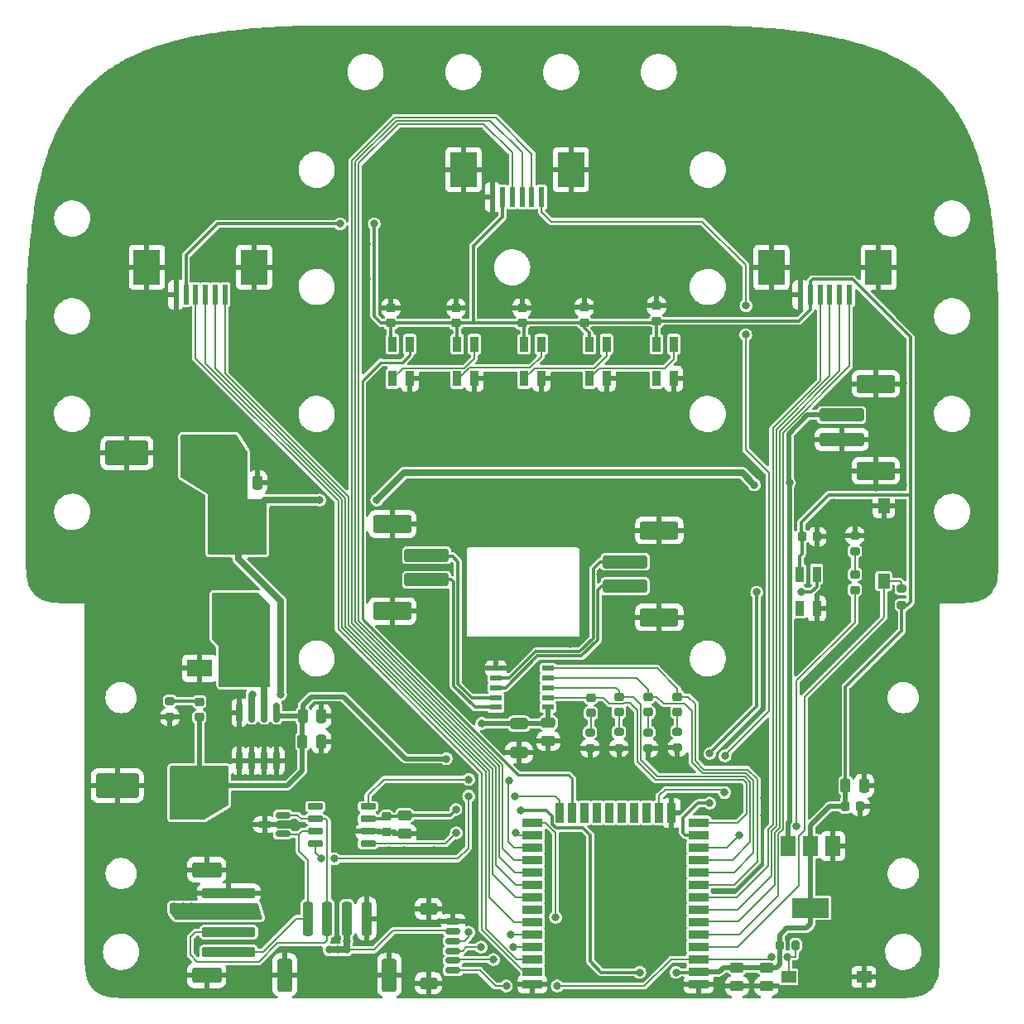
<source format=gbr>
G04 #@! TF.GenerationSoftware,KiCad,Pcbnew,(6.0.5)*
G04 #@! TF.CreationDate,2022-06-24T16:52:39-05:00*
G04 #@! TF.ProjectId,robo_car,726f626f-5f63-4617-922e-6b696361645f,1.0P*
G04 #@! TF.SameCoordinates,Original*
G04 #@! TF.FileFunction,Copper,L1,Top*
G04 #@! TF.FilePolarity,Positive*
%FSLAX46Y46*%
G04 Gerber Fmt 4.6, Leading zero omitted, Abs format (unit mm)*
G04 Created by KiCad (PCBNEW (6.0.5)) date 2022-06-24 16:52:39*
%MOMM*%
%LPD*%
G01*
G04 APERTURE LIST*
G04 Aperture macros list*
%AMRoundRect*
0 Rectangle with rounded corners*
0 $1 Rounding radius*
0 $2 $3 $4 $5 $6 $7 $8 $9 X,Y pos of 4 corners*
0 Add a 4 corners polygon primitive as box body*
4,1,4,$2,$3,$4,$5,$6,$7,$8,$9,$2,$3,0*
0 Add four circle primitives for the rounded corners*
1,1,$1+$1,$2,$3*
1,1,$1+$1,$4,$5*
1,1,$1+$1,$6,$7*
1,1,$1+$1,$8,$9*
0 Add four rect primitives between the rounded corners*
20,1,$1+$1,$2,$3,$4,$5,0*
20,1,$1+$1,$4,$5,$6,$7,0*
20,1,$1+$1,$6,$7,$8,$9,0*
20,1,$1+$1,$8,$9,$2,$3,0*%
G04 Aperture macros list end*
G04 #@! TA.AperFunction,SMDPad,CuDef*
%ADD10RoundRect,0.200000X0.275000X-0.200000X0.275000X0.200000X-0.275000X0.200000X-0.275000X-0.200000X0*%
G04 #@! TD*
G04 #@! TA.AperFunction,SMDPad,CuDef*
%ADD11RoundRect,0.225000X-0.250000X0.225000X-0.250000X-0.225000X0.250000X-0.225000X0.250000X0.225000X0*%
G04 #@! TD*
G04 #@! TA.AperFunction,SMDPad,CuDef*
%ADD12RoundRect,0.250000X-0.250000X-0.475000X0.250000X-0.475000X0.250000X0.475000X-0.250000X0.475000X0*%
G04 #@! TD*
G04 #@! TA.AperFunction,SMDPad,CuDef*
%ADD13RoundRect,0.218750X0.256250X-0.218750X0.256250X0.218750X-0.256250X0.218750X-0.256250X-0.218750X0*%
G04 #@! TD*
G04 #@! TA.AperFunction,SMDPad,CuDef*
%ADD14RoundRect,0.218750X-0.256250X0.218750X-0.256250X-0.218750X0.256250X-0.218750X0.256250X0.218750X0*%
G04 #@! TD*
G04 #@! TA.AperFunction,SMDPad,CuDef*
%ADD15R,0.850000X1.600000*%
G04 #@! TD*
G04 #@! TA.AperFunction,SMDPad,CuDef*
%ADD16RoundRect,0.225000X0.225000X0.250000X-0.225000X0.250000X-0.225000X-0.250000X0.225000X-0.250000X0*%
G04 #@! TD*
G04 #@! TA.AperFunction,SMDPad,CuDef*
%ADD17RoundRect,0.250000X1.950000X1.000000X-1.950000X1.000000X-1.950000X-1.000000X1.950000X-1.000000X0*%
G04 #@! TD*
G04 #@! TA.AperFunction,SMDPad,CuDef*
%ADD18RoundRect,0.090000X0.685000X-0.210000X0.685000X0.210000X-0.685000X0.210000X-0.685000X-0.210000X0*%
G04 #@! TD*
G04 #@! TA.AperFunction,SMDPad,CuDef*
%ADD19R,1.200000X1.500000*%
G04 #@! TD*
G04 #@! TA.AperFunction,SMDPad,CuDef*
%ADD20R,2.500000X1.800000*%
G04 #@! TD*
G04 #@! TA.AperFunction,SMDPad,CuDef*
%ADD21RoundRect,0.200000X-0.275000X0.200000X-0.275000X-0.200000X0.275000X-0.200000X0.275000X0.200000X0*%
G04 #@! TD*
G04 #@! TA.AperFunction,SMDPad,CuDef*
%ADD22RoundRect,0.130000X-2.120000X0.520000X-2.120000X-0.520000X2.120000X-0.520000X2.120000X0.520000X0*%
G04 #@! TD*
G04 #@! TA.AperFunction,SMDPad,CuDef*
%ADD23RoundRect,0.180000X-1.770000X0.720000X-1.770000X-0.720000X1.770000X-0.720000X1.770000X0.720000X0*%
G04 #@! TD*
G04 #@! TA.AperFunction,SMDPad,CuDef*
%ADD24RoundRect,0.130000X2.120000X-0.520000X2.120000X0.520000X-2.120000X0.520000X-2.120000X-0.520000X0*%
G04 #@! TD*
G04 #@! TA.AperFunction,SMDPad,CuDef*
%ADD25RoundRect,0.180000X1.770000X-0.720000X1.770000X0.720000X-1.770000X0.720000X-1.770000X-0.720000X0*%
G04 #@! TD*
G04 #@! TA.AperFunction,SMDPad,CuDef*
%ADD26R,2.000000X0.900000*%
G04 #@! TD*
G04 #@! TA.AperFunction,SMDPad,CuDef*
%ADD27R,0.900000X2.000000*%
G04 #@! TD*
G04 #@! TA.AperFunction,ComponentPad*
%ADD28C,0.300000*%
G04 #@! TD*
G04 #@! TA.AperFunction,SMDPad,CuDef*
%ADD29RoundRect,0.130000X0.520000X0.520000X-0.520000X0.520000X-0.520000X-0.520000X0.520000X-0.520000X0*%
G04 #@! TD*
G04 #@! TA.AperFunction,SMDPad,CuDef*
%ADD30RoundRect,0.150000X0.625000X-0.150000X0.625000X0.150000X-0.625000X0.150000X-0.625000X-0.150000X0*%
G04 #@! TD*
G04 #@! TA.AperFunction,SMDPad,CuDef*
%ADD31RoundRect,0.250000X0.650000X-0.350000X0.650000X0.350000X-0.650000X0.350000X-0.650000X-0.350000X0*%
G04 #@! TD*
G04 #@! TA.AperFunction,SMDPad,CuDef*
%ADD32R,0.610000X2.000000*%
G04 #@! TD*
G04 #@! TA.AperFunction,SMDPad,CuDef*
%ADD33R,2.680000X3.600000*%
G04 #@! TD*
G04 #@! TA.AperFunction,SMDPad,CuDef*
%ADD34R,1.500000X2.000000*%
G04 #@! TD*
G04 #@! TA.AperFunction,SMDPad,CuDef*
%ADD35R,3.800000X2.000000*%
G04 #@! TD*
G04 #@! TA.AperFunction,SMDPad,CuDef*
%ADD36RoundRect,0.250000X2.500000X-0.250000X2.500000X0.250000X-2.500000X0.250000X-2.500000X-0.250000X0*%
G04 #@! TD*
G04 #@! TA.AperFunction,SMDPad,CuDef*
%ADD37RoundRect,0.250000X1.250000X-0.550000X1.250000X0.550000X-1.250000X0.550000X-1.250000X-0.550000X0*%
G04 #@! TD*
G04 #@! TA.AperFunction,SMDPad,CuDef*
%ADD38RoundRect,0.250000X-0.475000X0.250000X-0.475000X-0.250000X0.475000X-0.250000X0.475000X0.250000X0*%
G04 #@! TD*
G04 #@! TA.AperFunction,SMDPad,CuDef*
%ADD39R,1.180000X0.580000*%
G04 #@! TD*
G04 #@! TA.AperFunction,SMDPad,CuDef*
%ADD40RoundRect,0.225000X0.250000X-0.225000X0.250000X0.225000X-0.250000X0.225000X-0.250000X-0.225000X0*%
G04 #@! TD*
G04 #@! TA.AperFunction,SMDPad,CuDef*
%ADD41R,1.500000X1.200000*%
G04 #@! TD*
G04 #@! TA.AperFunction,SMDPad,CuDef*
%ADD42RoundRect,0.250000X-0.250000X-1.500000X0.250000X-1.500000X0.250000X1.500000X-0.250000X1.500000X0*%
G04 #@! TD*
G04 #@! TA.AperFunction,SMDPad,CuDef*
%ADD43RoundRect,0.250001X-0.499999X-1.449999X0.499999X-1.449999X0.499999X1.449999X-0.499999X1.449999X0*%
G04 #@! TD*
G04 #@! TA.AperFunction,SMDPad,CuDef*
%ADD44RoundRect,0.250000X-0.650000X0.325000X-0.650000X-0.325000X0.650000X-0.325000X0.650000X0.325000X0*%
G04 #@! TD*
G04 #@! TA.AperFunction,SMDPad,CuDef*
%ADD45RoundRect,0.205000X-1.845000X1.845000X-1.845000X-1.845000X1.845000X-1.845000X1.845000X1.845000X0*%
G04 #@! TD*
G04 #@! TA.AperFunction,SMDPad,CuDef*
%ADD46RoundRect,0.225000X-0.225000X-0.250000X0.225000X-0.250000X0.225000X0.250000X-0.225000X0.250000X0*%
G04 #@! TD*
G04 #@! TA.AperFunction,SMDPad,CuDef*
%ADD47RoundRect,0.200000X0.200000X0.275000X-0.200000X0.275000X-0.200000X-0.275000X0.200000X-0.275000X0*%
G04 #@! TD*
G04 #@! TA.AperFunction,SMDPad,CuDef*
%ADD48RoundRect,0.150000X0.587500X0.150000X-0.587500X0.150000X-0.587500X-0.150000X0.587500X-0.150000X0*%
G04 #@! TD*
G04 #@! TA.AperFunction,SMDPad,CuDef*
%ADD49RoundRect,0.150000X-0.150000X0.825000X-0.150000X-0.825000X0.150000X-0.825000X0.150000X0.825000X0*%
G04 #@! TD*
G04 #@! TA.AperFunction,ViaPad*
%ADD50C,0.800000*%
G04 #@! TD*
G04 #@! TA.AperFunction,Conductor*
%ADD51C,0.700000*%
G04 #@! TD*
G04 #@! TA.AperFunction,Conductor*
%ADD52C,0.200000*%
G04 #@! TD*
G04 #@! TA.AperFunction,Conductor*
%ADD53C,0.500000*%
G04 #@! TD*
G04 #@! TA.AperFunction,Conductor*
%ADD54C,0.300000*%
G04 #@! TD*
G04 #@! TA.AperFunction,Conductor*
%ADD55C,0.250000*%
G04 #@! TD*
G04 APERTURE END LIST*
D10*
X115000000Y-121000000D03*
X115000000Y-119350000D03*
D11*
X157364648Y-79089648D03*
X157364648Y-80639648D03*
D12*
X128597500Y-120895000D03*
X130497500Y-120895000D03*
D13*
X163910000Y-120488500D03*
X163910000Y-118913500D03*
D12*
X122050000Y-97000000D03*
X123950000Y-97000000D03*
D10*
X163910000Y-124201500D03*
X163910000Y-122551500D03*
D14*
X118000000Y-119425000D03*
X118000000Y-121000000D03*
D12*
X184100000Y-128000000D03*
X186000000Y-128000000D03*
D15*
X157889648Y-86364648D03*
X159639648Y-86364648D03*
X159639648Y-82864648D03*
X157889648Y-82864648D03*
D16*
X185625000Y-130150000D03*
X184075000Y-130150000D03*
D15*
X179389000Y-109873000D03*
X181139000Y-109873000D03*
X181139000Y-106373000D03*
X179389000Y-106373000D03*
D17*
X119000000Y-94000000D03*
X110600000Y-94000000D03*
D18*
X135258000Y-133936000D03*
X135258000Y-132666000D03*
X135258000Y-131396000D03*
X135258000Y-130126000D03*
X129858000Y-130126000D03*
X129858000Y-131396000D03*
X129858000Y-132666000D03*
X129858000Y-133936000D03*
D19*
X188000000Y-107100000D03*
X188000000Y-99400000D03*
D13*
X160910000Y-120488500D03*
X160910000Y-118913500D03*
D20*
X122000000Y-116000000D03*
X118000000Y-116000000D03*
D21*
X185040000Y-102402500D03*
X185040000Y-104052500D03*
D22*
X141250000Y-106950000D03*
X141250000Y-104450000D03*
D23*
X137750000Y-101250000D03*
X137750000Y-110150000D03*
D15*
X151229648Y-86364648D03*
X152979648Y-86364648D03*
X152979648Y-82864648D03*
X151229648Y-82864648D03*
D24*
X183700000Y-90100000D03*
X183700000Y-92600000D03*
D25*
X187200000Y-86900000D03*
X187200000Y-95800000D03*
D13*
X158052000Y-120581500D03*
X158052000Y-119006500D03*
D26*
X169080000Y-148295000D03*
X169080000Y-147025000D03*
X169080000Y-145755000D03*
X169080000Y-144485000D03*
X169080000Y-143215000D03*
X169080000Y-141945000D03*
X169080000Y-140675000D03*
X169080000Y-139405000D03*
X169080000Y-138135000D03*
X169080000Y-136865000D03*
X169080000Y-135595000D03*
X169080000Y-134325000D03*
X169080000Y-133055000D03*
X169080000Y-131785000D03*
D27*
X166295000Y-130785000D03*
X165025000Y-130785000D03*
X163755000Y-130785000D03*
X162485000Y-130785000D03*
X161215000Y-130785000D03*
X159945000Y-130785000D03*
X158675000Y-130785000D03*
X157405000Y-130785000D03*
X156135000Y-130785000D03*
X154865000Y-130785000D03*
D26*
X152080000Y-131785000D03*
X152080000Y-133055000D03*
X152080000Y-134325000D03*
X152080000Y-135595000D03*
X152080000Y-136865000D03*
X152080000Y-138135000D03*
X152080000Y-139405000D03*
X152080000Y-140675000D03*
X152080000Y-141945000D03*
X152080000Y-143215000D03*
X152080000Y-144485000D03*
X152080000Y-145755000D03*
X152080000Y-147025000D03*
X152080000Y-148295000D03*
D28*
X162460000Y-138940000D03*
X163460000Y-139890000D03*
X162460000Y-142620000D03*
X161530000Y-139870000D03*
X160640000Y-140760000D03*
D29*
X159760000Y-140790000D03*
X163420000Y-140790000D03*
D28*
X159650000Y-139870000D03*
D29*
X159750000Y-138960000D03*
X163410000Y-142640000D03*
D28*
X162470000Y-140770000D03*
X163450000Y-141750000D03*
X160630000Y-138930000D03*
X160630000Y-142610000D03*
X161520000Y-141730000D03*
X159640000Y-141730000D03*
D29*
X161540000Y-140790000D03*
X163410000Y-138960000D03*
X159750000Y-142640000D03*
X161530000Y-138960000D03*
X161530000Y-142640000D03*
D30*
X143955000Y-146900000D03*
X143955000Y-145900000D03*
X143955000Y-144900000D03*
X143955000Y-143900000D03*
X143955000Y-142900000D03*
X143955000Y-141900000D03*
D31*
X141430000Y-140600000D03*
X141430000Y-148200000D03*
D32*
X153010000Y-67800000D03*
X152010000Y-67800000D03*
X151010000Y-67800000D03*
X150010000Y-67800000D03*
X149010000Y-67800000D03*
X148010000Y-67800000D03*
D33*
X145020000Y-65000000D03*
X156000000Y-65000000D03*
D15*
X164764648Y-86364648D03*
X166514648Y-86364648D03*
X166514648Y-82864648D03*
X164764648Y-82864648D03*
D34*
X182800000Y-134200000D03*
D35*
X180500000Y-140500000D03*
D34*
X180500000Y-134200000D03*
X178200000Y-134200000D03*
D15*
X144389648Y-86364648D03*
X146139648Y-86364648D03*
X146139648Y-82864648D03*
X144389648Y-82864648D03*
D36*
X121000000Y-145000000D03*
X121000000Y-143000000D03*
X121000000Y-141000000D03*
X121000000Y-139000000D03*
D37*
X118750000Y-136600000D03*
X118750000Y-147400000D03*
D11*
X144264648Y-79139648D03*
X144264648Y-80689648D03*
D10*
X160910000Y-124176500D03*
X160910000Y-122526500D03*
D38*
X173000000Y-146600000D03*
X173000000Y-148500000D03*
D39*
X153660000Y-120000000D03*
X153660000Y-119000000D03*
X153660000Y-118000000D03*
X153660000Y-117000000D03*
X153660000Y-116000000D03*
X148340000Y-116000000D03*
X148340000Y-117000000D03*
X148340000Y-118000000D03*
X148340000Y-119000000D03*
X148340000Y-120000000D03*
D40*
X137128000Y-132716000D03*
X137128000Y-131166000D03*
D17*
X118000000Y-128000000D03*
X109600000Y-128000000D03*
D11*
X151004648Y-79139648D03*
X151004648Y-80689648D03*
D41*
X178268000Y-147574000D03*
X185968000Y-147574000D03*
D42*
X129096000Y-141598000D03*
X131096000Y-141598000D03*
X133096000Y-141598000D03*
X135096000Y-141598000D03*
D43*
X126746000Y-147348000D03*
X137446000Y-147348000D03*
D12*
X128550000Y-123500000D03*
X130450000Y-123500000D03*
D10*
X166910000Y-124116500D03*
X166910000Y-122466500D03*
D44*
X150700000Y-121670000D03*
X150700000Y-124620000D03*
D45*
X122000000Y-101500000D03*
X122000000Y-111000000D03*
D32*
X184490000Y-77800000D03*
X183490000Y-77800000D03*
X182490000Y-77800000D03*
X181490000Y-77800000D03*
X180490000Y-77800000D03*
X179490000Y-77800000D03*
D33*
X176500000Y-75000000D03*
X187480000Y-75000000D03*
D32*
X120630000Y-77780000D03*
X119630000Y-77780000D03*
X118630000Y-77780000D03*
X117630000Y-77780000D03*
X116630000Y-77780000D03*
X115630000Y-77780000D03*
D33*
X123620000Y-74980000D03*
X112640000Y-74980000D03*
D21*
X189850000Y-107875000D03*
X189850000Y-109525000D03*
D38*
X139000000Y-131050000D03*
X139000000Y-132950000D03*
X153700000Y-121550000D03*
X153700000Y-123450000D03*
D46*
X179639000Y-102533000D03*
X181189000Y-102533000D03*
D14*
X185040000Y-106402500D03*
X185040000Y-107977500D03*
D24*
X161550000Y-105100000D03*
X161550000Y-107600000D03*
D25*
X165050000Y-101900000D03*
X165050000Y-110800000D03*
D47*
X179000000Y-144300000D03*
X177350000Y-144300000D03*
D13*
X166910000Y-120488500D03*
X166910000Y-118913500D03*
D11*
X164760000Y-78925000D03*
X164760000Y-80475000D03*
D40*
X137589648Y-80689648D03*
X137589648Y-79139648D03*
D48*
X126558000Y-132931000D03*
X126558000Y-131031000D03*
X124683000Y-131981000D03*
D10*
X157962000Y-124201500D03*
X157962000Y-122551500D03*
D49*
X125905000Y-120525000D03*
X124635000Y-120525000D03*
X123365000Y-120525000D03*
X122095000Y-120525000D03*
X122095000Y-125475000D03*
X123365000Y-125475000D03*
X124635000Y-125475000D03*
X125905000Y-125475000D03*
D15*
X137764648Y-86364648D03*
X139514648Y-86364648D03*
X139514648Y-82864648D03*
X137764648Y-82864648D03*
D38*
X176000000Y-146600000D03*
X176000000Y-148500000D03*
D50*
X144526000Y-134112000D03*
X146050000Y-138684000D03*
X124206000Y-105410000D03*
X139446000Y-123698000D03*
X146050000Y-141224000D03*
X187452000Y-92202000D03*
X141224000Y-97028000D03*
X132842000Y-68072000D03*
X174752000Y-125730000D03*
X141478000Y-136398000D03*
X141986000Y-117094000D03*
X120396000Y-124460000D03*
X185000000Y-55000000D03*
X153924000Y-146304000D03*
X141478000Y-84074000D03*
X156464000Y-82042000D03*
X135382000Y-122936000D03*
X115000000Y-55000000D03*
X165608000Y-120650000D03*
X159258000Y-114046000D03*
X128016000Y-97536000D03*
X172974000Y-112268000D03*
X145288000Y-115316000D03*
X135890000Y-86868000D03*
X121158000Y-106426000D03*
X130810000Y-94742000D03*
X126492000Y-97282000D03*
X135128000Y-127508000D03*
X161290000Y-128778000D03*
X192532000Y-108712000D03*
X175768000Y-127000000D03*
X178054000Y-148844000D03*
X185380000Y-83340000D03*
X153162000Y-65024000D03*
X130000000Y-55000000D03*
X149860000Y-147320000D03*
X174752000Y-123952000D03*
X164920000Y-132780000D03*
X162560000Y-86614000D03*
X188214000Y-101346000D03*
X170942000Y-130810000D03*
X128778000Y-147320000D03*
X147828000Y-62738000D03*
X128270000Y-96266000D03*
X163068000Y-84582000D03*
X142494000Y-133096000D03*
X165000000Y-60000000D03*
X183896000Y-113538000D03*
X164338000Y-146050000D03*
X170000000Y-60000000D03*
X135382000Y-84074000D03*
X110000000Y-115000000D03*
X190000000Y-60000000D03*
X157480000Y-109220000D03*
X162560000Y-81788000D03*
X129032000Y-128016000D03*
X124714000Y-123190000D03*
X189484000Y-105410000D03*
X175768000Y-131064000D03*
X184150000Y-86868000D03*
X161290000Y-132588000D03*
X190000000Y-65000000D03*
X141478000Y-86614000D03*
X146050000Y-137414000D03*
X176530000Y-77978000D03*
X146812000Y-117856000D03*
X162052000Y-79502000D03*
X183388000Y-74422000D03*
X137668000Y-107696000D03*
X139650000Y-136730000D03*
X152908000Y-125222000D03*
X139192000Y-128270000D03*
X159004000Y-133604000D03*
X136906000Y-75946000D03*
X161798000Y-110744000D03*
X110000000Y-105000000D03*
X115000000Y-65000000D03*
X175000000Y-60000000D03*
X116840000Y-120904000D03*
X139446000Y-138938000D03*
X148082000Y-79756000D03*
X135636000Y-116586000D03*
X167920000Y-129350000D03*
X184040000Y-116520000D03*
X144018000Y-140462000D03*
X165100000Y-108966000D03*
X150114000Y-115570000D03*
X159004000Y-136144000D03*
X187452000Y-116332000D03*
X166878000Y-144526000D03*
X168656000Y-86360000D03*
X141986000Y-128270000D03*
X189484000Y-102616000D03*
X139700000Y-147320000D03*
X145034000Y-61468000D03*
X142748000Y-123952000D03*
X180848000Y-126746000D03*
X120000000Y-60000000D03*
X138684000Y-98044000D03*
X167132000Y-138684000D03*
X144780000Y-136398000D03*
X144018000Y-148590000D03*
X146050000Y-139954000D03*
X180000000Y-60000000D03*
X189738000Y-99822000D03*
X180340000Y-93472000D03*
X123952000Y-71628000D03*
X114046000Y-91186000D03*
X148082000Y-81534000D03*
X130302000Y-125476000D03*
X135000000Y-60000000D03*
X181610000Y-143002000D03*
X141478000Y-124206000D03*
X141224000Y-122682000D03*
X195000000Y-105000000D03*
X112014000Y-125476000D03*
X149098000Y-146304000D03*
X154686000Y-86614000D03*
X123952000Y-94996000D03*
X163830000Y-128270000D03*
X167132000Y-136652000D03*
X189738000Y-84836000D03*
X171196000Y-97028000D03*
X140462000Y-128270000D03*
X170942000Y-94996000D03*
X159004000Y-106426000D03*
X165100000Y-113030000D03*
X182626000Y-131826000D03*
X105000000Y-95000000D03*
X145288000Y-113538000D03*
X138176000Y-126492000D03*
X120650000Y-71628000D03*
X148590000Y-147320000D03*
X110000000Y-100000000D03*
X189738000Y-89408000D03*
X173990000Y-73406000D03*
X157480000Y-128524000D03*
X172974000Y-128778000D03*
X122936000Y-87122000D03*
X195000000Y-85000000D03*
X166624000Y-79248000D03*
X120396000Y-75184000D03*
X189992000Y-97282000D03*
X172212000Y-71374000D03*
X173482000Y-125222000D03*
X155702000Y-123190000D03*
X126492000Y-94996000D03*
X128778000Y-99822000D03*
X124714000Y-130302000D03*
X140462000Y-126492000D03*
X187706000Y-131572000D03*
X121920000Y-83820000D03*
X182626000Y-136398000D03*
X137414000Y-129794000D03*
X145796000Y-148082000D03*
X165354000Y-148082000D03*
X158750000Y-94742000D03*
X187706000Y-71628000D03*
X167132000Y-142494000D03*
X113284000Y-129794000D03*
X139446000Y-88138000D03*
X166370000Y-94996000D03*
X183134000Y-122682000D03*
X110000000Y-60000000D03*
X144272000Y-119380000D03*
X148082000Y-86360000D03*
X153924000Y-145288000D03*
X126746000Y-99822000D03*
X167132000Y-141224000D03*
X165100000Y-143256000D03*
X132080000Y-121920000D03*
X165354000Y-138938000D03*
X113792000Y-96520000D03*
X151130000Y-97282000D03*
X152146000Y-117602000D03*
X142500000Y-92500000D03*
X109728000Y-130810000D03*
X114046000Y-77978000D03*
X152908000Y-88392000D03*
X145034000Y-68072000D03*
X182880000Y-125730000D03*
X113284000Y-121158000D03*
X136652000Y-63500000D03*
X139192000Y-120396000D03*
X187960000Y-127762000D03*
X116078000Y-83312000D03*
X149098000Y-122936000D03*
X125222000Y-139446000D03*
X192532000Y-97028000D03*
X168910000Y-81534000D03*
X131064000Y-100076000D03*
X134620000Y-138176000D03*
X141478000Y-137668000D03*
X156972000Y-133604000D03*
X155194000Y-120142000D03*
X116078000Y-147320000D03*
X110000000Y-85000000D03*
X123444000Y-123190000D03*
X137160000Y-118618000D03*
X174498000Y-149352000D03*
X105000000Y-65000000D03*
X156718000Y-126492000D03*
X187452000Y-91186000D03*
X142240000Y-132080000D03*
X179578000Y-75438000D03*
X192786000Y-86868000D03*
X160020000Y-103632000D03*
X105000000Y-105000000D03*
X147828000Y-149098000D03*
X132588000Y-123190000D03*
X138938000Y-134620000D03*
X140716000Y-115570000D03*
X175040000Y-105920000D03*
X187452000Y-93218000D03*
X150368000Y-118872000D03*
X157226000Y-77470000D03*
X195000000Y-95000000D03*
X107188000Y-125222000D03*
X128016000Y-71628000D03*
X159512000Y-120396000D03*
X177530000Y-78600000D03*
X110000000Y-110000000D03*
X117856000Y-113538000D03*
X118110000Y-118110000D03*
X188214000Y-112522000D03*
X158750000Y-115062000D03*
X144272000Y-77470000D03*
X135636000Y-96520000D03*
X165930000Y-126000000D03*
X133096000Y-138938000D03*
X185000000Y-65000000D03*
X172212000Y-121412000D03*
X181102000Y-119380000D03*
X165000000Y-65000000D03*
X141478000Y-130048000D03*
X181610000Y-138176000D03*
X115000000Y-145000000D03*
X159004000Y-97282000D03*
X167386000Y-125730000D03*
X180086000Y-117348000D03*
X164338000Y-106172000D03*
X165354000Y-141224000D03*
X135128000Y-147574000D03*
X156972000Y-140208000D03*
X179832000Y-112268000D03*
X160000000Y-92500000D03*
X115000000Y-100000000D03*
X159258000Y-65024000D03*
X112014000Y-130556000D03*
X189738000Y-91694000D03*
X115000000Y-105000000D03*
X182880000Y-99060000D03*
X174752000Y-85852000D03*
X127508000Y-125730000D03*
X159512000Y-146050000D03*
X184580000Y-100840000D03*
X185166000Y-122682000D03*
X174244000Y-99568000D03*
X165100000Y-104140000D03*
X118872000Y-134366000D03*
X185166000Y-88646000D03*
X141986000Y-65024000D03*
X183134000Y-95504000D03*
X162052000Y-121412000D03*
X190000000Y-125000000D03*
X144272000Y-129286000D03*
X150876000Y-60452000D03*
X190000000Y-130000000D03*
X182372000Y-112522000D03*
X125730000Y-89408000D03*
X146558000Y-68072000D03*
X120904000Y-88900000D03*
X161544000Y-115062000D03*
X162306000Y-71374000D03*
X174498000Y-147828000D03*
X180000000Y-65000000D03*
X140620000Y-134650000D03*
X171196000Y-73406000D03*
X154432000Y-79502000D03*
X164846000Y-77216000D03*
X165100000Y-99822000D03*
X143510000Y-134620000D03*
X151130000Y-94742000D03*
X185928000Y-145796000D03*
X180490000Y-83790000D03*
X144780000Y-138684000D03*
X191770000Y-91948000D03*
X161544000Y-101854000D03*
X166370000Y-97028000D03*
X186182000Y-99568000D03*
X140000000Y-65000000D03*
X139700000Y-129540000D03*
X112522000Y-71628000D03*
X168656000Y-71374000D03*
X136652000Y-138430000D03*
X125222000Y-137668000D03*
X106934000Y-93980000D03*
X125000000Y-65000000D03*
X147500000Y-102500000D03*
X167640000Y-84582000D03*
X167132000Y-134112000D03*
X114808000Y-123698000D03*
X192532000Y-106172000D03*
X137668000Y-99314000D03*
X169418000Y-118872000D03*
X195000000Y-75000000D03*
X185674000Y-114808000D03*
X132842000Y-96520000D03*
X146050000Y-136144000D03*
X135128000Y-72644000D03*
X144526000Y-131572000D03*
X172720000Y-79502000D03*
X187960000Y-77978000D03*
X175000000Y-65000000D03*
X123444000Y-78232000D03*
X146050000Y-88138000D03*
X182880000Y-97282000D03*
X147066000Y-77724000D03*
X135128000Y-76200000D03*
X143256000Y-132080000D03*
X130000000Y-60000000D03*
X160528000Y-109220000D03*
X150000000Y-92500000D03*
X180000000Y-55000000D03*
X144526000Y-125730000D03*
X120000000Y-55000000D03*
X186436000Y-79502000D03*
X180850000Y-101060000D03*
X132334000Y-133604000D03*
X175514000Y-123698000D03*
X112522000Y-77978000D03*
X154432000Y-81788000D03*
X156972000Y-143256000D03*
X110000000Y-65000000D03*
X125000000Y-85000000D03*
X141224000Y-109982000D03*
X161544000Y-86614000D03*
X158242000Y-71120000D03*
X122174000Y-123190000D03*
X124714000Y-133350000D03*
X180000000Y-70000000D03*
X171196000Y-148590000D03*
X143256000Y-128270000D03*
X134620000Y-61722000D03*
X181610000Y-136652000D03*
X148082000Y-64770000D03*
X154432000Y-68072000D03*
X192532000Y-104140000D03*
X187198000Y-88900000D03*
X159258000Y-144526000D03*
X148844000Y-84074000D03*
X124968000Y-147320000D03*
X118872000Y-73406000D03*
X129540000Y-97790000D03*
X156464000Y-68580000D03*
X115000000Y-115000000D03*
X155448000Y-125476000D03*
X137922000Y-77470000D03*
X162306000Y-69342000D03*
X160000000Y-60000000D03*
X132588000Y-130048000D03*
X140000000Y-55000000D03*
X184404000Y-95758000D03*
X190000000Y-70000000D03*
X132842000Y-120650000D03*
X136906000Y-96266000D03*
X145796000Y-149098000D03*
X179324000Y-99568000D03*
X113284000Y-127762000D03*
X163830000Y-136906000D03*
X109474000Y-74930000D03*
X165354000Y-123698000D03*
X187706000Y-147828000D03*
X143256000Y-138684000D03*
X141080000Y-132620000D03*
X143256000Y-136398000D03*
X141478000Y-141986000D03*
X143002000Y-130048000D03*
X157734000Y-105156000D03*
X157480000Y-106934000D03*
X160020000Y-79756000D03*
X154178000Y-147320000D03*
X115316000Y-74422000D03*
X125476000Y-97028000D03*
X148082000Y-122936000D03*
X153924000Y-144272000D03*
X185000000Y-60000000D03*
X137414000Y-103124000D03*
X185166000Y-134366000D03*
X170180000Y-122936000D03*
X115000000Y-60000000D03*
X157734000Y-147066000D03*
X166624000Y-116586000D03*
X136906000Y-72898000D03*
X144526000Y-128270000D03*
X144780000Y-137668000D03*
X139192000Y-140716000D03*
X134366000Y-119126000D03*
X136144000Y-67818000D03*
X110000000Y-80000000D03*
X156210000Y-61214000D03*
X127000000Y-140208000D03*
X153924000Y-143256000D03*
X181102000Y-74422000D03*
X105000000Y-75000000D03*
X124714000Y-92964000D03*
X141986000Y-134620000D03*
X165000000Y-92500000D03*
X142240000Y-126492000D03*
X195000000Y-65000000D03*
X114554000Y-94234000D03*
X137668000Y-112268000D03*
X161798000Y-144272000D03*
X139446000Y-145542000D03*
X121666000Y-137160000D03*
X145288000Y-117094000D03*
X176530000Y-71374000D03*
X110744000Y-96774000D03*
X146812000Y-148590000D03*
X142240000Y-144272000D03*
X166624000Y-88392000D03*
X155702000Y-83820000D03*
X160000000Y-55000000D03*
X185000000Y-140000000D03*
X189738000Y-93472000D03*
X167132000Y-135128000D03*
X144018000Y-126492000D03*
X130000000Y-85000000D03*
X132588000Y-131826000D03*
X150000000Y-55000000D03*
X136906000Y-142494000D03*
X123698000Y-137414000D03*
X127762000Y-110998000D03*
X185000000Y-70000000D03*
X125984000Y-122682000D03*
X146050000Y-134874000D03*
X108966000Y-91186000D03*
X185420000Y-125730000D03*
X175768000Y-129286000D03*
X184658000Y-74422000D03*
X184912000Y-131826000D03*
X125730000Y-141478000D03*
X140970000Y-61214000D03*
X120000000Y-65000000D03*
X168910000Y-69342000D03*
X175000000Y-55000000D03*
X137414000Y-128270000D03*
X121158000Y-69596000D03*
X137668000Y-144526000D03*
X125000000Y-55000000D03*
X122174000Y-107442000D03*
X189992000Y-113792000D03*
X110744000Y-90932000D03*
X183896000Y-147574000D03*
X177038000Y-83566000D03*
X139192000Y-148590000D03*
X157480000Y-112522000D03*
X126238000Y-106426000D03*
X188468000Y-89154000D03*
X126492000Y-74930000D03*
X137414000Y-141224000D03*
X155000000Y-60000000D03*
X187198000Y-130048000D03*
X192532000Y-95250000D03*
X159512000Y-122936000D03*
X139192000Y-114046000D03*
X116586000Y-71628000D03*
X166878000Y-149098000D03*
X122936000Y-129286000D03*
X141224000Y-79756000D03*
X125476000Y-129032000D03*
X136398000Y-126492000D03*
X156972000Y-136144000D03*
X192532000Y-83566000D03*
X133350000Y-132588000D03*
X106934000Y-130556000D03*
X185166000Y-118364000D03*
X182880000Y-88392000D03*
X181610000Y-94996000D03*
X180340000Y-144018000D03*
X115570000Y-116332000D03*
X118618000Y-149098000D03*
X141478000Y-81788000D03*
X141478000Y-146050000D03*
X109728000Y-125222000D03*
X140970000Y-58674000D03*
X190754000Y-74930000D03*
X122682000Y-132080000D03*
X179578000Y-115062000D03*
X121412000Y-135636000D03*
X185928000Y-149098000D03*
X156464000Y-120142000D03*
X175000000Y-70000000D03*
X170000000Y-55000000D03*
X164084000Y-114808000D03*
X141224000Y-94742000D03*
X189992000Y-86868000D03*
X128270000Y-69596000D03*
X143256000Y-137414000D03*
X191770000Y-84836000D03*
X191516000Y-110998000D03*
X168402000Y-101854000D03*
X161798000Y-136906000D03*
X141224000Y-101092000D03*
X180848000Y-129540000D03*
X125000000Y-60000000D03*
X176276000Y-79502000D03*
X136652000Y-129032000D03*
X172974000Y-110490000D03*
X121666000Y-147320000D03*
X182372000Y-129032000D03*
X141478000Y-138684000D03*
X174244000Y-103378000D03*
X168148000Y-110998000D03*
X183388000Y-140462000D03*
X155956000Y-113538000D03*
X118110000Y-90424000D03*
X136652000Y-121158000D03*
X187198000Y-97536000D03*
X172720000Y-85852000D03*
X105000000Y-85000000D03*
X130000000Y-82500000D03*
X152500000Y-102500000D03*
X127000000Y-123698000D03*
X119634000Y-69596000D03*
X115570000Y-75692000D03*
X107442000Y-96266000D03*
X159766000Y-88392000D03*
X137414000Y-134620000D03*
X115000000Y-110000000D03*
X172720000Y-130556000D03*
X171958000Y-81280000D03*
X145034000Y-72390000D03*
X181210000Y-104500000D03*
X161370000Y-125700000D03*
X166750000Y-147100000D03*
X144240000Y-130450000D03*
X150876000Y-130556000D03*
X132400000Y-70550000D03*
X163050000Y-147100000D03*
X135900000Y-70550000D03*
X154600000Y-148500000D03*
X149400000Y-148500000D03*
X176550500Y-145500000D03*
X178149500Y-145500000D03*
X179578000Y-108204000D03*
X170210000Y-124714000D03*
X175006000Y-108220000D03*
X170180000Y-129794000D03*
X136144000Y-98806000D03*
X130302000Y-98806000D03*
X174752000Y-97230000D03*
X126300000Y-118700000D03*
X178349500Y-97028000D03*
X123400000Y-118700000D03*
X179070000Y-132160000D03*
X173190000Y-133090000D03*
X117200000Y-140400000D03*
X115400000Y-140400000D03*
X116300000Y-140400000D03*
X115900000Y-130600000D03*
X133100000Y-143900000D03*
X143250000Y-125250000D03*
X117800000Y-130600000D03*
X117300000Y-129800000D03*
X119650000Y-129900000D03*
X133100000Y-144800000D03*
X116800000Y-141200000D03*
X115500000Y-129800000D03*
X118700000Y-130600000D03*
X146900000Y-121650000D03*
X116800000Y-130600000D03*
X118200000Y-129800000D03*
X115800000Y-141200000D03*
X116400000Y-129800000D03*
X132200000Y-144800000D03*
X131300000Y-144800000D03*
X148082000Y-145796000D03*
X150114000Y-144526000D03*
X149860000Y-143256000D03*
X146812000Y-144526000D03*
X154432000Y-141478000D03*
X145542000Y-143002000D03*
X173890000Y-81890000D03*
X171730000Y-128719500D03*
X173910000Y-78920000D03*
X171770000Y-124968000D03*
X145540000Y-129080000D03*
X130446500Y-135460000D03*
X150310000Y-129100000D03*
X131820000Y-135490000D03*
X144272000Y-132842000D03*
X150368000Y-132842000D03*
X145542000Y-127370000D03*
X149679500Y-127508000D03*
D51*
X123900000Y-116000000D02*
X124635000Y-116735000D01*
X124635000Y-116735000D02*
X124635000Y-120525000D01*
X122000000Y-116000000D02*
X123900000Y-116000000D01*
X122000000Y-111000000D02*
X122000000Y-116000000D01*
D52*
X147631920Y-139401920D02*
X150175000Y-141945000D01*
X147631920Y-126438752D02*
X147631920Y-139401920D01*
X119630000Y-85326296D02*
X132900960Y-98597256D01*
X132900961Y-111707793D02*
X147631920Y-126438752D01*
X119630000Y-77780000D02*
X119630000Y-85326296D01*
X132900960Y-98597256D02*
X132900961Y-111707793D01*
X150175000Y-141945000D02*
X152080000Y-141945000D01*
X147981440Y-137061440D02*
X150325000Y-139405000D01*
X133250480Y-111563016D02*
X147981440Y-126293976D01*
X120630000Y-77780000D02*
X120630000Y-85832000D01*
X147981440Y-126293976D02*
X147981440Y-137061440D01*
X150325000Y-139405000D02*
X152080000Y-139405000D01*
X133250480Y-98452480D02*
X133250480Y-111563016D01*
X120630000Y-85832000D02*
X133250480Y-98452480D01*
X128534000Y-132666000D02*
X129858000Y-132666000D01*
X127902000Y-141598000D02*
X129096000Y-141598000D01*
X129096000Y-141598000D02*
X129096000Y-135596000D01*
X128200000Y-134700000D02*
X128200000Y-133000000D01*
X128200000Y-133000000D02*
X128534000Y-132666000D01*
X128200000Y-133000000D02*
X126627000Y-133000000D01*
X126627000Y-133000000D02*
X126558000Y-132931000D01*
X124500000Y-145000000D02*
X127902000Y-141598000D01*
X121000000Y-145000000D02*
X124500000Y-145000000D01*
X129096000Y-135596000D02*
X128200000Y-134700000D01*
X121000000Y-143000000D02*
X117600000Y-143000000D01*
X131096000Y-143804000D02*
X131096000Y-141598000D01*
X126000000Y-144100000D02*
X130800000Y-144100000D01*
X130800000Y-144100000D02*
X131096000Y-143804000D01*
X131096000Y-141598000D02*
X131096000Y-131596000D01*
X128031000Y-131031000D02*
X126558000Y-131031000D01*
X129858000Y-131396000D02*
X128396000Y-131396000D01*
X117800000Y-146000000D02*
X124100000Y-146000000D01*
X117600000Y-143000000D02*
X117100000Y-143500000D01*
X131096000Y-131596000D02*
X130896000Y-131396000D01*
X130896000Y-131396000D02*
X129858000Y-131396000D01*
X117100000Y-145300000D02*
X117800000Y-146000000D01*
X128396000Y-131396000D02*
X128031000Y-131031000D01*
X124100000Y-146000000D02*
X126000000Y-144100000D01*
X117100000Y-143500000D02*
X117100000Y-145300000D01*
D53*
X178070000Y-142570000D02*
X180080000Y-142570000D01*
D54*
X149010000Y-69840000D02*
X146010352Y-72839648D01*
X189850000Y-112150000D02*
X184100000Y-117900000D01*
X146010352Y-80689648D02*
X151004648Y-80689648D01*
D53*
X176000000Y-146600000D02*
X173000000Y-146600000D01*
D54*
X144240000Y-130450000D02*
X143640000Y-131050000D01*
X154115489Y-131960483D02*
X154489006Y-132334000D01*
X137128000Y-131166000D02*
X138884000Y-131166000D01*
X190754000Y-98298000D02*
X182372000Y-98298000D01*
X159110000Y-147100000D02*
X163050000Y-147100000D01*
X179335000Y-80475000D02*
X180490000Y-79320000D01*
X143640000Y-131050000D02*
X139000000Y-131050000D01*
D53*
X180500000Y-142150000D02*
X180500000Y-140500000D01*
D54*
X164750000Y-80650000D02*
X164760000Y-80640000D01*
D53*
X180500000Y-132100000D02*
X182450000Y-130150000D01*
D54*
X154115489Y-131148489D02*
X154115489Y-131960483D01*
D53*
X169080000Y-147025000D02*
X171175000Y-147025000D01*
D54*
X150876000Y-130556000D02*
X153523000Y-130556000D01*
X179639000Y-104333000D02*
X179389000Y-104583000D01*
X180490000Y-79320000D02*
X180490000Y-77800000D01*
D53*
X171600000Y-146600000D02*
X173000000Y-146600000D01*
D54*
X136589648Y-80689648D02*
X137589648Y-80689648D01*
X144389648Y-82864648D02*
X144389648Y-80814648D01*
X157364648Y-80639648D02*
X164595352Y-80639648D01*
X189850000Y-109525000D02*
X189850000Y-112150000D01*
X149010000Y-67800000D02*
X149010000Y-69840000D01*
X184810000Y-76210000D02*
X190754000Y-82154000D01*
X137589648Y-82689648D02*
X137764648Y-82864648D01*
X119850000Y-70550000D02*
X116630000Y-73770000D01*
X164760000Y-80475000D02*
X164760000Y-82860000D01*
X157226000Y-132334000D02*
X157988000Y-133096000D01*
D53*
X184075000Y-130150000D02*
X184075000Y-129425000D01*
D54*
X157889648Y-81729648D02*
X157889648Y-82864648D01*
X180730000Y-76210000D02*
X184810000Y-76210000D01*
X190754000Y-82154000D02*
X190754000Y-109220000D01*
X157364648Y-80639648D02*
X157364648Y-81204648D01*
X180490000Y-76450000D02*
X180730000Y-76210000D01*
X190754000Y-109220000D02*
X190449000Y-109525000D01*
D53*
X180500000Y-134200000D02*
X180500000Y-140500000D01*
D54*
X179578000Y-101092000D02*
X179578000Y-102472000D01*
D53*
X182450000Y-130150000D02*
X184075000Y-130150000D01*
D54*
X164760000Y-82860000D02*
X164764648Y-82864648D01*
D53*
X177350000Y-144300000D02*
X177350000Y-146250000D01*
D54*
X137589648Y-80689648D02*
X146010352Y-80689648D01*
D53*
X180080000Y-142570000D02*
X180500000Y-142150000D01*
D54*
X151229648Y-82864648D02*
X151229648Y-80914648D01*
X151229648Y-80914648D02*
X151004648Y-80689648D01*
X157988000Y-133096000D02*
X157988000Y-145978000D01*
X164595352Y-80639648D02*
X164760000Y-80475000D01*
X180490000Y-77800000D02*
X180490000Y-76450000D01*
X182372000Y-98298000D02*
X179578000Y-101092000D01*
X146010352Y-72839648D02*
X146010352Y-80689648D01*
X135258000Y-131396000D02*
X136898000Y-131396000D01*
X179389000Y-104583000D02*
X179389000Y-106373000D01*
X132400000Y-70550000D02*
X119850000Y-70550000D01*
X135900000Y-80000000D02*
X136589648Y-80689648D01*
D53*
X177000000Y-146600000D02*
X176000000Y-146600000D01*
X177350000Y-146250000D02*
X177000000Y-146600000D01*
D54*
X153523000Y-130556000D02*
X154115489Y-131148489D01*
X144389648Y-80814648D02*
X144264648Y-80689648D01*
X157364648Y-81204648D02*
X157889648Y-81729648D01*
X151004648Y-80689648D02*
X151054648Y-80639648D01*
X116630000Y-73770000D02*
X116630000Y-77780000D01*
X157988000Y-145978000D02*
X159110000Y-147100000D01*
D53*
X177350000Y-143290000D02*
X178070000Y-142570000D01*
D54*
X154489006Y-132334000D02*
X157226000Y-132334000D01*
D53*
X184075000Y-129425000D02*
X184100000Y-129400000D01*
X177350000Y-144300000D02*
X177350000Y-143290000D01*
D54*
X137589648Y-80689648D02*
X137589648Y-82689648D01*
X166750000Y-147100000D02*
X169005000Y-147100000D01*
D53*
X180500000Y-132100000D02*
X180500000Y-134200000D01*
D54*
X136898000Y-131396000D02*
X137128000Y-131166000D01*
X135900000Y-70550000D02*
X135900000Y-80000000D01*
X179578000Y-102472000D02*
X179639000Y-102533000D01*
X190449000Y-109525000D02*
X189850000Y-109525000D01*
X164760000Y-80475000D02*
X179335000Y-80475000D01*
X151054648Y-80639648D02*
X157364648Y-80639648D01*
X179639000Y-102533000D02*
X179639000Y-104333000D01*
X184100000Y-117900000D02*
X184100000Y-128000000D01*
D53*
X184100000Y-129400000D02*
X184100000Y-128000000D01*
D54*
X138884000Y-131166000D02*
X139000000Y-131050000D01*
D53*
X171175000Y-147025000D02*
X171600000Y-146600000D01*
D54*
X169005000Y-147100000D02*
X169080000Y-147025000D01*
D52*
X185040000Y-104052500D02*
X185040000Y-106402500D01*
X169080000Y-145755000D02*
X176295500Y-145755000D01*
X176295500Y-145755000D02*
X176550500Y-145500000D01*
X146700000Y-146900000D02*
X143955000Y-146900000D01*
X178149500Y-145500000D02*
X179000000Y-145500000D01*
X163500000Y-148500000D02*
X166245000Y-145755000D01*
X148300000Y-148500000D02*
X146700000Y-146900000D01*
X178149500Y-145500000D02*
X178268000Y-145618500D01*
X154600000Y-148500000D02*
X163500000Y-148500000D01*
X149400000Y-148500000D02*
X148300000Y-148500000D01*
X178268000Y-145618500D02*
X178268000Y-147574000D01*
X166245000Y-145755000D02*
X169080000Y-145755000D01*
X179000000Y-145500000D02*
X179000000Y-144300000D01*
D54*
X167480000Y-132850000D02*
X167685000Y-133055000D01*
X170210000Y-124684000D02*
X170210000Y-124714000D01*
X175006000Y-119888000D02*
X170210000Y-124684000D01*
X181139000Y-107641000D02*
X181139000Y-106373000D01*
X169021978Y-129794000D02*
X167480000Y-131335978D01*
X175006000Y-108220000D02*
X175006000Y-119888000D01*
X167480000Y-131335978D02*
X167480000Y-132850000D01*
X179578000Y-108204000D02*
X180576000Y-108204000D01*
X167685000Y-133055000D02*
X169080000Y-133055000D01*
X180576000Y-108204000D02*
X181139000Y-107641000D01*
X170180000Y-129794000D02*
X169021978Y-129794000D01*
D51*
X130302000Y-98806000D02*
X124694000Y-98806000D01*
X123365000Y-118735000D02*
X123400000Y-118700000D01*
D53*
X180206428Y-90100000D02*
X183700000Y-90100000D01*
X178349500Y-97028000D02*
X178349500Y-131689820D01*
D51*
X124694000Y-98806000D02*
X122000000Y-101500000D01*
X173532000Y-96010000D02*
X138940000Y-96010000D01*
D53*
X178308000Y-91998428D02*
X180206428Y-90100000D01*
X178200000Y-131839320D02*
X178200000Y-134200000D01*
D51*
X122050000Y-94550000D02*
X122050000Y-97000000D01*
X122050000Y-101450000D02*
X122000000Y-101500000D01*
X126300000Y-109100000D02*
X122000000Y-104800000D01*
X123365000Y-120525000D02*
X123365000Y-118735000D01*
X138940000Y-96010000D02*
X136144000Y-98806000D01*
X122000000Y-104800000D02*
X122000000Y-101500000D01*
X126300000Y-118700000D02*
X126300000Y-109100000D01*
X122050000Y-97000000D02*
X122050000Y-101450000D01*
X119000000Y-94000000D02*
X121500000Y-94000000D01*
X174752000Y-97230000D02*
X173532000Y-96010000D01*
X121500000Y-94000000D02*
X122050000Y-94550000D01*
D53*
X178308000Y-96986500D02*
X178349500Y-97028000D01*
X178349500Y-131689820D02*
X178200000Y-131839320D01*
X178308000Y-91998428D02*
X178308000Y-96986500D01*
D52*
X188000000Y-110850000D02*
X179900000Y-118950000D01*
X179324000Y-138256000D02*
X173095000Y-144485000D01*
X188000000Y-107100000D02*
X189650000Y-107100000D01*
X179324000Y-133126978D02*
X179324000Y-138256000D01*
X179900000Y-118950000D02*
X179900000Y-132550978D01*
X179900000Y-132550978D02*
X179324000Y-133126978D01*
X189650000Y-107100000D02*
X189850000Y-107300000D01*
X188000000Y-110744000D02*
X188000000Y-107100000D01*
X189850000Y-107300000D02*
X189850000Y-107875000D01*
X173095000Y-144485000D02*
X169080000Y-144485000D01*
X173190000Y-133090000D02*
X171955000Y-134325000D01*
X185040000Y-111310000D02*
X185040000Y-107977500D01*
X171955000Y-134325000D02*
X169080000Y-134325000D01*
X179070000Y-132160000D02*
X179070000Y-117280000D01*
X179070000Y-117280000D02*
X185040000Y-111310000D01*
D53*
X153700000Y-120040000D02*
X153660000Y-120000000D01*
D52*
X137860000Y-142840000D02*
X135900000Y-144800000D01*
D53*
X128597500Y-119752500D02*
X128597500Y-120895000D01*
D51*
X132200000Y-144800000D02*
X131300000Y-144800000D01*
D53*
X143250000Y-125250000D02*
X139100000Y-125250000D01*
D52*
X143955000Y-142900000D02*
X143895000Y-142840000D01*
D53*
X150700000Y-121670000D02*
X153580000Y-121670000D01*
X139100000Y-125250000D02*
X132750000Y-118900000D01*
X153700000Y-121550000D02*
X153700000Y-120040000D01*
X132750000Y-118900000D02*
X129450000Y-118900000D01*
X118000000Y-121000000D02*
X118000000Y-128000000D01*
D51*
X133096000Y-141598000D02*
X133096000Y-143896000D01*
D53*
X118000000Y-128250000D02*
X119650000Y-129900000D01*
D52*
X135900000Y-144800000D02*
X133100000Y-144800000D01*
D53*
X129450000Y-118900000D02*
X128597500Y-119752500D01*
X118000000Y-128000000D02*
X118000000Y-128250000D01*
X146920000Y-121670000D02*
X146900000Y-121650000D01*
X128550000Y-123500000D02*
X128550000Y-120942500D01*
X118000000Y-128000000D02*
X127000000Y-128000000D01*
D51*
X133100000Y-143900000D02*
X133100000Y-144800000D01*
D53*
X127000000Y-128000000D02*
X128550000Y-126450000D01*
D51*
X133096000Y-143896000D02*
X133100000Y-143900000D01*
D53*
X128550000Y-120942500D02*
X128597500Y-120895000D01*
X126275000Y-120895000D02*
X125905000Y-120525000D01*
X128597500Y-120895000D02*
X126275000Y-120895000D01*
X153580000Y-121670000D02*
X153700000Y-121550000D01*
D52*
X143895000Y-142840000D02*
X137860000Y-142840000D01*
D53*
X150700000Y-121670000D02*
X146920000Y-121670000D01*
X128550000Y-126450000D02*
X128550000Y-123500000D01*
D51*
X133100000Y-144800000D02*
X132200000Y-144800000D01*
D55*
X136570000Y-84700000D02*
X134673560Y-86596440D01*
X155750000Y-126910000D02*
X156135000Y-127295000D01*
X139514648Y-82864648D02*
X139514648Y-83995352D01*
X134673560Y-86596440D02*
X134673560Y-110973560D01*
X134673560Y-110973560D02*
X150610000Y-126910000D01*
X139514648Y-83995352D02*
X138770000Y-84740000D01*
X136610000Y-84740000D02*
X136570000Y-84700000D01*
X150610000Y-126910000D02*
X155750000Y-126910000D01*
X156135000Y-127295000D02*
X156135000Y-130785000D01*
X138770000Y-84740000D02*
X136610000Y-84740000D01*
D52*
X148082000Y-145796000D02*
X144059000Y-145796000D01*
X144059000Y-145796000D02*
X143955000Y-145900000D01*
X150114000Y-144526000D02*
X150155000Y-144485000D01*
X150155000Y-144485000D02*
X152080000Y-144485000D01*
X149901000Y-143215000D02*
X152080000Y-143215000D01*
X144914000Y-144900000D02*
X143955000Y-144900000D01*
X149860000Y-143256000D02*
X149901000Y-143215000D01*
X145288000Y-144526000D02*
X144914000Y-144900000D01*
X146812000Y-144526000D02*
X145288000Y-144526000D01*
X137764648Y-86364648D02*
X138814159Y-85315137D01*
X145104159Y-85315137D02*
X146139648Y-84279648D01*
X138814159Y-85315137D02*
X145104159Y-85315137D01*
X146139648Y-84279648D02*
X146139648Y-82864648D01*
X144548944Y-86364648D02*
X145633944Y-85279648D01*
X144389648Y-86364648D02*
X144548944Y-86364648D01*
X145633944Y-85279648D02*
X151820352Y-85279648D01*
X152979648Y-84120352D02*
X152979648Y-82864648D01*
X151820352Y-85279648D02*
X152979648Y-84120352D01*
X154432000Y-132842000D02*
X153416000Y-131826000D01*
X145542000Y-143510000D02*
X145152000Y-143900000D01*
X153416000Y-131826000D02*
X152121000Y-131826000D01*
X152121000Y-131826000D02*
X152080000Y-131785000D01*
X145152000Y-143900000D02*
X143955000Y-143900000D01*
X145542000Y-143002000D02*
X145542000Y-143510000D01*
X154432000Y-141478000D02*
X154432000Y-132842000D01*
X152279159Y-85315137D02*
X158421904Y-85315137D01*
X159639648Y-84097393D02*
X159639648Y-82864648D01*
X158421904Y-85315137D02*
X159639648Y-84097393D01*
X151229648Y-86364648D02*
X152279159Y-85315137D01*
X158939159Y-85315137D02*
X165604159Y-85315137D01*
X157889648Y-86364648D02*
X158939159Y-85315137D01*
X166514648Y-84404648D02*
X166514648Y-82864648D01*
X165604159Y-85315137D02*
X166514648Y-84404648D01*
D54*
X143750000Y-106950000D02*
X144000000Y-107200000D01*
X144000000Y-117800000D02*
X146200000Y-120000000D01*
X146200000Y-120000000D02*
X148340000Y-120000000D01*
X144000000Y-107200000D02*
X144000000Y-117800000D01*
X141250000Y-106950000D02*
X143750000Y-106950000D01*
X144449520Y-105099520D02*
X144449520Y-117613802D01*
X141350000Y-104550000D02*
X143900000Y-104550000D01*
X143900000Y-104550000D02*
X144449520Y-105099520D01*
X141250000Y-104450000D02*
X141350000Y-104550000D01*
X145835718Y-119000000D02*
X148340000Y-119000000D01*
X144449520Y-117613802D02*
X145835718Y-119000000D01*
D52*
X117630000Y-84314888D02*
X132201920Y-98886808D01*
X151200156Y-147025000D02*
X152080000Y-147025000D01*
X146932881Y-142757725D02*
X151200156Y-147025000D01*
X146932881Y-126728305D02*
X146932881Y-142757725D01*
X132201920Y-98886808D02*
X132201920Y-111997344D01*
X117630000Y-77780000D02*
X117630000Y-84314888D01*
X132201920Y-111997344D02*
X146932881Y-126728305D01*
D54*
X117925000Y-119350000D02*
X118000000Y-119425000D01*
X115000000Y-119350000D02*
X117925000Y-119350000D01*
D52*
X169080000Y-141945000D02*
X169630000Y-141945000D01*
X177350481Y-91755223D02*
X183490000Y-85615704D01*
X173100000Y-141900000D02*
X176850970Y-138149030D01*
X169675000Y-141900000D02*
X173100000Y-141900000D01*
X177350480Y-132306202D02*
X177350481Y-91755223D01*
X176850970Y-132805712D02*
X177350480Y-132306202D01*
X183490000Y-85615704D02*
X183490000Y-77800000D01*
X176850970Y-138149030D02*
X176850970Y-132805712D01*
X169630000Y-141945000D02*
X169675000Y-141900000D01*
X177700000Y-132450978D02*
X177200489Y-132950489D01*
X173235000Y-143215000D02*
X169080000Y-143215000D01*
X177200489Y-132950489D02*
X177200489Y-139249511D01*
X177200489Y-139249511D02*
X173235000Y-143215000D01*
X184490000Y-77800000D02*
X184490000Y-85110000D01*
X177700000Y-91900000D02*
X177700000Y-132450978D01*
X184490000Y-85110000D02*
X177700000Y-91900000D01*
X176151930Y-136248070D02*
X176151930Y-132516161D01*
X169080000Y-139405000D02*
X172995000Y-139405000D01*
X172995000Y-139405000D02*
X176151930Y-136248070D01*
X176151930Y-132516161D02*
X176651442Y-132016649D01*
X176651443Y-91465669D02*
X181490000Y-86627112D01*
X176651442Y-132016649D02*
X176651443Y-91465669D01*
X181490000Y-86627112D02*
X181490000Y-77800000D01*
X177000962Y-91610446D02*
X177000962Y-132161425D01*
X182490000Y-77800000D02*
X182490000Y-86121408D01*
X176501449Y-132660938D02*
X176501449Y-137218551D01*
X177000962Y-132161425D02*
X176501449Y-132660938D01*
X173045000Y-140675000D02*
X169080000Y-140675000D01*
X176501449Y-137218551D02*
X173045000Y-140675000D01*
X182490000Y-86121408D02*
X177000962Y-91610446D01*
X147750480Y-60000480D02*
X138149520Y-60000480D01*
X134154265Y-111478211D02*
X148680480Y-126004428D01*
X138149520Y-60000480D02*
X133949520Y-64200480D01*
X133949521Y-111273468D02*
X134154265Y-111478211D01*
X133949520Y-64200480D02*
X133949521Y-111273468D01*
X150290000Y-136865000D02*
X152080000Y-136865000D01*
X148680480Y-126004428D02*
X148680480Y-135255480D01*
X148680480Y-135255480D02*
X150290000Y-136865000D01*
X151010000Y-67800000D02*
X151010000Y-63260000D01*
X151010000Y-63260000D02*
X147750480Y-60000480D01*
X138300000Y-60350000D02*
X147100000Y-60350000D01*
X149030000Y-134430000D02*
X149030000Y-125859652D01*
X147100000Y-60350000D02*
X150010000Y-63260000D01*
X149030000Y-125859652D02*
X134299040Y-111128691D01*
X134299040Y-64350960D02*
X138300000Y-60350000D01*
X134299040Y-111128691D02*
X134299040Y-64350960D01*
X150010000Y-63260000D02*
X150010000Y-67800000D01*
X150195000Y-135595000D02*
X149030000Y-134430000D01*
X152080000Y-135595000D02*
X150195000Y-135595000D01*
X148330960Y-126149204D02*
X148330960Y-136130960D01*
X148300960Y-59650960D02*
X138004745Y-59650960D01*
X148330960Y-136130960D02*
X150335000Y-138135000D01*
X152010000Y-67800000D02*
X152010000Y-63360000D01*
X152010000Y-63360000D02*
X148300960Y-59650960D01*
X134009490Y-111827731D02*
X148330960Y-126149204D01*
X138004745Y-59650960D02*
X133600000Y-64055705D01*
X133600000Y-64055705D02*
X133600002Y-111418246D01*
X150335000Y-138135000D02*
X152080000Y-138135000D01*
X133600002Y-111418246D02*
X134009490Y-111827731D01*
X169450000Y-70310000D02*
X153970000Y-70310000D01*
X173880000Y-81900000D02*
X173890000Y-81890000D01*
X153970000Y-70310000D02*
X153010000Y-69350000D01*
X153010000Y-69350000D02*
X153010000Y-67800000D01*
X171730000Y-128719500D02*
X171430020Y-128419520D01*
X176276000Y-96012000D02*
X173880000Y-93616000D01*
X173880000Y-93616000D02*
X173880000Y-81900000D01*
X165650480Y-128419520D02*
X165025000Y-129045000D01*
X171430020Y-128419520D02*
X165650480Y-128419520D01*
X165025000Y-129045000D02*
X165025000Y-130785000D01*
X171770000Y-124968000D02*
X171770000Y-124902000D01*
X173910000Y-74770000D02*
X169450000Y-70310000D01*
X171770000Y-124902000D02*
X176276000Y-120396000D01*
X173910000Y-78920000D02*
X173910000Y-74770000D01*
X176276000Y-120396000D02*
X176276000Y-96012000D01*
X144460000Y-135490000D02*
X145540000Y-134410000D01*
X154865000Y-129515000D02*
X154865000Y-130785000D01*
X154450000Y-129100000D02*
X154865000Y-129515000D01*
X150310000Y-129100000D02*
X154450000Y-129100000D01*
X129858000Y-134871500D02*
X129858000Y-133936000D01*
X145540000Y-134410000D02*
X145540000Y-129080000D01*
X131820000Y-135490000D02*
X144460000Y-135490000D01*
X130446500Y-135460000D02*
X129858000Y-134871500D01*
X150368000Y-132842000D02*
X150581000Y-133055000D01*
X150581000Y-133055000D02*
X152080000Y-133055000D01*
X143178000Y-133936000D02*
X135258000Y-133936000D01*
X144272000Y-132842000D02*
X143178000Y-133936000D01*
X136860000Y-127370000D02*
X135258000Y-128972000D01*
X145542000Y-127370000D02*
X136860000Y-127370000D01*
X149679500Y-127508000D02*
X149606000Y-127581500D01*
X150196452Y-134325000D02*
X152080000Y-134325000D01*
X149606000Y-127581500D02*
X149606000Y-133734548D01*
X135258000Y-128972000D02*
X135258000Y-130126000D01*
X149606000Y-133734548D02*
X150196452Y-134325000D01*
X118630000Y-84820592D02*
X132551440Y-98742032D01*
X147282400Y-142612948D02*
X150424452Y-145755000D01*
X132551442Y-111852570D02*
X147282400Y-126583528D01*
X147282400Y-126583528D02*
X147282400Y-142612948D01*
X132551440Y-98742032D02*
X132551442Y-111852570D01*
X150424452Y-145755000D02*
X152080000Y-145755000D01*
X118630000Y-77780000D02*
X118630000Y-84820592D01*
X158052000Y-120581500D02*
X158052000Y-122461500D01*
X158052000Y-122461500D02*
X157962000Y-122551500D01*
X160910000Y-120488500D02*
X160910000Y-122526500D01*
X163910000Y-120488500D02*
X163910000Y-122551500D01*
X166910000Y-120488500D02*
X166910000Y-122466500D01*
X175050000Y-135800000D02*
X172715000Y-138135000D01*
X153660000Y-116000000D02*
X164810000Y-116000000D01*
X166910000Y-118100000D02*
X166910000Y-118913500D01*
X168751520Y-125491520D02*
X169620000Y-126360000D01*
X168013500Y-118913500D02*
X168751520Y-119651520D01*
X164810000Y-116000000D02*
X166910000Y-118100000D01*
X166910000Y-118913500D02*
X168013500Y-118913500D01*
X168751520Y-119651520D02*
X168751520Y-125491520D01*
X169620000Y-126360000D02*
X174070000Y-126360000D01*
X175050000Y-127340000D02*
X175050000Y-135800000D01*
X174070000Y-126360000D02*
X175050000Y-127340000D01*
X172715000Y-138135000D02*
X169080000Y-138135000D01*
X174700480Y-134869520D02*
X172705000Y-136865000D01*
X172705000Y-136865000D02*
X169080000Y-136865000D01*
X173925224Y-126709520D02*
X174700480Y-127484776D01*
X168402000Y-120352000D02*
X168402000Y-125636295D01*
X169475225Y-126709520D02*
X173925224Y-126709520D01*
X153660000Y-117000000D02*
X162740000Y-117000000D01*
X162740000Y-117000000D02*
X163910000Y-118170000D01*
X168402000Y-125636295D02*
X169475225Y-126709520D01*
X164793500Y-118913500D02*
X165480520Y-119600520D01*
X165480520Y-119600520D02*
X167650520Y-119600520D01*
X163910000Y-118913500D02*
X164793500Y-118913500D01*
X163910000Y-118170000D02*
X163910000Y-118913500D01*
X174700480Y-127484776D02*
X174700480Y-134869520D01*
X167650520Y-119600520D02*
X168402000Y-120352000D01*
X158045500Y-119000000D02*
X158052000Y-119006500D01*
X162835960Y-125565960D02*
X164678559Y-127408559D01*
X161400733Y-119560000D02*
X162080000Y-119560000D01*
X158052000Y-119006500D02*
X159366500Y-119006500D01*
X173635671Y-127408559D02*
X174001440Y-127774328D01*
X159960520Y-119600520D02*
X161360213Y-119600520D01*
X174001440Y-127774328D02*
X174001440Y-130868560D01*
X174001440Y-130868560D02*
X173085000Y-131785000D01*
X162080000Y-119560000D02*
X162835960Y-120315960D01*
X162835960Y-120315960D02*
X162835960Y-125565960D01*
X153660000Y-119000000D02*
X158045500Y-119000000D01*
X164678559Y-127408559D02*
X173635671Y-127408559D01*
X159366500Y-119006500D02*
X159960520Y-119600520D01*
X173085000Y-131785000D02*
X169080000Y-131785000D01*
X161360213Y-119600520D02*
X161400733Y-119560000D01*
X160640000Y-118000000D02*
X160910000Y-118270000D01*
X163185480Y-119675480D02*
X163185480Y-125375480D01*
X173780448Y-127059040D02*
X174350960Y-127629552D01*
X172505000Y-135595000D02*
X169080000Y-135595000D01*
X174350960Y-127629552D02*
X174350960Y-133749040D01*
X153660000Y-118000000D02*
X160640000Y-118000000D01*
X163185480Y-125375480D02*
X164869040Y-127059040D01*
X164869040Y-127059040D02*
X173780448Y-127059040D01*
X174350960Y-133749040D02*
X172505000Y-135595000D01*
X160910000Y-118913500D02*
X162423500Y-118913500D01*
X162423500Y-118913500D02*
X163185480Y-119675480D01*
X160910000Y-118270000D02*
X160910000Y-118913500D01*
D54*
X149700000Y-117000000D02*
X148340000Y-117000000D01*
X161550000Y-105100000D02*
X159000000Y-105100000D01*
X158300000Y-112900000D02*
X156900000Y-114300000D01*
X159000000Y-105100000D02*
X158300000Y-105800000D01*
X158300000Y-105800000D02*
X158300000Y-112900000D01*
X156900000Y-114300000D02*
X152400000Y-114300000D01*
X152400000Y-114300000D02*
X149700000Y-117000000D01*
X157086197Y-114749520D02*
X152586198Y-114749520D01*
X149335718Y-118000000D02*
X148340000Y-118000000D01*
X158749520Y-113086198D02*
X157086197Y-114749520D01*
X158749520Y-108000480D02*
X158749520Y-113086198D01*
X161550000Y-107600000D02*
X159150000Y-107600000D01*
X159150000Y-107600000D02*
X158749520Y-108000480D01*
X152586198Y-114749520D02*
X149335718Y-118000000D01*
G04 #@! TA.AperFunction,Conductor*
G36*
X120942121Y-126020002D02*
G01*
X120988614Y-126073658D01*
X121000000Y-126126000D01*
X121000000Y-129928660D01*
X120979998Y-129996781D01*
X120938826Y-130036704D01*
X119332893Y-131000264D01*
X118622764Y-131426342D01*
X118529927Y-131482044D01*
X118465101Y-131500000D01*
X115126000Y-131500000D01*
X115057879Y-131479998D01*
X115011386Y-131426342D01*
X115000000Y-131374000D01*
X115000000Y-126126000D01*
X115020002Y-126057879D01*
X115073658Y-126011386D01*
X115126000Y-126000000D01*
X120874000Y-126000000D01*
X120942121Y-126020002D01*
G37*
G04 #@! TD.AperFunction*
G04 #@! TA.AperFunction,Conductor*
G36*
X168122282Y-50240509D02*
G01*
X168442030Y-50244339D01*
X168442066Y-50244339D01*
X168924580Y-50250256D01*
X168924580Y-50250277D01*
X168924672Y-50250257D01*
X169143000Y-50253096D01*
X169405624Y-50256511D01*
X169405773Y-50256513D01*
X169885706Y-50263322D01*
X169885913Y-50263325D01*
X170363800Y-50270889D01*
X170364065Y-50270893D01*
X170840017Y-50279427D01*
X171312977Y-50289127D01*
X171533109Y-50294318D01*
X171782711Y-50300204D01*
X171783162Y-50300215D01*
X172249616Y-50312887D01*
X172250134Y-50312903D01*
X172711420Y-50327334D01*
X172712008Y-50327353D01*
X173169479Y-50343804D01*
X173170008Y-50343825D01*
X173453111Y-50355196D01*
X173453654Y-50355218D01*
X173876935Y-50374048D01*
X173877618Y-50374081D01*
X174296784Y-50395009D01*
X174297500Y-50395047D01*
X174713854Y-50418210D01*
X174714600Y-50418253D01*
X175129287Y-50443792D01*
X175130061Y-50443842D01*
X175543098Y-50471833D01*
X175543895Y-50471890D01*
X175956174Y-50502457D01*
X175956992Y-50502520D01*
X176369152Y-50535777D01*
X176369984Y-50535847D01*
X176738187Y-50568015D01*
X176782846Y-50571917D01*
X176783653Y-50571990D01*
X177122892Y-50603930D01*
X177197559Y-50610960D01*
X177198408Y-50611043D01*
X177582553Y-50649846D01*
X177614143Y-50653037D01*
X177615078Y-50653135D01*
X178135872Y-50709707D01*
X178136801Y-50709811D01*
X178256760Y-50723793D01*
X178656396Y-50770373D01*
X178657318Y-50770484D01*
X178939582Y-50805493D01*
X179170733Y-50834163D01*
X179171473Y-50834257D01*
X179673601Y-50900174D01*
X179674402Y-50900282D01*
X179734270Y-50908573D01*
X180159698Y-50967490D01*
X180160605Y-50967619D01*
X180624080Y-51035246D01*
X180625047Y-51035391D01*
X181061149Y-51102482D01*
X181062221Y-51102652D01*
X181243292Y-51132108D01*
X181466774Y-51168464D01*
X181467385Y-51168565D01*
X181596061Y-51190361D01*
X181596801Y-51190490D01*
X182022588Y-51266175D01*
X182024258Y-51266483D01*
X182413366Y-51341075D01*
X182415126Y-51341426D01*
X182616175Y-51382943D01*
X182834717Y-51428073D01*
X182836239Y-51428397D01*
X183249234Y-51519269D01*
X183250269Y-51519501D01*
X183660574Y-51613920D01*
X183661624Y-51614167D01*
X183879429Y-51666534D01*
X184078821Y-51714474D01*
X184080203Y-51714815D01*
X184498870Y-51820494D01*
X184500479Y-51820911D01*
X184915891Y-51931617D01*
X184917580Y-51932080D01*
X185264147Y-52029616D01*
X185265822Y-52030100D01*
X185655426Y-52145591D01*
X185657166Y-52146120D01*
X186038923Y-52265305D01*
X186040701Y-52265875D01*
X186142090Y-52299200D01*
X186461969Y-52404340D01*
X186463416Y-52404826D01*
X186684797Y-52480575D01*
X186686374Y-52481126D01*
X187083374Y-52622882D01*
X187085594Y-52623698D01*
X187481542Y-52773675D01*
X187483889Y-52774591D01*
X187886011Y-52936476D01*
X187888312Y-52937430D01*
X188281688Y-53105260D01*
X188283971Y-53106261D01*
X188682890Y-53285867D01*
X188685195Y-53286933D01*
X189083603Y-53476055D01*
X189086019Y-53477233D01*
X189477711Y-53673514D01*
X189480283Y-53674840D01*
X189714678Y-53799127D01*
X189852933Y-53872436D01*
X189855642Y-53873915D01*
X190218489Y-54077853D01*
X190221294Y-54079478D01*
X190576414Y-54291273D01*
X190579245Y-54293013D01*
X190758158Y-54406238D01*
X190929364Y-54514586D01*
X190931948Y-54516266D01*
X191229418Y-54714875D01*
X191231692Y-54716430D01*
X191567043Y-54951379D01*
X191569272Y-54952978D01*
X191894615Y-55191874D01*
X191896832Y-55193541D01*
X192064420Y-55322490D01*
X192247162Y-55463100D01*
X192249288Y-55464773D01*
X192502699Y-55668786D01*
X192505386Y-55671012D01*
X192824101Y-55943082D01*
X192827471Y-55946066D01*
X193114433Y-56209320D01*
X193117526Y-56212255D01*
X193370497Y-56460620D01*
X193423471Y-56512630D01*
X193425333Y-56514497D01*
X193484929Y-56575531D01*
X193537669Y-56629543D01*
X193539313Y-56631258D01*
X193775446Y-56882486D01*
X193840569Y-56951772D01*
X193842896Y-56954318D01*
X194157375Y-57307808D01*
X194159492Y-57310249D01*
X194416423Y-57614411D01*
X194418359Y-57616760D01*
X194677509Y-57939034D01*
X194679513Y-57941593D01*
X194937475Y-58279899D01*
X194939559Y-58282712D01*
X195193241Y-58635309D01*
X195195415Y-58638429D01*
X195442232Y-59004283D01*
X195444183Y-59007266D01*
X195628102Y-59297255D01*
X195629823Y-59300048D01*
X195867088Y-59696928D01*
X195868718Y-59699740D01*
X195995041Y-59924392D01*
X196093712Y-60099869D01*
X196095128Y-60102458D01*
X196306955Y-60500728D01*
X196308168Y-60503066D01*
X196348671Y-60583217D01*
X196505712Y-60893980D01*
X196506722Y-60896027D01*
X196688634Y-61273593D01*
X196689512Y-61275457D01*
X196760351Y-61429280D01*
X196854461Y-61633637D01*
X196855406Y-61635739D01*
X197036713Y-62049180D01*
X197037531Y-62051087D01*
X197140948Y-62298134D01*
X197141873Y-62300408D01*
X197300403Y-62701522D01*
X197302864Y-62707749D01*
X197304033Y-62710824D01*
X197442228Y-63089095D01*
X197443105Y-63091574D01*
X197572870Y-63471162D01*
X197573370Y-63472656D01*
X197687520Y-63820726D01*
X197693607Y-63839288D01*
X197694024Y-63840584D01*
X197815139Y-64223827D01*
X197815580Y-64225251D01*
X197920760Y-64572307D01*
X197934856Y-64618820D01*
X197935319Y-64620384D01*
X198032723Y-64957905D01*
X198050289Y-65018775D01*
X198050785Y-65020545D01*
X198115592Y-65258475D01*
X198162649Y-65431239D01*
X198163129Y-65433054D01*
X198263179Y-65823215D01*
X198268819Y-65845211D01*
X198269235Y-65846884D01*
X198354908Y-66201346D01*
X198369608Y-66262168D01*
X198369968Y-66263697D01*
X198390863Y-66355214D01*
X198466079Y-66684651D01*
X198466302Y-66685644D01*
X198502099Y-66848481D01*
X198502306Y-66849443D01*
X198502738Y-66851486D01*
X198595743Y-67291065D01*
X198596011Y-67292363D01*
X198674201Y-67682133D01*
X198674434Y-67683326D01*
X198749191Y-68075559D01*
X198749411Y-68076742D01*
X198820681Y-68471118D01*
X198820841Y-68472030D01*
X198841866Y-68593580D01*
X198860265Y-68699951D01*
X198860421Y-68700871D01*
X198926896Y-69102905D01*
X198927079Y-69104042D01*
X198990077Y-69507932D01*
X198990241Y-69509017D01*
X198997485Y-69558274D01*
X199048247Y-69903433D01*
X199050014Y-69915451D01*
X199050161Y-69916480D01*
X199107160Y-70327578D01*
X199107265Y-70328355D01*
X199139436Y-70571499D01*
X199139610Y-70572815D01*
X199139695Y-70573468D01*
X199166381Y-70785163D01*
X199194391Y-71007360D01*
X199194506Y-71008307D01*
X199246305Y-71445894D01*
X199246410Y-71446811D01*
X199295442Y-71888720D01*
X199295538Y-71889609D01*
X199341834Y-72335715D01*
X199341891Y-72336277D01*
X199354945Y-72467811D01*
X199354994Y-72468313D01*
X199372057Y-72647539D01*
X199390788Y-72844276D01*
X199393022Y-72867746D01*
X199393080Y-72868375D01*
X199427278Y-73251411D01*
X199428954Y-73270178D01*
X199429016Y-73270889D01*
X199455545Y-73588450D01*
X199462819Y-73675528D01*
X199462875Y-73676223D01*
X199494641Y-74083651D01*
X199494691Y-74084325D01*
X199524472Y-74494683D01*
X199534265Y-74636532D01*
X199540550Y-74732452D01*
X199562296Y-75064358D01*
X199562337Y-75064997D01*
X199588349Y-75495535D01*
X199588384Y-75496146D01*
X199599845Y-75702499D01*
X199612448Y-75929408D01*
X199634651Y-76365896D01*
X199655013Y-76804726D01*
X199661596Y-76956070D01*
X199676092Y-77313871D01*
X199680064Y-77411924D01*
X199680084Y-77412434D01*
X199684781Y-77543124D01*
X199696560Y-77870846D01*
X199696580Y-77871437D01*
X199710987Y-78332475D01*
X199711004Y-78333078D01*
X199718526Y-78617430D01*
X199722332Y-78761265D01*
X199723279Y-78797080D01*
X199723293Y-78797670D01*
X199733363Y-79265094D01*
X199736296Y-79426030D01*
X199742519Y-79827219D01*
X199742574Y-79830793D01*
X199742580Y-79831210D01*
X199747540Y-80237798D01*
X199747543Y-80238128D01*
X199748735Y-80362536D01*
X199751452Y-80646278D01*
X199754570Y-81055494D01*
X199754576Y-81056340D01*
X199754577Y-81056504D01*
X199757169Y-81466780D01*
X199757170Y-81466861D01*
X199759498Y-81877287D01*
X199759500Y-81878002D01*
X199759500Y-105708496D01*
X199758883Y-105720947D01*
X199720033Y-106112182D01*
X199719853Y-106113878D01*
X199669453Y-106559933D01*
X199668917Y-106564066D01*
X199610280Y-106963964D01*
X199608747Y-106972405D01*
X199528724Y-107341167D01*
X199524483Y-107356165D01*
X199435952Y-107608464D01*
X199427865Y-107626728D01*
X199255538Y-107945065D01*
X199248949Y-107955897D01*
X199129436Y-108131782D01*
X199115648Y-108152073D01*
X199107477Y-108162813D01*
X199038479Y-108244066D01*
X198870403Y-108441996D01*
X198858125Y-108454563D01*
X198817276Y-108490917D01*
X198687451Y-108606456D01*
X198682083Y-108611233D01*
X198671008Y-108620026D01*
X198372059Y-108831157D01*
X198361374Y-108837925D01*
X198123499Y-108972371D01*
X198105618Y-108980703D01*
X197766177Y-109107583D01*
X197754851Y-109111217D01*
X197742344Y-109114588D01*
X197735002Y-109116333D01*
X197414275Y-109182429D01*
X197344487Y-109196811D01*
X197336656Y-109198169D01*
X196929580Y-109255596D01*
X196925936Y-109256056D01*
X196534091Y-109299729D01*
X196532585Y-109299887D01*
X196141063Y-109338766D01*
X196128612Y-109339383D01*
X194024726Y-109339383D01*
X194000145Y-109336962D01*
X193999813Y-109336896D01*
X193999812Y-109336896D01*
X193987641Y-109334475D01*
X193962967Y-109339383D01*
X193889901Y-109353917D01*
X193879584Y-109360811D01*
X193879583Y-109360811D01*
X193865982Y-109369899D01*
X193807040Y-109409282D01*
X193751675Y-109492143D01*
X193732233Y-109589883D01*
X193734654Y-109602054D01*
X193734654Y-109602055D01*
X193734720Y-109602387D01*
X193737141Y-109626968D01*
X193737141Y-146108612D01*
X193736524Y-146121063D01*
X193697674Y-146512296D01*
X193697494Y-146513992D01*
X193647092Y-146960059D01*
X193646556Y-146964192D01*
X193587921Y-147364081D01*
X193586388Y-147372522D01*
X193506364Y-147741284D01*
X193502123Y-147756282D01*
X193413592Y-148008581D01*
X193405505Y-148026845D01*
X193233181Y-148345180D01*
X193226592Y-148356013D01*
X193093287Y-148552192D01*
X193085114Y-148562933D01*
X192848040Y-148842117D01*
X192835762Y-148854683D01*
X192659734Y-149011341D01*
X192648655Y-149020138D01*
X192349707Y-149231268D01*
X192339023Y-149238037D01*
X192153489Y-149342901D01*
X192101141Y-149372488D01*
X192083259Y-149380820D01*
X191743812Y-149507704D01*
X191732500Y-149511333D01*
X191719967Y-149514711D01*
X191712639Y-149516452D01*
X191486139Y-149563129D01*
X191322127Y-149596929D01*
X191314296Y-149598287D01*
X191021736Y-149639560D01*
X190953275Y-149649218D01*
X190907221Y-149655715D01*
X190903579Y-149656175D01*
X190866851Y-149660268D01*
X190511660Y-149699854D01*
X190510155Y-149700012D01*
X190236746Y-149727162D01*
X190118703Y-149738883D01*
X190106255Y-149739500D01*
X176680099Y-149739500D01*
X176611978Y-149719498D01*
X176565485Y-149665842D01*
X176555381Y-149595568D01*
X176584875Y-149530988D01*
X176640223Y-149493976D01*
X176791784Y-149443412D01*
X176804962Y-149437239D01*
X176942807Y-149351937D01*
X176954208Y-149342901D01*
X177068739Y-149228171D01*
X177077751Y-149216760D01*
X177162816Y-149078757D01*
X177168963Y-149065576D01*
X177220138Y-148911290D01*
X177223005Y-148897914D01*
X177232672Y-148803562D01*
X177233000Y-148797146D01*
X177233000Y-148772115D01*
X177228525Y-148756876D01*
X177227135Y-148755671D01*
X177219452Y-148754000D01*
X174785116Y-148754000D01*
X174769877Y-148758475D01*
X174768672Y-148759865D01*
X174767001Y-148767548D01*
X174767001Y-148797095D01*
X174767338Y-148803614D01*
X174777257Y-148899206D01*
X174780149Y-148912600D01*
X174831588Y-149066784D01*
X174837761Y-149079962D01*
X174923063Y-149217807D01*
X174932099Y-149229208D01*
X175046829Y-149343739D01*
X175058240Y-149352751D01*
X175196243Y-149437816D01*
X175209424Y-149443963D01*
X175359999Y-149493907D01*
X175418358Y-149534338D01*
X175445595Y-149599902D01*
X175433061Y-149669784D01*
X175384737Y-149721796D01*
X175320331Y-149739500D01*
X173680099Y-149739500D01*
X173611978Y-149719498D01*
X173565485Y-149665842D01*
X173555381Y-149595568D01*
X173584875Y-149530988D01*
X173640223Y-149493976D01*
X173791784Y-149443412D01*
X173804962Y-149437239D01*
X173942807Y-149351937D01*
X173954208Y-149342901D01*
X174068739Y-149228171D01*
X174077751Y-149216760D01*
X174162816Y-149078757D01*
X174168963Y-149065576D01*
X174220138Y-148911290D01*
X174223005Y-148897914D01*
X174232672Y-148803562D01*
X174233000Y-148797146D01*
X174233000Y-148772115D01*
X174228525Y-148756876D01*
X174227135Y-148755671D01*
X174219452Y-148754000D01*
X171785116Y-148754000D01*
X171769877Y-148758475D01*
X171768672Y-148759865D01*
X171767001Y-148767548D01*
X171767001Y-148797095D01*
X171767338Y-148803614D01*
X171777257Y-148899206D01*
X171780149Y-148912600D01*
X171831588Y-149066784D01*
X171837761Y-149079962D01*
X171923063Y-149217807D01*
X171932099Y-149229208D01*
X172046829Y-149343739D01*
X172058240Y-149352751D01*
X172196243Y-149437816D01*
X172209424Y-149443963D01*
X172359999Y-149493907D01*
X172418358Y-149534338D01*
X172445595Y-149599902D01*
X172433061Y-149669784D01*
X172384737Y-149721796D01*
X172320331Y-149739500D01*
X138294974Y-149739500D01*
X138226853Y-149719498D01*
X138180360Y-149665842D01*
X138170256Y-149595568D01*
X138199750Y-149530988D01*
X138255097Y-149493977D01*
X138262778Y-149491414D01*
X138275962Y-149485238D01*
X138413807Y-149399937D01*
X138425208Y-149390901D01*
X138539739Y-149276170D01*
X138548751Y-149264759D01*
X138633818Y-149126755D01*
X138639962Y-149113577D01*
X138691139Y-148959284D01*
X138694005Y-148945919D01*
X138703672Y-148851561D01*
X138704000Y-148845145D01*
X138704000Y-148597095D01*
X140022001Y-148597095D01*
X140022338Y-148603614D01*
X140032257Y-148699206D01*
X140035149Y-148712600D01*
X140086588Y-148866784D01*
X140092761Y-148879962D01*
X140178063Y-149017807D01*
X140187099Y-149029208D01*
X140301829Y-149143739D01*
X140313240Y-149152751D01*
X140451243Y-149237816D01*
X140464424Y-149243963D01*
X140618710Y-149295138D01*
X140632086Y-149298005D01*
X140726438Y-149307672D01*
X140732854Y-149308000D01*
X141157885Y-149308000D01*
X141173124Y-149303525D01*
X141174329Y-149302135D01*
X141176000Y-149294452D01*
X141176000Y-149289884D01*
X141684000Y-149289884D01*
X141688475Y-149305123D01*
X141689865Y-149306328D01*
X141697548Y-149307999D01*
X142127095Y-149307999D01*
X142133614Y-149307662D01*
X142229206Y-149297743D01*
X142242600Y-149294851D01*
X142396784Y-149243412D01*
X142409962Y-149237239D01*
X142547807Y-149151937D01*
X142559208Y-149142901D01*
X142673739Y-149028171D01*
X142682751Y-149016760D01*
X142767816Y-148878757D01*
X142773963Y-148865576D01*
X142825138Y-148711290D01*
X142828005Y-148697914D01*
X142837672Y-148603562D01*
X142838000Y-148597146D01*
X142838000Y-148472115D01*
X142833525Y-148456876D01*
X142832135Y-148455671D01*
X142824452Y-148454000D01*
X141702115Y-148454000D01*
X141686876Y-148458475D01*
X141685671Y-148459865D01*
X141684000Y-148467548D01*
X141684000Y-149289884D01*
X141176000Y-149289884D01*
X141176000Y-148472115D01*
X141171525Y-148456876D01*
X141170135Y-148455671D01*
X141162452Y-148454000D01*
X140040116Y-148454000D01*
X140024877Y-148458475D01*
X140023672Y-148459865D01*
X140022001Y-148467548D01*
X140022001Y-148597095D01*
X138704000Y-148597095D01*
X138704000Y-147927885D01*
X140022000Y-147927885D01*
X140026475Y-147943124D01*
X140027865Y-147944329D01*
X140035548Y-147946000D01*
X141157885Y-147946000D01*
X141173124Y-147941525D01*
X141174329Y-147940135D01*
X141176000Y-147932452D01*
X141176000Y-147927885D01*
X141684000Y-147927885D01*
X141688475Y-147943124D01*
X141689865Y-147944329D01*
X141697548Y-147946000D01*
X142819884Y-147946000D01*
X142835123Y-147941525D01*
X142836328Y-147940135D01*
X142837999Y-147932452D01*
X142837999Y-147802905D01*
X142837662Y-147796386D01*
X142827743Y-147700794D01*
X142824851Y-147687400D01*
X142773412Y-147533216D01*
X142767239Y-147520038D01*
X142681937Y-147382193D01*
X142672901Y-147370792D01*
X142558171Y-147256261D01*
X142546760Y-147247249D01*
X142408757Y-147162184D01*
X142395576Y-147156037D01*
X142241290Y-147104862D01*
X142227914Y-147101995D01*
X142133562Y-147092328D01*
X142127145Y-147092000D01*
X141702115Y-147092000D01*
X141686876Y-147096475D01*
X141685671Y-147097865D01*
X141684000Y-147105548D01*
X141684000Y-147927885D01*
X141176000Y-147927885D01*
X141176000Y-147110116D01*
X141171525Y-147094877D01*
X141170135Y-147093672D01*
X141162452Y-147092001D01*
X140732905Y-147092001D01*
X140726386Y-147092338D01*
X140630794Y-147102257D01*
X140617400Y-147105149D01*
X140463216Y-147156588D01*
X140450038Y-147162761D01*
X140312193Y-147248063D01*
X140300792Y-147257099D01*
X140186261Y-147371829D01*
X140177249Y-147383240D01*
X140092184Y-147521243D01*
X140086037Y-147534424D01*
X140034862Y-147688710D01*
X140031995Y-147702086D01*
X140022328Y-147796438D01*
X140022000Y-147802855D01*
X140022000Y-147927885D01*
X138704000Y-147927885D01*
X138704000Y-147620115D01*
X138699525Y-147604876D01*
X138698135Y-147603671D01*
X138690452Y-147602000D01*
X136206115Y-147602000D01*
X136190876Y-147606475D01*
X136189671Y-147607865D01*
X136188000Y-147615548D01*
X136188000Y-148845096D01*
X136188337Y-148851611D01*
X136198256Y-148947203D01*
X136201150Y-148960602D01*
X136252588Y-149114783D01*
X136258762Y-149127962D01*
X136344063Y-149265807D01*
X136353099Y-149277208D01*
X136467830Y-149391739D01*
X136479241Y-149400751D01*
X136617245Y-149485818D01*
X136630421Y-149491961D01*
X136636286Y-149493907D01*
X136694646Y-149534338D01*
X136721882Y-149599903D01*
X136709348Y-149669784D01*
X136661023Y-149721796D01*
X136596618Y-149739500D01*
X127594974Y-149739500D01*
X127526853Y-149719498D01*
X127480360Y-149665842D01*
X127470256Y-149595568D01*
X127499750Y-149530988D01*
X127555097Y-149493977D01*
X127562778Y-149491414D01*
X127575962Y-149485238D01*
X127713807Y-149399937D01*
X127725208Y-149390901D01*
X127839739Y-149276170D01*
X127848751Y-149264759D01*
X127933818Y-149126755D01*
X127939962Y-149113577D01*
X127991139Y-148959284D01*
X127994005Y-148945919D01*
X128003672Y-148851561D01*
X128004000Y-148845145D01*
X128004000Y-147620115D01*
X127999525Y-147604876D01*
X127998135Y-147603671D01*
X127990452Y-147602000D01*
X125506115Y-147602000D01*
X125490876Y-147606475D01*
X125489671Y-147607865D01*
X125488000Y-147615548D01*
X125488000Y-148845096D01*
X125488337Y-148851611D01*
X125498256Y-148947203D01*
X125501150Y-148960602D01*
X125552588Y-149114783D01*
X125558762Y-149127962D01*
X125644063Y-149265807D01*
X125653099Y-149277208D01*
X125767830Y-149391739D01*
X125779241Y-149400751D01*
X125917245Y-149485818D01*
X125930421Y-149491961D01*
X125936286Y-149493907D01*
X125994646Y-149534338D01*
X126021882Y-149599903D01*
X126009348Y-149669784D01*
X125961023Y-149721796D01*
X125896618Y-149739500D01*
X109913745Y-149739500D01*
X109901297Y-149738883D01*
X109669265Y-149715843D01*
X109510065Y-149700034D01*
X109508369Y-149699854D01*
X109062308Y-149649453D01*
X109058175Y-149648917D01*
X108658278Y-149590280D01*
X108649837Y-149588747D01*
X108281075Y-149508724D01*
X108266077Y-149504483D01*
X108248759Y-149498406D01*
X108228832Y-149491414D01*
X108013777Y-149415952D01*
X107995513Y-149407865D01*
X107677172Y-149235536D01*
X107666340Y-149228947D01*
X107470170Y-149095650D01*
X107459427Y-149087476D01*
X107199537Y-148866784D01*
X107180243Y-148850400D01*
X107167678Y-148838123D01*
X107011011Y-148662085D01*
X107002213Y-148651006D01*
X106932821Y-148552751D01*
X106791081Y-148352054D01*
X106784327Y-148341391D01*
X106649868Y-148103497D01*
X106641539Y-148085622D01*
X106608449Y-147997095D01*
X116742001Y-147997095D01*
X116742338Y-148003614D01*
X116752257Y-148099206D01*
X116755149Y-148112600D01*
X116806588Y-148266784D01*
X116812761Y-148279962D01*
X116898063Y-148417807D01*
X116907099Y-148429208D01*
X117021829Y-148543739D01*
X117033240Y-148552751D01*
X117171243Y-148637816D01*
X117184424Y-148643963D01*
X117338710Y-148695138D01*
X117352086Y-148698005D01*
X117446438Y-148707672D01*
X117452854Y-148708000D01*
X118477885Y-148708000D01*
X118493124Y-148703525D01*
X118494329Y-148702135D01*
X118496000Y-148694452D01*
X118496000Y-148689884D01*
X119004000Y-148689884D01*
X119008475Y-148705123D01*
X119009865Y-148706328D01*
X119017548Y-148707999D01*
X120047095Y-148707999D01*
X120053614Y-148707662D01*
X120149206Y-148697743D01*
X120162600Y-148694851D01*
X120316784Y-148643412D01*
X120329962Y-148637239D01*
X120467807Y-148551937D01*
X120479208Y-148542901D01*
X120593739Y-148428171D01*
X120602751Y-148416760D01*
X120687816Y-148278757D01*
X120693963Y-148265576D01*
X120745138Y-148111290D01*
X120748005Y-148097914D01*
X120757672Y-148003562D01*
X120758000Y-147997146D01*
X120758000Y-147672115D01*
X120753525Y-147656876D01*
X120752135Y-147655671D01*
X120744452Y-147654000D01*
X119022115Y-147654000D01*
X119006876Y-147658475D01*
X119005671Y-147659865D01*
X119004000Y-147667548D01*
X119004000Y-148689884D01*
X118496000Y-148689884D01*
X118496000Y-147672115D01*
X118491525Y-147656876D01*
X118490135Y-147655671D01*
X118482452Y-147654000D01*
X116760116Y-147654000D01*
X116744877Y-147658475D01*
X116743672Y-147659865D01*
X116742001Y-147667548D01*
X116742001Y-147997095D01*
X106608449Y-147997095D01*
X106514657Y-147746172D01*
X106511023Y-147734847D01*
X106507653Y-147722344D01*
X106505904Y-147714985D01*
X106425430Y-147324487D01*
X106424072Y-147316656D01*
X106397442Y-147127885D01*
X116742000Y-147127885D01*
X116746475Y-147143124D01*
X116747865Y-147144329D01*
X116755548Y-147146000D01*
X120739884Y-147146000D01*
X120755123Y-147141525D01*
X120756328Y-147140135D01*
X120757999Y-147132452D01*
X120757999Y-147075885D01*
X125488000Y-147075885D01*
X125492475Y-147091124D01*
X125493865Y-147092329D01*
X125501548Y-147094000D01*
X126473885Y-147094000D01*
X126489124Y-147089525D01*
X126490329Y-147088135D01*
X126492000Y-147080452D01*
X126492000Y-147075885D01*
X127000000Y-147075885D01*
X127004475Y-147091124D01*
X127005865Y-147092329D01*
X127013548Y-147094000D01*
X127985885Y-147094000D01*
X128001124Y-147089525D01*
X128002329Y-147088135D01*
X128004000Y-147080452D01*
X128004000Y-147075885D01*
X136188000Y-147075885D01*
X136192475Y-147091124D01*
X136193865Y-147092329D01*
X136201548Y-147094000D01*
X137173885Y-147094000D01*
X137189124Y-147089525D01*
X137190329Y-147088135D01*
X137192000Y-147080452D01*
X137192000Y-147075885D01*
X137700000Y-147075885D01*
X137704475Y-147091124D01*
X137705865Y-147092329D01*
X137713548Y-147094000D01*
X138685885Y-147094000D01*
X138701124Y-147089525D01*
X138702329Y-147088135D01*
X138704000Y-147080452D01*
X138704000Y-145850904D01*
X138703663Y-145844389D01*
X138693744Y-145748797D01*
X138690850Y-145735398D01*
X138639412Y-145581217D01*
X138633238Y-145568038D01*
X138547937Y-145430193D01*
X138538901Y-145418792D01*
X138424170Y-145304261D01*
X138412759Y-145295249D01*
X138274755Y-145210182D01*
X138261577Y-145204038D01*
X138107284Y-145152861D01*
X138093919Y-145149995D01*
X137999561Y-145140328D01*
X137993144Y-145140000D01*
X137718115Y-145140000D01*
X137702876Y-145144475D01*
X137701671Y-145145865D01*
X137700000Y-145153548D01*
X137700000Y-147075885D01*
X137192000Y-147075885D01*
X137192000Y-145158115D01*
X137187525Y-145142876D01*
X137186135Y-145141671D01*
X137178452Y-145140000D01*
X136898904Y-145140000D01*
X136892389Y-145140337D01*
X136796797Y-145150256D01*
X136783398Y-145153150D01*
X136629217Y-145204588D01*
X136616038Y-145210762D01*
X136478193Y-145296063D01*
X136466792Y-145305099D01*
X136352261Y-145419830D01*
X136343249Y-145431241D01*
X136258182Y-145569245D01*
X136252038Y-145582423D01*
X136200861Y-145736716D01*
X136197995Y-145750081D01*
X136188328Y-145844439D01*
X136188000Y-145850856D01*
X136188000Y-147075885D01*
X128004000Y-147075885D01*
X128004000Y-145850904D01*
X128003663Y-145844389D01*
X127993744Y-145748797D01*
X127990850Y-145735398D01*
X127939412Y-145581217D01*
X127933238Y-145568038D01*
X127847937Y-145430193D01*
X127838901Y-145418792D01*
X127724170Y-145304261D01*
X127712759Y-145295249D01*
X127574755Y-145210182D01*
X127561577Y-145204038D01*
X127407284Y-145152861D01*
X127393919Y-145149995D01*
X127299561Y-145140328D01*
X127293144Y-145140000D01*
X127018115Y-145140000D01*
X127002876Y-145144475D01*
X127001671Y-145145865D01*
X127000000Y-145153548D01*
X127000000Y-147075885D01*
X126492000Y-147075885D01*
X126492000Y-145158115D01*
X126487525Y-145142876D01*
X126486135Y-145141671D01*
X126478452Y-145140000D01*
X126198904Y-145140000D01*
X126192389Y-145140337D01*
X126096797Y-145150256D01*
X126083398Y-145153150D01*
X125929217Y-145204588D01*
X125916038Y-145210762D01*
X125778193Y-145296063D01*
X125766792Y-145305099D01*
X125652261Y-145419830D01*
X125643249Y-145431241D01*
X125558182Y-145569245D01*
X125552038Y-145582423D01*
X125500861Y-145736716D01*
X125497995Y-145750081D01*
X125488328Y-145844439D01*
X125488000Y-145850856D01*
X125488000Y-147075885D01*
X120757999Y-147075885D01*
X120757999Y-146802905D01*
X120757662Y-146796386D01*
X120747743Y-146700794D01*
X120744851Y-146687400D01*
X120693411Y-146533212D01*
X120691883Y-146529951D01*
X120691507Y-146527507D01*
X120691094Y-146526268D01*
X120691306Y-146526197D01*
X120681098Y-146459779D01*
X120709964Y-146394915D01*
X120769315Y-146355954D01*
X120805984Y-146350500D01*
X124049176Y-146350500D01*
X124068275Y-146352533D01*
X124073083Y-146352760D01*
X124083261Y-146354951D01*
X124113491Y-146351373D01*
X124118746Y-146351063D01*
X124118735Y-146350928D01*
X124123914Y-146350500D01*
X124129115Y-146350500D01*
X124134243Y-146349646D01*
X124134249Y-146349646D01*
X124146473Y-146347611D01*
X124152349Y-146346774D01*
X124188799Y-146342460D01*
X124188801Y-146342460D01*
X124199138Y-146341236D01*
X124206758Y-146337577D01*
X124215103Y-146336188D01*
X124256584Y-146313806D01*
X124261870Y-146311113D01*
X124270148Y-146307138D01*
X124304326Y-146290726D01*
X124308274Y-146287408D01*
X124310207Y-146285475D01*
X124311804Y-146284010D01*
X124312294Y-146283746D01*
X124312313Y-146283766D01*
X124312402Y-146283687D01*
X124317794Y-146280778D01*
X124329211Y-146268428D01*
X124351455Y-146244364D01*
X124354884Y-146240798D01*
X126108277Y-144487405D01*
X126170589Y-144453379D01*
X126197372Y-144450500D01*
X130553675Y-144450500D01*
X130621796Y-144470502D01*
X130668289Y-144524158D01*
X130678393Y-144594432D01*
X130671069Y-144622265D01*
X130665309Y-144637039D01*
X130661283Y-144667619D01*
X130646580Y-144779301D01*
X130644758Y-144793138D01*
X130662035Y-144949633D01*
X130716143Y-145097490D01*
X130720380Y-145103796D01*
X130720382Y-145103799D01*
X130753933Y-145153727D01*
X130803958Y-145228172D01*
X130824783Y-145247121D01*
X130905829Y-145320867D01*
X130920410Y-145334135D01*
X130963504Y-145357533D01*
X131052099Y-145405637D01*
X131052101Y-145405638D01*
X131058776Y-145409262D01*
X131066125Y-145411190D01*
X131203719Y-145447287D01*
X131203721Y-145447287D01*
X131211069Y-145449215D01*
X131294380Y-145450524D01*
X131360898Y-145451569D01*
X131360901Y-145451569D01*
X131368495Y-145451688D01*
X131521968Y-145416538D01*
X131528754Y-145413125D01*
X131535901Y-145410552D01*
X131536334Y-145411755D01*
X131583757Y-145400500D01*
X131915088Y-145400500D01*
X131957559Y-145408601D01*
X131958776Y-145409262D01*
X132026266Y-145426968D01*
X132103719Y-145447287D01*
X132103721Y-145447287D01*
X132111069Y-145449215D01*
X132194380Y-145450524D01*
X132260898Y-145451569D01*
X132260901Y-145451569D01*
X132268495Y-145451688D01*
X132421968Y-145416538D01*
X132428754Y-145413125D01*
X132435901Y-145410552D01*
X132436334Y-145411755D01*
X132483757Y-145400500D01*
X132815088Y-145400500D01*
X132857559Y-145408601D01*
X132858776Y-145409262D01*
X132926266Y-145426968D01*
X133003719Y-145447287D01*
X133003721Y-145447287D01*
X133011069Y-145449215D01*
X133094380Y-145450524D01*
X133160898Y-145451569D01*
X133160901Y-145451569D01*
X133168495Y-145451688D01*
X133321968Y-145416538D01*
X133462625Y-145345795D01*
X133515336Y-145300776D01*
X133576574Y-145248474D01*
X133576576Y-145248471D01*
X133582348Y-145243542D01*
X133586778Y-145237377D01*
X133611499Y-145202974D01*
X133667494Y-145159326D01*
X133713822Y-145150500D01*
X135849176Y-145150500D01*
X135868275Y-145152533D01*
X135873083Y-145152760D01*
X135883261Y-145154951D01*
X135913491Y-145151373D01*
X135918746Y-145151063D01*
X135918735Y-145150928D01*
X135923914Y-145150500D01*
X135929115Y-145150500D01*
X135934243Y-145149646D01*
X135934249Y-145149646D01*
X135946473Y-145147611D01*
X135952349Y-145146774D01*
X135988799Y-145142460D01*
X135988801Y-145142460D01*
X135999138Y-145141236D01*
X136006758Y-145137577D01*
X136015103Y-145136188D01*
X136056584Y-145113806D01*
X136061870Y-145111113D01*
X136104326Y-145090726D01*
X136108274Y-145087408D01*
X136110207Y-145085475D01*
X136111804Y-145084010D01*
X136112294Y-145083746D01*
X136112313Y-145083766D01*
X136112402Y-145083687D01*
X136117794Y-145080778D01*
X136130848Y-145066657D01*
X136151455Y-145044364D01*
X136154884Y-145040798D01*
X137968277Y-143227405D01*
X138030589Y-143193379D01*
X138057372Y-143190500D01*
X142874884Y-143190500D01*
X142943005Y-143210502D01*
X142987151Y-143259298D01*
X142995428Y-143275541D01*
X143001950Y-143288342D01*
X143024513Y-143310905D01*
X143058539Y-143373217D01*
X143053474Y-143444032D01*
X143024513Y-143489095D01*
X143001950Y-143511658D01*
X142944354Y-143624696D01*
X142942804Y-143634485D01*
X142942803Y-143634487D01*
X142939340Y-143656353D01*
X142929500Y-143718481D01*
X142929501Y-144081518D01*
X142930276Y-144086411D01*
X142930276Y-144086412D01*
X142941739Y-144158790D01*
X142944354Y-144175304D01*
X142948857Y-144184141D01*
X142948857Y-144184142D01*
X142957647Y-144201393D01*
X143001950Y-144288342D01*
X143024513Y-144310905D01*
X143058539Y-144373217D01*
X143053474Y-144444032D01*
X143024513Y-144489095D01*
X143001950Y-144511658D01*
X142944354Y-144624696D01*
X142942804Y-144634485D01*
X142942803Y-144634487D01*
X142940881Y-144646621D01*
X142929500Y-144718481D01*
X142929501Y-145081518D01*
X142930276Y-145086411D01*
X142930276Y-145086412D01*
X142941824Y-145159326D01*
X142944354Y-145175304D01*
X142948857Y-145184141D01*
X142948857Y-145184142D01*
X142952019Y-145190348D01*
X143001950Y-145288342D01*
X143024513Y-145310905D01*
X143058539Y-145373217D01*
X143053474Y-145444032D01*
X143024513Y-145489095D01*
X143001950Y-145511658D01*
X142944354Y-145624696D01*
X142942804Y-145634485D01*
X142942803Y-145634487D01*
X142940784Y-145647234D01*
X142929500Y-145718481D01*
X142929501Y-146081518D01*
X142930276Y-146086411D01*
X142930276Y-146086412D01*
X142942368Y-146162761D01*
X142944354Y-146175304D01*
X142948857Y-146184141D01*
X142948857Y-146184142D01*
X142957382Y-146200873D01*
X143001950Y-146288342D01*
X143024513Y-146310905D01*
X143058539Y-146373217D01*
X143053474Y-146444032D01*
X143024513Y-146489095D01*
X143001950Y-146511658D01*
X142944354Y-146624696D01*
X142942804Y-146634485D01*
X142942803Y-146634487D01*
X142940371Y-146649842D01*
X142929500Y-146718481D01*
X142929501Y-147081518D01*
X142930276Y-147086411D01*
X142930276Y-147086412D01*
X142942368Y-147162761D01*
X142944354Y-147175304D01*
X143001950Y-147288342D01*
X143091658Y-147378050D01*
X143204696Y-147435646D01*
X143214485Y-147437196D01*
X143214487Y-147437197D01*
X143241849Y-147441530D01*
X143298481Y-147450500D01*
X143954867Y-147450500D01*
X144611518Y-147450499D01*
X144624993Y-147448365D01*
X144695506Y-147437198D01*
X144695508Y-147437197D01*
X144705304Y-147435646D01*
X144733984Y-147421033D01*
X144744483Y-147415683D01*
X144818342Y-147378050D01*
X144908050Y-147288342D01*
X144910713Y-147291005D01*
X144952131Y-147259078D01*
X144997826Y-147250500D01*
X146502628Y-147250500D01*
X146570749Y-147270502D01*
X146591723Y-147287405D01*
X148016217Y-148711899D01*
X148028295Y-148726853D01*
X148031527Y-148730405D01*
X148037175Y-148739152D01*
X148045352Y-148745598D01*
X148061086Y-148758002D01*
X148065022Y-148761500D01*
X148065110Y-148761396D01*
X148069069Y-148764751D01*
X148072747Y-148768429D01*
X148076972Y-148771448D01*
X148076980Y-148771455D01*
X148087076Y-148778669D01*
X148091826Y-148782236D01*
X148120631Y-148804944D01*
X148120634Y-148804945D01*
X148128811Y-148811392D01*
X148136789Y-148814194D01*
X148143670Y-148819111D01*
X148188843Y-148832621D01*
X148194440Y-148834440D01*
X148238906Y-148850055D01*
X148244044Y-148850500D01*
X148246749Y-148850500D01*
X148248946Y-148850595D01*
X148249480Y-148850755D01*
X148249479Y-148850782D01*
X148249597Y-148850789D01*
X148255464Y-148852544D01*
X148305019Y-148850597D01*
X148309966Y-148850500D01*
X148784628Y-148850500D01*
X148852749Y-148870502D01*
X148889208Y-148906222D01*
X148903958Y-148928172D01*
X148923462Y-148945919D01*
X149013856Y-149028171D01*
X149020410Y-149034135D01*
X149027085Y-149037759D01*
X149152099Y-149105637D01*
X149152101Y-149105638D01*
X149158776Y-149109262D01*
X149166125Y-149111190D01*
X149303719Y-149147287D01*
X149303721Y-149147287D01*
X149311069Y-149149215D01*
X149394380Y-149150524D01*
X149460898Y-149151569D01*
X149460901Y-149151569D01*
X149468495Y-149151688D01*
X149621968Y-149116538D01*
X149762625Y-149045795D01*
X149797444Y-149016057D01*
X149876574Y-148948474D01*
X149876576Y-148948471D01*
X149882348Y-148943542D01*
X149974224Y-148815683D01*
X149984682Y-148789669D01*
X150572001Y-148789669D01*
X150572371Y-148796490D01*
X150577895Y-148847352D01*
X150581521Y-148862604D01*
X150626676Y-148983054D01*
X150635214Y-148998649D01*
X150711715Y-149100724D01*
X150724276Y-149113285D01*
X150826351Y-149189786D01*
X150841946Y-149198324D01*
X150962394Y-149243478D01*
X150977649Y-149247105D01*
X151028514Y-149252631D01*
X151035328Y-149253000D01*
X151807885Y-149253000D01*
X151823124Y-149248525D01*
X151824329Y-149247135D01*
X151826000Y-149239452D01*
X151826000Y-149234884D01*
X152334000Y-149234884D01*
X152338475Y-149250123D01*
X152339865Y-149251328D01*
X152347548Y-149252999D01*
X153124669Y-149252999D01*
X153131490Y-149252629D01*
X153182352Y-149247105D01*
X153197604Y-149243479D01*
X153318054Y-149198324D01*
X153333649Y-149189786D01*
X153435724Y-149113285D01*
X153448285Y-149100724D01*
X153524786Y-148998649D01*
X153533324Y-148983054D01*
X153578478Y-148862606D01*
X153582105Y-148847351D01*
X153587631Y-148796486D01*
X153588000Y-148789672D01*
X153588000Y-148567115D01*
X153583525Y-148551876D01*
X153582135Y-148550671D01*
X153574452Y-148549000D01*
X152352115Y-148549000D01*
X152336876Y-148553475D01*
X152335671Y-148554865D01*
X152334000Y-148562548D01*
X152334000Y-149234884D01*
X151826000Y-149234884D01*
X151826000Y-148567115D01*
X151821525Y-148551876D01*
X151820135Y-148550671D01*
X151812452Y-148549000D01*
X150590116Y-148549000D01*
X150574877Y-148553475D01*
X150573672Y-148554865D01*
X150572001Y-148562548D01*
X150572001Y-148789669D01*
X149984682Y-148789669D01*
X150032950Y-148669598D01*
X150047535Y-148567115D01*
X150054553Y-148517807D01*
X150054553Y-148517804D01*
X150055134Y-148513723D01*
X150055278Y-148500000D01*
X150036363Y-148343694D01*
X150012281Y-148279962D01*
X149983394Y-148203514D01*
X149983393Y-148203511D01*
X149980710Y-148196412D01*
X149891531Y-148066657D01*
X149826348Y-148008581D01*
X149779648Y-147966972D01*
X149779645Y-147966970D01*
X149773976Y-147961919D01*
X149743911Y-147946000D01*
X149673518Y-147908729D01*
X149634831Y-147888245D01*
X149625177Y-147885820D01*
X149489498Y-147851740D01*
X149489496Y-147851740D01*
X149482128Y-147849889D01*
X149474530Y-147849849D01*
X149474528Y-147849849D01*
X149407319Y-147849497D01*
X149324684Y-147849065D01*
X149317305Y-147850837D01*
X149317301Y-147850837D01*
X149178967Y-147884048D01*
X149178963Y-147884049D01*
X149171588Y-147885820D01*
X149031679Y-147958032D01*
X149025957Y-147963024D01*
X149025955Y-147963025D01*
X148973734Y-148008581D01*
X148913034Y-148061533D01*
X148908667Y-148067747D01*
X148908662Y-148067753D01*
X148888844Y-148095951D01*
X148833310Y-148140183D01*
X148785758Y-148149500D01*
X148497372Y-148149500D01*
X148429251Y-148129498D01*
X148408277Y-148112595D01*
X146983783Y-146688101D01*
X146971705Y-146673147D01*
X146968473Y-146669595D01*
X146962825Y-146660848D01*
X146938914Y-146641998D01*
X146934979Y-146638501D01*
X146934891Y-146638605D01*
X146930932Y-146635250D01*
X146927254Y-146631572D01*
X146923029Y-146628553D01*
X146923021Y-146628546D01*
X146912920Y-146621328D01*
X146908173Y-146617764D01*
X146881915Y-146597064D01*
X146871189Y-146588608D01*
X146863213Y-146585807D01*
X146856331Y-146580889D01*
X146811164Y-146567381D01*
X146805558Y-146565559D01*
X146768577Y-146552572D01*
X146768571Y-146552571D01*
X146761094Y-146549945D01*
X146755956Y-146549500D01*
X146753237Y-146549500D01*
X146751055Y-146549405D01*
X146750520Y-146549245D01*
X146750521Y-146549218D01*
X146750403Y-146549211D01*
X146744536Y-146547456D01*
X146694981Y-146549403D01*
X146690034Y-146549500D01*
X144997826Y-146549500D01*
X144929705Y-146529498D01*
X144909392Y-146510316D01*
X144908050Y-146511658D01*
X144885487Y-146489095D01*
X144851461Y-146426783D01*
X144856526Y-146355968D01*
X144885487Y-146310905D01*
X144908050Y-146288342D01*
X144915802Y-146273129D01*
X144945268Y-146215298D01*
X144994016Y-146163682D01*
X145057535Y-146146500D01*
X147466628Y-146146500D01*
X147534749Y-146166502D01*
X147571208Y-146202222D01*
X147585958Y-146224172D01*
X147622144Y-146257099D01*
X147677137Y-146307138D01*
X147702410Y-146330135D01*
X147749988Y-146355968D01*
X147834099Y-146401637D01*
X147834101Y-146401638D01*
X147840776Y-146405262D01*
X147848125Y-146407190D01*
X147985719Y-146443287D01*
X147985721Y-146443287D01*
X147993069Y-146445215D01*
X148076380Y-146446524D01*
X148142898Y-146447569D01*
X148142901Y-146447569D01*
X148150495Y-146447688D01*
X148303968Y-146412538D01*
X148444625Y-146341795D01*
X148506451Y-146288991D01*
X148558574Y-146244474D01*
X148558576Y-146244471D01*
X148564348Y-146239542D01*
X148656224Y-146111683D01*
X148714950Y-145965598D01*
X148731331Y-145850500D01*
X148736553Y-145813807D01*
X148736553Y-145813804D01*
X148737134Y-145809723D01*
X148737278Y-145796000D01*
X148734187Y-145770453D01*
X148733000Y-145760652D01*
X148718363Y-145639694D01*
X148696722Y-145582423D01*
X148665394Y-145499514D01*
X148665393Y-145499511D01*
X148662710Y-145492412D01*
X148573531Y-145362657D01*
X148518775Y-145313871D01*
X148461648Y-145262972D01*
X148461645Y-145262970D01*
X148455976Y-145257919D01*
X148443757Y-145251449D01*
X148370010Y-145212402D01*
X148316831Y-145184245D01*
X148300122Y-145180048D01*
X148171498Y-145147740D01*
X148171496Y-145147740D01*
X148164128Y-145145889D01*
X148156530Y-145145849D01*
X148156528Y-145145849D01*
X148089319Y-145145497D01*
X148006684Y-145145065D01*
X147999305Y-145146837D01*
X147999301Y-145146837D01*
X147860967Y-145180048D01*
X147860963Y-145180049D01*
X147853588Y-145181820D01*
X147713679Y-145254032D01*
X147707957Y-145259024D01*
X147707955Y-145259025D01*
X147603096Y-145350500D01*
X147595034Y-145357533D01*
X147590664Y-145363750D01*
X147590662Y-145363753D01*
X147570844Y-145391951D01*
X147515310Y-145436183D01*
X147467758Y-145445500D01*
X145141233Y-145445500D01*
X145073112Y-145425498D01*
X145026619Y-145371842D01*
X145016515Y-145301568D01*
X145046009Y-145236988D01*
X145086691Y-145205917D01*
X145111182Y-145194157D01*
X145111185Y-145194155D01*
X145118326Y-145190726D01*
X145122274Y-145187408D01*
X145124207Y-145185475D01*
X145125804Y-145184010D01*
X145126294Y-145183746D01*
X145126313Y-145183766D01*
X145126402Y-145183687D01*
X145131794Y-145180778D01*
X145145912Y-145165506D01*
X145165445Y-145144375D01*
X145168873Y-145140809D01*
X145276942Y-145032740D01*
X145396276Y-144913405D01*
X145458589Y-144879380D01*
X145485372Y-144876500D01*
X146196628Y-144876500D01*
X146264749Y-144896502D01*
X146301208Y-144932222D01*
X146315958Y-144954172D01*
X146341817Y-144977702D01*
X146413087Y-145042552D01*
X146432410Y-145060135D01*
X146480806Y-145086412D01*
X146564099Y-145131637D01*
X146564101Y-145131638D01*
X146570776Y-145135262D01*
X146578125Y-145137190D01*
X146715719Y-145173287D01*
X146715721Y-145173287D01*
X146723069Y-145175215D01*
X146806380Y-145176524D01*
X146872898Y-145177569D01*
X146872901Y-145177569D01*
X146880495Y-145177688D01*
X147033968Y-145142538D01*
X147174625Y-145071795D01*
X147284794Y-144977702D01*
X147288574Y-144974474D01*
X147288576Y-144974471D01*
X147294348Y-144969542D01*
X147386224Y-144841683D01*
X147390208Y-144831774D01*
X147413035Y-144774988D01*
X147444950Y-144695598D01*
X147454452Y-144628834D01*
X147466553Y-144543807D01*
X147466553Y-144543804D01*
X147467134Y-144539723D01*
X147467278Y-144526000D01*
X147465543Y-144511658D01*
X147458490Y-144453379D01*
X147448363Y-144369694D01*
X147417623Y-144288342D01*
X147395394Y-144229514D01*
X147395393Y-144229511D01*
X147392710Y-144222412D01*
X147303531Y-144092657D01*
X147244216Y-144039809D01*
X147191648Y-143992972D01*
X147191645Y-143992970D01*
X147185976Y-143987919D01*
X147159932Y-143974129D01*
X147109219Y-143947278D01*
X147046831Y-143914245D01*
X147030122Y-143910048D01*
X146901498Y-143877740D01*
X146901496Y-143877740D01*
X146894128Y-143875889D01*
X146886530Y-143875849D01*
X146886528Y-143875849D01*
X146819319Y-143875497D01*
X146736684Y-143875065D01*
X146729305Y-143876837D01*
X146729301Y-143876837D01*
X146590967Y-143910048D01*
X146590963Y-143910049D01*
X146583588Y-143911820D01*
X146543746Y-143932384D01*
X146468607Y-143971166D01*
X146443679Y-143984032D01*
X146437957Y-143989024D01*
X146437955Y-143989025D01*
X146379741Y-144039809D01*
X146325034Y-144087533D01*
X146320667Y-144093747D01*
X146320662Y-144093753D01*
X146300844Y-144121951D01*
X146245310Y-144166183D01*
X146197758Y-144175500D01*
X145676372Y-144175500D01*
X145608251Y-144155498D01*
X145561758Y-144101842D01*
X145551654Y-144031568D01*
X145581148Y-143966988D01*
X145587277Y-143960405D01*
X145753899Y-143793783D01*
X145768853Y-143781705D01*
X145772405Y-143778473D01*
X145781152Y-143772825D01*
X145800002Y-143748914D01*
X145803499Y-143744979D01*
X145803395Y-143744891D01*
X145806750Y-143740932D01*
X145810428Y-143737254D01*
X145813447Y-143733029D01*
X145813454Y-143733021D01*
X145820672Y-143722920D01*
X145824236Y-143718173D01*
X145833116Y-143706909D01*
X145853392Y-143681189D01*
X145856193Y-143673213D01*
X145861111Y-143666331D01*
X145874605Y-143621209D01*
X145876439Y-143615565D01*
X145887112Y-143585171D01*
X145924165Y-143531106D01*
X145953882Y-143505726D01*
X145960579Y-143500006D01*
X146018574Y-143450474D01*
X146018576Y-143450471D01*
X146024348Y-143445542D01*
X146116224Y-143317683D01*
X146174950Y-143171598D01*
X146185784Y-143095473D01*
X146196553Y-143019807D01*
X146196553Y-143019804D01*
X146197134Y-143015723D01*
X146197278Y-143002000D01*
X146178363Y-142845694D01*
X146167400Y-142816681D01*
X146125394Y-142705514D01*
X146125393Y-142705511D01*
X146122710Y-142698412D01*
X146033531Y-142568657D01*
X145966300Y-142508756D01*
X145921648Y-142468972D01*
X145921645Y-142468970D01*
X145915976Y-142463919D01*
X145776831Y-142390245D01*
X145751646Y-142383919D01*
X145631498Y-142353740D01*
X145631496Y-142353740D01*
X145624128Y-142351889D01*
X145616530Y-142351849D01*
X145616528Y-142351849D01*
X145549319Y-142351497D01*
X145466684Y-142351065D01*
X145459305Y-142352837D01*
X145459301Y-142352837D01*
X145367007Y-142374995D01*
X145296099Y-142371448D01*
X145238365Y-142330128D01*
X145212135Y-142264154D01*
X145216596Y-142217323D01*
X145229939Y-142171396D01*
X145229899Y-142157294D01*
X145222630Y-142154000D01*
X142693122Y-142154000D01*
X142679591Y-142157973D01*
X142678456Y-142165871D01*
X142719107Y-142305790D01*
X142722425Y-142313457D01*
X142731123Y-142383919D01*
X142700346Y-142447898D01*
X142639865Y-142485081D01*
X142606789Y-142489500D01*
X137910826Y-142489500D01*
X137891727Y-142487467D01*
X137886923Y-142487240D01*
X137876740Y-142485048D01*
X137866398Y-142486272D01*
X137846501Y-142488627D01*
X137841253Y-142488936D01*
X137841264Y-142489072D01*
X137836085Y-142489500D01*
X137830885Y-142489500D01*
X137825759Y-142490353D01*
X137825750Y-142490354D01*
X137813537Y-142492387D01*
X137807661Y-142493224D01*
X137771203Y-142497539D01*
X137771202Y-142497539D01*
X137760862Y-142498763D01*
X137753239Y-142502424D01*
X137744897Y-142503812D01*
X137735735Y-142508756D01*
X137735734Y-142508756D01*
X137730356Y-142511658D01*
X137703416Y-142526194D01*
X137698169Y-142528867D01*
X137655674Y-142549273D01*
X137651726Y-142552592D01*
X137649797Y-142554521D01*
X137648196Y-142555990D01*
X137647719Y-142556247D01*
X137647698Y-142556224D01*
X137647597Y-142556313D01*
X137642206Y-142559222D01*
X137635136Y-142566870D01*
X137635135Y-142566871D01*
X137608545Y-142595636D01*
X137605116Y-142599202D01*
X135791723Y-144412595D01*
X135729411Y-144446621D01*
X135702628Y-144449500D01*
X133826500Y-144449500D01*
X133758379Y-144429498D01*
X133711886Y-144375842D01*
X133700500Y-144323500D01*
X133700500Y-144174696D01*
X133709592Y-144127702D01*
X133732950Y-144069598D01*
X133750105Y-143949062D01*
X133754553Y-143917807D01*
X133754554Y-143917799D01*
X133755134Y-143913723D01*
X133755202Y-143907254D01*
X133755235Y-143904134D01*
X133755235Y-143904128D01*
X133755278Y-143900000D01*
X133736363Y-143743694D01*
X133718816Y-143697258D01*
X133704634Y-143659725D01*
X133696500Y-143615187D01*
X133696500Y-143506923D01*
X133716502Y-143438802D01*
X133721674Y-143431358D01*
X133784144Y-143348006D01*
X133784146Y-143348003D01*
X133789526Y-143340824D01*
X133826720Y-143241607D01*
X133837079Y-143213975D01*
X133837079Y-143213973D01*
X133839851Y-143206580D01*
X133841725Y-143189330D01*
X133868969Y-143123769D01*
X133927333Y-143083344D01*
X133998287Y-143080890D01*
X134059304Y-143117187D01*
X134091011Y-143180710D01*
X134092315Y-143189938D01*
X134098257Y-143247206D01*
X134101149Y-143260600D01*
X134152588Y-143414784D01*
X134158761Y-143427962D01*
X134244063Y-143565807D01*
X134253099Y-143577208D01*
X134367829Y-143691739D01*
X134379240Y-143700751D01*
X134517243Y-143785816D01*
X134530424Y-143791963D01*
X134684710Y-143843138D01*
X134698086Y-143846005D01*
X134792438Y-143855672D01*
X134798854Y-143856000D01*
X134823885Y-143856000D01*
X134839124Y-143851525D01*
X134840329Y-143850135D01*
X134842000Y-143842452D01*
X134842000Y-143837884D01*
X135350000Y-143837884D01*
X135354475Y-143853123D01*
X135355865Y-143854328D01*
X135363548Y-143855999D01*
X135393095Y-143855999D01*
X135399614Y-143855662D01*
X135495206Y-143845743D01*
X135508600Y-143842851D01*
X135662784Y-143791412D01*
X135675962Y-143785239D01*
X135813807Y-143699937D01*
X135825208Y-143690901D01*
X135939739Y-143576171D01*
X135948751Y-143564760D01*
X136033816Y-143426757D01*
X136039963Y-143413576D01*
X136091138Y-143259290D01*
X136094005Y-143245914D01*
X136103672Y-143151562D01*
X136104000Y-143145146D01*
X136104000Y-141870115D01*
X136099525Y-141854876D01*
X136098135Y-141853671D01*
X136090452Y-141852000D01*
X135368115Y-141852000D01*
X135352876Y-141856475D01*
X135351671Y-141857865D01*
X135350000Y-141865548D01*
X135350000Y-143837884D01*
X134842000Y-143837884D01*
X134842000Y-141325885D01*
X135350000Y-141325885D01*
X135354475Y-141341124D01*
X135355865Y-141342329D01*
X135363548Y-141344000D01*
X136085884Y-141344000D01*
X136101123Y-141339525D01*
X136102328Y-141338135D01*
X136103999Y-141330452D01*
X136103999Y-140997095D01*
X140022001Y-140997095D01*
X140022338Y-141003614D01*
X140032257Y-141099206D01*
X140035149Y-141112600D01*
X140086588Y-141266784D01*
X140092761Y-141279962D01*
X140178063Y-141417807D01*
X140187099Y-141429208D01*
X140301829Y-141543739D01*
X140313240Y-141552751D01*
X140451243Y-141637816D01*
X140464424Y-141643963D01*
X140618710Y-141695138D01*
X140632086Y-141698005D01*
X140726438Y-141707672D01*
X140732854Y-141708000D01*
X141157885Y-141708000D01*
X141173124Y-141703525D01*
X141174329Y-141702135D01*
X141176000Y-141694452D01*
X141176000Y-141689884D01*
X141684000Y-141689884D01*
X141688475Y-141705123D01*
X141689865Y-141706328D01*
X141697548Y-141707999D01*
X142127095Y-141707999D01*
X142133614Y-141707662D01*
X142229206Y-141697743D01*
X142242600Y-141694851D01*
X142396784Y-141643412D01*
X142409962Y-141637238D01*
X142494516Y-141584915D01*
X142562968Y-141566077D01*
X142630738Y-141587238D01*
X142666622Y-141623636D01*
X142678479Y-141641970D01*
X142687370Y-141646000D01*
X143682885Y-141646000D01*
X143698124Y-141641525D01*
X143699329Y-141640135D01*
X143701000Y-141632452D01*
X143701000Y-141627885D01*
X144209000Y-141627885D01*
X144213475Y-141643124D01*
X144214865Y-141644329D01*
X144222548Y-141646000D01*
X145216878Y-141646000D01*
X145230409Y-141642027D01*
X145231544Y-141634129D01*
X145190893Y-141494210D01*
X145184648Y-141479779D01*
X145108089Y-141350322D01*
X145098449Y-141337896D01*
X144992104Y-141231551D01*
X144979678Y-141221911D01*
X144850221Y-141145352D01*
X144835790Y-141139107D01*
X144689935Y-141096731D01*
X144677333Y-141094430D01*
X144648916Y-141092193D01*
X144643986Y-141092000D01*
X144227115Y-141092000D01*
X144211876Y-141096475D01*
X144210671Y-141097865D01*
X144209000Y-141105548D01*
X144209000Y-141627885D01*
X143701000Y-141627885D01*
X143701000Y-141110116D01*
X143696525Y-141094877D01*
X143695135Y-141093672D01*
X143687452Y-141092001D01*
X143266017Y-141092001D01*
X143261080Y-141092195D01*
X143232664Y-141094430D01*
X143220069Y-141096730D01*
X143074210Y-141139107D01*
X143059777Y-141145353D01*
X143022817Y-141167211D01*
X142954000Y-141184671D01*
X142886669Y-141162155D01*
X142842200Y-141106810D01*
X142833333Y-141045916D01*
X142837672Y-141003563D01*
X142838000Y-140997146D01*
X142838000Y-140872115D01*
X142833525Y-140856876D01*
X142832135Y-140855671D01*
X142824452Y-140854000D01*
X141702115Y-140854000D01*
X141686876Y-140858475D01*
X141685671Y-140859865D01*
X141684000Y-140867548D01*
X141684000Y-141689884D01*
X141176000Y-141689884D01*
X141176000Y-140872115D01*
X141171525Y-140856876D01*
X141170135Y-140855671D01*
X141162452Y-140854000D01*
X140040116Y-140854000D01*
X140024877Y-140858475D01*
X140023672Y-140859865D01*
X140022001Y-140867548D01*
X140022001Y-140997095D01*
X136103999Y-140997095D01*
X136103999Y-140327885D01*
X140022000Y-140327885D01*
X140026475Y-140343124D01*
X140027865Y-140344329D01*
X140035548Y-140346000D01*
X141157885Y-140346000D01*
X141173124Y-140341525D01*
X141174329Y-140340135D01*
X141176000Y-140332452D01*
X141176000Y-140327885D01*
X141684000Y-140327885D01*
X141688475Y-140343124D01*
X141689865Y-140344329D01*
X141697548Y-140346000D01*
X142819884Y-140346000D01*
X142835123Y-140341525D01*
X142836328Y-140340135D01*
X142837999Y-140332452D01*
X142837999Y-140202905D01*
X142837662Y-140196386D01*
X142827743Y-140100794D01*
X142824851Y-140087400D01*
X142773412Y-139933216D01*
X142767239Y-139920038D01*
X142681937Y-139782193D01*
X142672901Y-139770792D01*
X142558171Y-139656261D01*
X142546760Y-139647249D01*
X142408757Y-139562184D01*
X142395576Y-139556037D01*
X142241290Y-139504862D01*
X142227914Y-139501995D01*
X142133562Y-139492328D01*
X142127145Y-139492000D01*
X141702115Y-139492000D01*
X141686876Y-139496475D01*
X141685671Y-139497865D01*
X141684000Y-139505548D01*
X141684000Y-140327885D01*
X141176000Y-140327885D01*
X141176000Y-139510116D01*
X141171525Y-139494877D01*
X141170135Y-139493672D01*
X141162452Y-139492001D01*
X140732905Y-139492001D01*
X140726386Y-139492338D01*
X140630794Y-139502257D01*
X140617400Y-139505149D01*
X140463216Y-139556588D01*
X140450038Y-139562761D01*
X140312193Y-139648063D01*
X140300792Y-139657099D01*
X140186261Y-139771829D01*
X140177249Y-139783240D01*
X140092184Y-139921243D01*
X140086037Y-139934424D01*
X140034862Y-140088710D01*
X140031995Y-140102086D01*
X140022328Y-140196438D01*
X140022000Y-140202855D01*
X140022000Y-140327885D01*
X136103999Y-140327885D01*
X136103999Y-140050905D01*
X136103662Y-140044386D01*
X136093743Y-139948794D01*
X136090851Y-139935400D01*
X136039412Y-139781216D01*
X136033239Y-139768038D01*
X135947937Y-139630193D01*
X135938901Y-139618792D01*
X135824171Y-139504261D01*
X135812760Y-139495249D01*
X135674757Y-139410184D01*
X135661576Y-139404037D01*
X135507290Y-139352862D01*
X135493914Y-139349995D01*
X135399562Y-139340328D01*
X135393145Y-139340000D01*
X135368115Y-139340000D01*
X135352876Y-139344475D01*
X135351671Y-139345865D01*
X135350000Y-139353548D01*
X135350000Y-141325885D01*
X134842000Y-141325885D01*
X134842000Y-139358116D01*
X134837525Y-139342877D01*
X134836135Y-139341672D01*
X134828452Y-139340001D01*
X134798905Y-139340001D01*
X134792386Y-139340338D01*
X134696794Y-139350257D01*
X134683400Y-139353149D01*
X134529216Y-139404588D01*
X134516038Y-139410761D01*
X134378193Y-139496063D01*
X134366792Y-139505099D01*
X134252261Y-139619829D01*
X134243249Y-139631240D01*
X134158184Y-139769243D01*
X134152037Y-139782424D01*
X134100862Y-139936710D01*
X134097995Y-139950086D01*
X134092303Y-140005640D01*
X134065462Y-140071367D01*
X134007347Y-140112150D01*
X133936409Y-140115038D01*
X133875171Y-140079117D01*
X133843074Y-140015790D01*
X133841696Y-140006406D01*
X133840904Y-139999114D01*
X133839851Y-139989420D01*
X133789526Y-139855176D01*
X133784146Y-139847997D01*
X133784144Y-139847994D01*
X133708928Y-139747635D01*
X133703546Y-139740454D01*
X133681740Y-139724111D01*
X133596006Y-139659856D01*
X133596003Y-139659854D01*
X133588824Y-139654474D01*
X133488591Y-139616899D01*
X133461975Y-139606921D01*
X133461973Y-139606921D01*
X133454580Y-139604149D01*
X133446730Y-139603296D01*
X133446729Y-139603296D01*
X133396774Y-139597869D01*
X133396773Y-139597869D01*
X133393377Y-139597500D01*
X133096044Y-139597500D01*
X132798624Y-139597501D01*
X132795230Y-139597870D01*
X132795224Y-139597870D01*
X132745278Y-139603295D01*
X132745274Y-139603296D01*
X132737420Y-139604149D01*
X132603176Y-139654474D01*
X132595997Y-139659854D01*
X132595994Y-139659856D01*
X132510260Y-139724111D01*
X132488454Y-139740454D01*
X132483072Y-139747635D01*
X132407856Y-139847994D01*
X132407854Y-139847997D01*
X132402474Y-139855176D01*
X132352149Y-139989420D01*
X132345500Y-140050623D01*
X132345501Y-143145376D01*
X132345870Y-143148770D01*
X132345870Y-143148776D01*
X132350389Y-143190373D01*
X132352149Y-143206580D01*
X132402474Y-143340824D01*
X132407854Y-143348003D01*
X132407856Y-143348006D01*
X132470326Y-143431358D01*
X132495174Y-143497864D01*
X132495500Y-143506923D01*
X132495500Y-143635909D01*
X132486893Y-143681679D01*
X132470814Y-143722920D01*
X132465309Y-143737039D01*
X132464317Y-143744572D01*
X132464317Y-143744573D01*
X132447029Y-143875889D01*
X132444758Y-143893138D01*
X132457026Y-144004259D01*
X132458657Y-144019031D01*
X132446251Y-144088936D01*
X132398021Y-144141036D01*
X132329281Y-144158790D01*
X132302723Y-144155062D01*
X132289498Y-144151740D01*
X132289496Y-144151740D01*
X132282128Y-144149889D01*
X132274530Y-144149849D01*
X132274528Y-144149849D01*
X132207319Y-144149497D01*
X132124684Y-144149065D01*
X132117305Y-144150837D01*
X132117301Y-144150837D01*
X132053382Y-144166183D01*
X131971588Y-144185820D01*
X131964836Y-144189305D01*
X131958673Y-144191597D01*
X131914751Y-144199500D01*
X131584957Y-144199500D01*
X131540540Y-144191268D01*
X131534831Y-144188245D01*
X131522060Y-144185037D01*
X131476622Y-144173624D01*
X131415426Y-144137629D01*
X131383405Y-144074264D01*
X131390725Y-144003646D01*
X131396904Y-143990717D01*
X131400945Y-143983367D01*
X131407392Y-143975189D01*
X131410193Y-143967213D01*
X131415111Y-143960331D01*
X131428605Y-143915209D01*
X131430439Y-143909563D01*
X131443429Y-143872573D01*
X131443430Y-143872570D01*
X131446055Y-143865094D01*
X131446500Y-143859956D01*
X131446500Y-143857251D01*
X131446595Y-143855052D01*
X131446754Y-143854520D01*
X131446781Y-143854521D01*
X131446788Y-143854405D01*
X131448543Y-143848537D01*
X131446597Y-143798996D01*
X131446500Y-143794050D01*
X131446500Y-143682208D01*
X131466502Y-143614087D01*
X131520158Y-143567594D01*
X131528271Y-143564226D01*
X131550190Y-143556009D01*
X131588824Y-143541526D01*
X131596003Y-143536146D01*
X131596006Y-143536144D01*
X131696365Y-143460928D01*
X131703546Y-143455546D01*
X131720990Y-143432271D01*
X131784144Y-143348006D01*
X131784146Y-143348003D01*
X131789526Y-143340824D01*
X131826720Y-143241607D01*
X131837079Y-143213975D01*
X131837079Y-143213973D01*
X131839851Y-143206580D01*
X131842662Y-143180710D01*
X131846131Y-143148774D01*
X131846131Y-143148773D01*
X131846500Y-143145377D01*
X131846499Y-140050624D01*
X131845823Y-140044399D01*
X131840705Y-139997278D01*
X131840704Y-139997274D01*
X131839851Y-139989420D01*
X131789526Y-139855176D01*
X131784146Y-139847997D01*
X131784144Y-139847994D01*
X131708928Y-139747635D01*
X131703546Y-139740454D01*
X131681740Y-139724111D01*
X131596006Y-139659856D01*
X131596003Y-139659854D01*
X131588824Y-139654474D01*
X131528271Y-139631774D01*
X131471506Y-139589133D01*
X131446806Y-139522572D01*
X131446500Y-139513792D01*
X131446500Y-136227879D01*
X131466502Y-136159758D01*
X131520158Y-136113265D01*
X131590432Y-136103161D01*
X131604462Y-136106001D01*
X131731069Y-136139215D01*
X131814380Y-136140524D01*
X131880898Y-136141569D01*
X131880901Y-136141569D01*
X131888495Y-136141688D01*
X132041968Y-136106538D01*
X132182625Y-136035795D01*
X132221193Y-136002855D01*
X132296574Y-135938474D01*
X132296576Y-135938471D01*
X132302348Y-135933542D01*
X132307593Y-135926243D01*
X132331499Y-135892974D01*
X132387494Y-135849326D01*
X132433822Y-135840500D01*
X144409176Y-135840500D01*
X144428275Y-135842533D01*
X144433083Y-135842760D01*
X144443261Y-135844951D01*
X144473491Y-135841373D01*
X144478746Y-135841063D01*
X144478735Y-135840928D01*
X144483914Y-135840500D01*
X144489115Y-135840500D01*
X144494243Y-135839646D01*
X144494249Y-135839646D01*
X144506473Y-135837611D01*
X144512349Y-135836774D01*
X144548799Y-135832460D01*
X144548801Y-135832460D01*
X144559138Y-135831236D01*
X144566758Y-135827577D01*
X144575103Y-135826188D01*
X144616584Y-135803806D01*
X144621870Y-135801113D01*
X144634640Y-135794981D01*
X144664326Y-135780726D01*
X144668274Y-135777408D01*
X144670207Y-135775475D01*
X144671804Y-135774010D01*
X144672294Y-135773746D01*
X144672313Y-135773766D01*
X144672402Y-135773687D01*
X144677794Y-135770778D01*
X144690078Y-135757490D01*
X144711455Y-135734364D01*
X144714884Y-135730798D01*
X145751899Y-134693783D01*
X145766853Y-134681705D01*
X145770405Y-134678473D01*
X145779152Y-134672825D01*
X145798002Y-134648914D01*
X145801500Y-134644978D01*
X145801396Y-134644890D01*
X145804751Y-134640931D01*
X145808429Y-134637253D01*
X145811448Y-134633028D01*
X145811455Y-134633020D01*
X145818669Y-134622924D01*
X145822236Y-134618174D01*
X145844944Y-134589369D01*
X145844945Y-134589366D01*
X145851392Y-134581189D01*
X145854194Y-134573211D01*
X145859111Y-134566330D01*
X145872621Y-134521157D01*
X145874442Y-134515553D01*
X145890055Y-134471094D01*
X145890500Y-134465956D01*
X145890500Y-134463251D01*
X145890595Y-134461054D01*
X145890755Y-134460520D01*
X145890782Y-134460521D01*
X145890789Y-134460403D01*
X145892544Y-134454536D01*
X145890597Y-134404981D01*
X145890500Y-134400034D01*
X145890500Y-129694237D01*
X145910502Y-129626116D01*
X145934670Y-129598426D01*
X146016574Y-129528474D01*
X146016576Y-129528471D01*
X146022348Y-129523542D01*
X146114224Y-129395683D01*
X146172950Y-129249598D01*
X146185269Y-129163042D01*
X146194553Y-129097807D01*
X146194553Y-129097804D01*
X146195134Y-129093723D01*
X146195278Y-129080000D01*
X146193197Y-129062799D01*
X146186789Y-129009854D01*
X146176363Y-128923694D01*
X146162914Y-128888101D01*
X146123394Y-128783514D01*
X146123393Y-128783511D01*
X146120710Y-128776412D01*
X146031531Y-128646657D01*
X145951916Y-128575722D01*
X145919648Y-128546972D01*
X145919645Y-128546970D01*
X145913976Y-128541919D01*
X145774831Y-128468245D01*
X145758122Y-128464048D01*
X145629498Y-128431740D01*
X145629496Y-128431740D01*
X145622128Y-128429889D01*
X145614530Y-128429849D01*
X145614528Y-128429849D01*
X145547319Y-128429497D01*
X145464684Y-128429065D01*
X145457305Y-128430837D01*
X145457301Y-128430837D01*
X145318967Y-128464048D01*
X145318963Y-128464049D01*
X145311588Y-128465820D01*
X145171679Y-128538032D01*
X145165957Y-128543024D01*
X145165955Y-128543025D01*
X145058759Y-128636538D01*
X145058756Y-128636541D01*
X145053034Y-128641533D01*
X145030975Y-128672920D01*
X144968729Y-128761487D01*
X144962501Y-128770348D01*
X144905309Y-128917039D01*
X144901917Y-128942807D01*
X144887477Y-129052488D01*
X144884758Y-129073138D01*
X144902035Y-129229633D01*
X144956143Y-129377490D01*
X144960380Y-129383796D01*
X144960382Y-129383799D01*
X144986619Y-129422843D01*
X145043958Y-129508172D01*
X145049573Y-129513281D01*
X145049578Y-129513287D01*
X145148300Y-129603117D01*
X145185222Y-129663757D01*
X145189500Y-129696310D01*
X145189500Y-134212628D01*
X145169498Y-134280749D01*
X145152595Y-134301723D01*
X144351723Y-135102595D01*
X144289411Y-135136621D01*
X144262628Y-135139500D01*
X132434760Y-135139500D01*
X132366639Y-135119498D01*
X132330920Y-135084867D01*
X132315836Y-135062920D01*
X132315834Y-135062917D01*
X132311531Y-135056657D01*
X132243190Y-134995767D01*
X132199648Y-134956972D01*
X132199645Y-134956970D01*
X132193976Y-134951919D01*
X132054831Y-134878245D01*
X132035307Y-134873341D01*
X131909498Y-134841740D01*
X131909496Y-134841740D01*
X131902128Y-134839889D01*
X131894530Y-134839849D01*
X131894528Y-134839849D01*
X131827319Y-134839497D01*
X131744684Y-134839065D01*
X131737305Y-134840837D01*
X131737301Y-134840837D01*
X131601914Y-134873341D01*
X131531006Y-134869794D01*
X131473272Y-134828474D01*
X131447042Y-134762500D01*
X131446500Y-134750822D01*
X131446500Y-132937583D01*
X133977948Y-132937583D01*
X133989314Y-133023921D01*
X133993552Y-133039738D01*
X134047488Y-133169950D01*
X134055675Y-133184131D01*
X134141478Y-133295953D01*
X134153050Y-133307525D01*
X134249125Y-133381245D01*
X134290993Y-133438583D01*
X134295215Y-133509454D01*
X134286617Y-133534458D01*
X134243102Y-133627775D01*
X134243102Y-133627776D01*
X134239028Y-133636513D01*
X134232500Y-133686099D01*
X134232501Y-134185900D01*
X134239028Y-134235487D01*
X134243101Y-134244221D01*
X134243101Y-134244222D01*
X134264891Y-134290951D01*
X134289776Y-134344316D01*
X134374684Y-134429224D01*
X134384676Y-134433883D01*
X134384677Y-134433884D01*
X134471527Y-134474383D01*
X134483513Y-134479972D01*
X134525119Y-134485449D01*
X134529005Y-134485961D01*
X134533099Y-134486500D01*
X135257736Y-134486500D01*
X135982900Y-134486499D01*
X136032487Y-134479972D01*
X136049337Y-134472115D01*
X136131323Y-134433884D01*
X136131324Y-134433883D01*
X136141316Y-134429224D01*
X136226224Y-134344316D01*
X136228951Y-134338467D01*
X136282210Y-134295899D01*
X136329962Y-134286500D01*
X143127176Y-134286500D01*
X143146275Y-134288533D01*
X143151083Y-134288760D01*
X143161261Y-134290951D01*
X143191491Y-134287373D01*
X143196746Y-134287063D01*
X143196735Y-134286928D01*
X143201914Y-134286500D01*
X143207115Y-134286500D01*
X143212243Y-134285646D01*
X143212249Y-134285646D01*
X143224473Y-134283611D01*
X143230349Y-134282774D01*
X143266799Y-134278460D01*
X143266801Y-134278460D01*
X143277138Y-134277236D01*
X143284758Y-134273577D01*
X143293103Y-134272188D01*
X143334584Y-134249806D01*
X143339870Y-134247113D01*
X143382326Y-134226726D01*
X143386274Y-134223408D01*
X143388207Y-134221475D01*
X143389804Y-134220010D01*
X143390294Y-134219746D01*
X143390313Y-134219766D01*
X143390402Y-134219687D01*
X143395794Y-134216778D01*
X143429455Y-134180364D01*
X143432884Y-134176798D01*
X144082833Y-133526849D01*
X144145145Y-133492823D01*
X144183067Y-133491343D01*
X144183069Y-133491215D01*
X144185400Y-133491252D01*
X144185407Y-133491252D01*
X144261782Y-133492452D01*
X144332898Y-133493569D01*
X144332901Y-133493569D01*
X144340495Y-133493688D01*
X144493968Y-133458538D01*
X144634625Y-133387795D01*
X144666602Y-133360484D01*
X144748574Y-133290474D01*
X144748576Y-133290471D01*
X144754348Y-133285542D01*
X144846224Y-133157683D01*
X144904950Y-133011598D01*
X144915913Y-132934568D01*
X144926553Y-132859807D01*
X144926553Y-132859804D01*
X144927134Y-132855723D01*
X144927278Y-132842000D01*
X144926443Y-132835095D01*
X144916776Y-132755214D01*
X144908363Y-132685694D01*
X144895455Y-132651533D01*
X144855394Y-132545514D01*
X144855393Y-132545511D01*
X144852710Y-132538412D01*
X144763531Y-132408657D01*
X144704115Y-132355719D01*
X144651648Y-132308972D01*
X144651645Y-132308970D01*
X144645976Y-132303919D01*
X144617624Y-132288907D01*
X144573780Y-132265693D01*
X144506831Y-132230245D01*
X144422633Y-132209096D01*
X144361498Y-132193740D01*
X144361496Y-132193740D01*
X144354128Y-132191889D01*
X144346530Y-132191849D01*
X144346528Y-132191849D01*
X144279319Y-132191497D01*
X144196684Y-132191065D01*
X144189305Y-132192837D01*
X144189301Y-132192837D01*
X144050967Y-132226048D01*
X144050963Y-132226049D01*
X144043588Y-132227820D01*
X143991197Y-132254861D01*
X143925974Y-132288525D01*
X143903679Y-132300032D01*
X143897957Y-132305024D01*
X143897955Y-132305025D01*
X143790759Y-132398538D01*
X143790756Y-132398541D01*
X143785034Y-132403533D01*
X143694501Y-132532348D01*
X143637309Y-132679039D01*
X143634349Y-132701521D01*
X143618602Y-132821133D01*
X143616758Y-132835138D01*
X143623245Y-132893894D01*
X143626665Y-132924876D01*
X143614259Y-132994780D01*
X143590521Y-133027797D01*
X143069723Y-133548595D01*
X143007411Y-133582621D01*
X142980628Y-133585500D01*
X140320313Y-133585500D01*
X140252192Y-133565498D01*
X140205699Y-133511842D01*
X140195595Y-133441568D01*
X140200720Y-133419832D01*
X140220138Y-133361290D01*
X140223005Y-133347914D01*
X140232672Y-133253562D01*
X140233000Y-133247146D01*
X140233000Y-133222115D01*
X140228525Y-133206876D01*
X140227135Y-133205671D01*
X140219452Y-133204000D01*
X137853000Y-133204000D01*
X137784879Y-133183998D01*
X137738386Y-133130342D01*
X137727000Y-133078000D01*
X137727000Y-132988115D01*
X137722525Y-132972876D01*
X137721135Y-132971671D01*
X137713452Y-132970000D01*
X136201905Y-132970000D01*
X136133784Y-132949998D01*
X136119393Y-132939225D01*
X136099135Y-132921671D01*
X136091452Y-132920000D01*
X133993748Y-132920000D01*
X133979977Y-132924044D01*
X133977948Y-132937583D01*
X131446500Y-132937583D01*
X131446500Y-132394039D01*
X133977998Y-132394039D01*
X133980209Y-132408221D01*
X133993367Y-132412000D01*
X136484095Y-132412000D01*
X136552216Y-132432002D01*
X136566607Y-132442775D01*
X136586865Y-132460329D01*
X136594548Y-132462000D01*
X138025000Y-132462000D01*
X138093121Y-132482002D01*
X138139614Y-132535658D01*
X138151000Y-132588000D01*
X138151000Y-132677885D01*
X138155475Y-132693124D01*
X138156865Y-132694329D01*
X138164548Y-132696000D01*
X140214884Y-132696000D01*
X140230123Y-132691525D01*
X140231328Y-132690135D01*
X140232999Y-132682452D01*
X140232999Y-132652905D01*
X140232662Y-132646386D01*
X140222743Y-132550794D01*
X140219851Y-132537400D01*
X140168412Y-132383216D01*
X140162239Y-132370038D01*
X140076937Y-132232193D01*
X140067901Y-132220792D01*
X139953171Y-132106261D01*
X139941760Y-132097249D01*
X139803757Y-132012184D01*
X139790574Y-132006036D01*
X139719105Y-131982331D01*
X139660745Y-131941900D01*
X139633508Y-131876336D01*
X139646041Y-131806455D01*
X139694366Y-131754443D01*
X139701549Y-131750994D01*
X139701545Y-131750988D01*
X139709422Y-131746676D01*
X139717824Y-131743526D01*
X139725003Y-131738146D01*
X139725006Y-131738144D01*
X139825365Y-131662928D01*
X139832546Y-131657546D01*
X139844366Y-131641775D01*
X139913144Y-131550006D01*
X139913146Y-131550003D01*
X139918526Y-131542824D01*
X139922482Y-131532270D01*
X139923851Y-131530448D01*
X139925988Y-131526545D01*
X139926551Y-131526853D01*
X139965122Y-131475507D01*
X140031684Y-131450806D01*
X140040464Y-131450500D01*
X143703433Y-131450500D01*
X143712864Y-131447436D01*
X143712868Y-131447435D01*
X143724353Y-131443703D01*
X143743578Y-131439087D01*
X143755512Y-131437197D01*
X143755513Y-131437197D01*
X143765304Y-131435646D01*
X143774137Y-131431145D01*
X143774141Y-131431144D01*
X143784906Y-131425659D01*
X143803166Y-131418095D01*
X143824090Y-131411296D01*
X143841893Y-131398361D01*
X143858745Y-131388035D01*
X143867061Y-131383798D01*
X143878342Y-131378050D01*
X143900895Y-131355497D01*
X143900910Y-131355483D01*
X144006962Y-131249431D01*
X144119356Y-131137036D01*
X144181668Y-131103011D01*
X144210430Y-131100147D01*
X144244910Y-131100689D01*
X144300898Y-131101569D01*
X144300901Y-131101569D01*
X144308495Y-131101688D01*
X144461968Y-131066538D01*
X144602625Y-130995795D01*
X144667288Y-130940568D01*
X144716574Y-130898474D01*
X144716576Y-130898471D01*
X144722348Y-130893542D01*
X144814224Y-130765683D01*
X144817734Y-130756953D01*
X144847169Y-130683729D01*
X144872950Y-130619598D01*
X144880638Y-130565576D01*
X144894553Y-130467807D01*
X144894553Y-130467804D01*
X144895134Y-130463723D01*
X144895278Y-130450000D01*
X144876363Y-130293694D01*
X144862747Y-130257659D01*
X144823394Y-130153514D01*
X144823393Y-130153511D01*
X144820710Y-130146412D01*
X144731531Y-130016657D01*
X144650258Y-129944245D01*
X144619648Y-129916972D01*
X144619645Y-129916970D01*
X144613976Y-129911919D01*
X144602588Y-129905889D01*
X144505648Y-129854562D01*
X144474831Y-129838245D01*
X144456279Y-129833585D01*
X144329498Y-129801740D01*
X144329496Y-129801740D01*
X144322128Y-129799889D01*
X144314530Y-129799849D01*
X144314528Y-129799849D01*
X144247319Y-129799497D01*
X144164684Y-129799065D01*
X144157305Y-129800837D01*
X144157301Y-129800837D01*
X144018967Y-129834048D01*
X144018963Y-129834049D01*
X144011588Y-129835820D01*
X143871679Y-129908032D01*
X143865957Y-129913024D01*
X143865955Y-129913025D01*
X143758759Y-130006538D01*
X143758756Y-130006541D01*
X143753034Y-130011533D01*
X143748667Y-130017747D01*
X143675469Y-130121897D01*
X143662501Y-130140348D01*
X143605309Y-130287039D01*
X143602793Y-130306149D01*
X143585932Y-130434224D01*
X143584758Y-130443138D01*
X143587635Y-130469195D01*
X143575230Y-130539098D01*
X143551491Y-130572116D01*
X143511012Y-130612595D01*
X143448700Y-130646621D01*
X143421917Y-130649500D01*
X140040464Y-130649500D01*
X139972343Y-130629498D01*
X139925850Y-130575842D01*
X139922488Y-130567745D01*
X139918526Y-130557176D01*
X139913146Y-130549997D01*
X139913144Y-130549994D01*
X139837928Y-130449635D01*
X139832546Y-130442454D01*
X139805408Y-130422115D01*
X139725006Y-130361856D01*
X139725003Y-130361854D01*
X139717824Y-130356474D01*
X139628439Y-130322966D01*
X139590975Y-130308921D01*
X139590973Y-130308921D01*
X139583580Y-130306149D01*
X139575730Y-130305296D01*
X139575729Y-130305296D01*
X139525774Y-130299869D01*
X139525773Y-130299869D01*
X139522377Y-130299500D01*
X139000077Y-130299500D01*
X138477624Y-130299501D01*
X138474230Y-130299870D01*
X138474224Y-130299870D01*
X138424278Y-130305295D01*
X138424274Y-130305296D01*
X138416420Y-130306149D01*
X138282176Y-130356474D01*
X138274997Y-130361854D01*
X138274994Y-130361856D01*
X138194592Y-130422115D01*
X138167454Y-130442454D01*
X138162072Y-130449635D01*
X138086856Y-130549994D01*
X138086854Y-130549997D01*
X138081474Y-130557176D01*
X138053759Y-130631107D01*
X138034032Y-130683729D01*
X137991391Y-130740494D01*
X137924829Y-130765194D01*
X137916050Y-130765500D01*
X137902804Y-130765500D01*
X137834683Y-130745498D01*
X137800849Y-130709198D01*
X137799372Y-130710305D01*
X137738810Y-130629498D01*
X137717687Y-130601313D01*
X137608695Y-130519628D01*
X137481157Y-130471816D01*
X137473304Y-130470963D01*
X137473300Y-130470962D01*
X137426414Y-130465869D01*
X137426410Y-130465869D01*
X137423015Y-130465500D01*
X137128044Y-130465500D01*
X136832986Y-130465501D01*
X136774843Y-130471816D01*
X136767446Y-130474589D01*
X136751676Y-130480501D01*
X136647305Y-130519628D01*
X136538313Y-130601313D01*
X136456628Y-130710305D01*
X136408816Y-130837843D01*
X136405319Y-130870037D01*
X136404643Y-130876258D01*
X136377401Y-130941820D01*
X136319038Y-130982246D01*
X136248084Y-130984701D01*
X136190285Y-130951745D01*
X136141316Y-130902776D01*
X136108293Y-130887377D01*
X136082169Y-130875195D01*
X136028884Y-130828277D01*
X136009423Y-130760000D01*
X136029965Y-130692040D01*
X136082169Y-130646805D01*
X136131323Y-130623884D01*
X136131324Y-130623883D01*
X136141316Y-130619224D01*
X136226224Y-130534316D01*
X136236218Y-130512885D01*
X136272898Y-130434224D01*
X136272899Y-130434222D01*
X136276972Y-130425487D01*
X136283500Y-130375901D01*
X136283499Y-129876100D01*
X136276972Y-129826513D01*
X136270115Y-129811807D01*
X136230884Y-129727677D01*
X136230883Y-129727676D01*
X136226224Y-129717684D01*
X136141316Y-129632776D01*
X136126346Y-129625795D01*
X136041224Y-129586102D01*
X136041223Y-129586102D01*
X136032487Y-129582028D01*
X135982901Y-129575500D01*
X135734500Y-129575500D01*
X135666379Y-129555498D01*
X135619886Y-129501842D01*
X135608500Y-129449500D01*
X135608500Y-129169372D01*
X135628502Y-129101251D01*
X135645405Y-129080277D01*
X136968277Y-127757405D01*
X137030589Y-127723379D01*
X137057372Y-127720500D01*
X144926628Y-127720500D01*
X144994749Y-127740502D01*
X145031208Y-127776222D01*
X145045958Y-127798172D01*
X145162410Y-127904135D01*
X145169085Y-127907759D01*
X145294099Y-127975637D01*
X145294101Y-127975638D01*
X145300776Y-127979262D01*
X145308125Y-127981190D01*
X145445719Y-128017287D01*
X145445721Y-128017287D01*
X145453069Y-128019215D01*
X145536380Y-128020524D01*
X145602898Y-128021569D01*
X145602901Y-128021569D01*
X145610495Y-128021688D01*
X145763968Y-127986538D01*
X145904625Y-127915795D01*
X146005255Y-127829849D01*
X146018574Y-127818474D01*
X146018576Y-127818471D01*
X146024348Y-127813542D01*
X146116224Y-127685683D01*
X146122064Y-127671157D01*
X146172114Y-127546652D01*
X146174950Y-127539598D01*
X146192481Y-127416420D01*
X146196553Y-127387807D01*
X146196553Y-127387804D01*
X146197134Y-127383723D01*
X146197278Y-127370000D01*
X146178363Y-127213694D01*
X146162490Y-127171687D01*
X146125394Y-127073514D01*
X146125393Y-127073511D01*
X146122710Y-127066412D01*
X146033531Y-126936657D01*
X145944244Y-126857105D01*
X145921648Y-126836972D01*
X145921645Y-126836970D01*
X145915976Y-126831919D01*
X145909219Y-126828341D01*
X145796524Y-126768672D01*
X145776831Y-126758245D01*
X145769466Y-126756395D01*
X145631498Y-126721740D01*
X145631496Y-126721740D01*
X145624128Y-126719889D01*
X145616530Y-126719849D01*
X145616528Y-126719849D01*
X145549319Y-126719497D01*
X145466684Y-126719065D01*
X145459305Y-126720837D01*
X145459301Y-126720837D01*
X145320967Y-126754048D01*
X145320963Y-126754049D01*
X145313588Y-126755820D01*
X145173679Y-126828032D01*
X145167957Y-126833024D01*
X145167955Y-126833025D01*
X145125676Y-126869908D01*
X145055034Y-126931533D01*
X145050664Y-126937750D01*
X145050662Y-126937753D01*
X145030844Y-126965951D01*
X144975310Y-127010183D01*
X144927758Y-127019500D01*
X136910824Y-127019500D01*
X136891725Y-127017467D01*
X136886917Y-127017240D01*
X136876739Y-127015049D01*
X136846509Y-127018627D01*
X136841254Y-127018937D01*
X136841265Y-127019072D01*
X136836087Y-127019500D01*
X136830885Y-127019500D01*
X136813515Y-127022391D01*
X136807645Y-127023227D01*
X136760861Y-127028764D01*
X136753241Y-127032423D01*
X136744897Y-127033812D01*
X136735732Y-127038757D01*
X136735730Y-127038758D01*
X136703441Y-127056181D01*
X136698162Y-127058872D01*
X136655674Y-127079274D01*
X136651726Y-127082592D01*
X136649787Y-127084531D01*
X136648196Y-127085990D01*
X136647706Y-127086254D01*
X136647687Y-127086234D01*
X136647598Y-127086313D01*
X136642206Y-127089222D01*
X136635136Y-127096870D01*
X136635135Y-127096871D01*
X136608545Y-127125636D01*
X136605116Y-127129202D01*
X135046101Y-128688217D01*
X135031147Y-128700295D01*
X135027595Y-128703527D01*
X135018848Y-128709175D01*
X135006368Y-128725006D01*
X134999998Y-128733086D01*
X134996501Y-128737021D01*
X134996605Y-128737109D01*
X134993250Y-128741068D01*
X134989572Y-128744746D01*
X134986553Y-128748971D01*
X134986546Y-128748979D01*
X134979328Y-128759080D01*
X134975764Y-128763827D01*
X134968612Y-128772899D01*
X134946608Y-128800811D01*
X134943807Y-128808787D01*
X134938889Y-128815669D01*
X134925381Y-128860836D01*
X134923559Y-128866442D01*
X134910572Y-128903423D01*
X134910571Y-128903429D01*
X134907945Y-128910906D01*
X134907500Y-128916044D01*
X134907500Y-128918763D01*
X134907405Y-128920945D01*
X134907245Y-128921480D01*
X134907218Y-128921479D01*
X134907211Y-128921597D01*
X134905456Y-128927464D01*
X134905865Y-128937872D01*
X134907403Y-128977019D01*
X134907500Y-128981966D01*
X134907500Y-129449501D01*
X134887498Y-129517622D01*
X134833842Y-129564115D01*
X134781500Y-129575501D01*
X134533100Y-129575501D01*
X134483513Y-129582028D01*
X134474779Y-129586101D01*
X134474778Y-129586101D01*
X134388966Y-129626116D01*
X134374684Y-129632776D01*
X134289776Y-129717684D01*
X134285117Y-129727676D01*
X134285116Y-129727677D01*
X134243184Y-129817600D01*
X134239028Y-129826513D01*
X134232500Y-129876099D01*
X134232501Y-130375900D01*
X134239028Y-130425487D01*
X134243101Y-130434221D01*
X134243101Y-130434222D01*
X134281457Y-130516476D01*
X134289776Y-130534316D01*
X134374684Y-130619224D01*
X134384676Y-130623883D01*
X134384677Y-130623884D01*
X134433831Y-130646805D01*
X134487116Y-130693723D01*
X134506577Y-130762000D01*
X134486035Y-130829960D01*
X134433831Y-130875195D01*
X134407707Y-130887377D01*
X134374684Y-130902776D01*
X134289776Y-130987684D01*
X134285117Y-130997676D01*
X134285116Y-130997677D01*
X134245147Y-131083390D01*
X134239028Y-131096513D01*
X134232500Y-131146099D01*
X134232501Y-131645900D01*
X134239028Y-131695487D01*
X134243101Y-131704221D01*
X134243101Y-131704222D01*
X134286617Y-131797542D01*
X134297278Y-131867734D01*
X134268298Y-131932546D01*
X134249125Y-131950755D01*
X134153050Y-132024475D01*
X134141478Y-132036047D01*
X134055675Y-132147869D01*
X134047488Y-132162050D01*
X133993552Y-132292262D01*
X133989314Y-132308079D01*
X133977998Y-132394039D01*
X131446500Y-132394039D01*
X131446500Y-131646826D01*
X131448533Y-131627727D01*
X131448760Y-131622923D01*
X131450952Y-131612740D01*
X131447888Y-131586848D01*
X131447373Y-131582501D01*
X131447064Y-131577253D01*
X131446928Y-131577264D01*
X131446500Y-131572085D01*
X131446500Y-131566885D01*
X131445647Y-131561759D01*
X131445646Y-131561750D01*
X131443613Y-131549537D01*
X131442776Y-131543661D01*
X131438461Y-131507203D01*
X131438461Y-131507202D01*
X131437237Y-131496862D01*
X131433576Y-131489239D01*
X131432188Y-131480897D01*
X131409815Y-131439435D01*
X131407119Y-131434143D01*
X131405908Y-131431621D01*
X131386726Y-131391674D01*
X131383408Y-131387726D01*
X131381469Y-131385787D01*
X131380010Y-131384196D01*
X131379746Y-131383706D01*
X131379766Y-131383687D01*
X131379687Y-131383598D01*
X131376778Y-131378206D01*
X131369019Y-131371033D01*
X131340364Y-131344545D01*
X131336798Y-131341116D01*
X131179783Y-131184101D01*
X131167705Y-131169147D01*
X131164473Y-131165595D01*
X131158825Y-131156848D01*
X131134914Y-131137998D01*
X131130979Y-131134501D01*
X131130891Y-131134605D01*
X131126932Y-131131250D01*
X131123254Y-131127572D01*
X131119029Y-131124553D01*
X131119021Y-131124546D01*
X131108920Y-131117328D01*
X131104173Y-131113764D01*
X131090533Y-131103011D01*
X131067189Y-131084608D01*
X131059213Y-131081807D01*
X131052331Y-131076889D01*
X131007164Y-131063381D01*
X131001558Y-131061559D01*
X130964577Y-131048572D01*
X130964571Y-131048571D01*
X130957094Y-131045945D01*
X130951956Y-131045500D01*
X130949237Y-131045500D01*
X130947055Y-131045405D01*
X130946520Y-131045245D01*
X130946521Y-131045218D01*
X130946403Y-131045211D01*
X130940536Y-131043456D01*
X130930128Y-131043865D01*
X130919798Y-131042560D01*
X130920084Y-131040292D01*
X130864873Y-131026408D01*
X130828690Y-130992972D01*
X130826224Y-130987684D01*
X130741316Y-130902776D01*
X130708293Y-130887377D01*
X130682169Y-130875195D01*
X130628884Y-130828277D01*
X130609423Y-130760000D01*
X130629965Y-130692040D01*
X130682169Y-130646805D01*
X130731323Y-130623884D01*
X130731324Y-130623883D01*
X130741316Y-130619224D01*
X130826224Y-130534316D01*
X130836218Y-130512885D01*
X130872898Y-130434224D01*
X130872899Y-130434222D01*
X130876972Y-130425487D01*
X130883500Y-130375901D01*
X130883499Y-129876100D01*
X130876972Y-129826513D01*
X130870115Y-129811807D01*
X130830884Y-129727677D01*
X130830883Y-129727676D01*
X130826224Y-129717684D01*
X130741316Y-129632776D01*
X130726346Y-129625795D01*
X130641224Y-129586102D01*
X130641223Y-129586102D01*
X130632487Y-129582028D01*
X130582901Y-129575500D01*
X129858264Y-129575500D01*
X129133100Y-129575501D01*
X129083513Y-129582028D01*
X129074779Y-129586101D01*
X129074778Y-129586101D01*
X128988966Y-129626116D01*
X128974684Y-129632776D01*
X128889776Y-129717684D01*
X128885117Y-129727676D01*
X128885116Y-129727677D01*
X128843184Y-129817600D01*
X128839028Y-129826513D01*
X128832500Y-129876099D01*
X128832501Y-130375900D01*
X128839028Y-130425487D01*
X128843101Y-130434221D01*
X128843101Y-130434222D01*
X128881457Y-130516476D01*
X128889776Y-130534316D01*
X128974684Y-130619224D01*
X128984676Y-130623883D01*
X128984677Y-130623884D01*
X129033831Y-130646805D01*
X129087116Y-130693723D01*
X129106577Y-130762000D01*
X129086035Y-130829960D01*
X129033831Y-130875195D01*
X129007707Y-130887377D01*
X128974684Y-130902776D01*
X128889776Y-130987684D01*
X128887049Y-130993533D01*
X128833790Y-131036101D01*
X128786038Y-131045500D01*
X128593372Y-131045500D01*
X128525251Y-131025498D01*
X128504277Y-131008595D01*
X128314783Y-130819101D01*
X128302705Y-130804147D01*
X128299473Y-130800595D01*
X128293825Y-130791848D01*
X128269914Y-130772998D01*
X128265979Y-130769501D01*
X128265891Y-130769605D01*
X128261932Y-130766250D01*
X128258254Y-130762572D01*
X128254029Y-130759553D01*
X128254021Y-130759546D01*
X128243920Y-130752328D01*
X128239173Y-130748764D01*
X128218551Y-130732507D01*
X128202189Y-130719608D01*
X128194213Y-130716807D01*
X128187331Y-130711889D01*
X128142164Y-130698381D01*
X128136558Y-130696559D01*
X128099577Y-130683572D01*
X128099571Y-130683571D01*
X128092094Y-130680945D01*
X128086956Y-130680500D01*
X128084237Y-130680500D01*
X128082055Y-130680405D01*
X128081520Y-130680245D01*
X128081521Y-130680218D01*
X128081403Y-130680211D01*
X128075536Y-130678456D01*
X128025981Y-130680403D01*
X128021034Y-130680500D01*
X127563326Y-130680500D01*
X127495205Y-130660498D01*
X127474892Y-130641316D01*
X127473550Y-130642658D01*
X127383842Y-130552950D01*
X127270804Y-130495354D01*
X127261015Y-130493804D01*
X127261013Y-130493803D01*
X127233651Y-130489470D01*
X127177019Y-130480500D01*
X126558125Y-130480500D01*
X125938982Y-130480501D01*
X125934089Y-130481276D01*
X125934088Y-130481276D01*
X125854994Y-130493802D01*
X125854992Y-130493803D01*
X125845196Y-130495354D01*
X125732158Y-130552950D01*
X125642450Y-130642658D01*
X125584854Y-130755696D01*
X125583304Y-130765485D01*
X125583303Y-130765487D01*
X125580149Y-130785402D01*
X125570000Y-130849481D01*
X125570001Y-131026408D01*
X125570001Y-131064988D01*
X125549999Y-131133109D01*
X125496344Y-131179602D01*
X125426070Y-131189707D01*
X125408847Y-131185986D01*
X125380435Y-131177731D01*
X125367833Y-131175430D01*
X125339416Y-131173193D01*
X125334486Y-131173000D01*
X124955115Y-131173000D01*
X124939876Y-131177475D01*
X124938671Y-131178865D01*
X124937000Y-131186548D01*
X124937000Y-131708885D01*
X124941475Y-131724124D01*
X124942865Y-131725329D01*
X124950548Y-131727000D01*
X125907378Y-131727000D01*
X125920909Y-131723027D01*
X125925494Y-131691136D01*
X125929802Y-131691755D01*
X125931873Y-131663317D01*
X125974492Y-131606535D01*
X126041044Y-131581810D01*
X126049872Y-131581500D01*
X127124064Y-131581499D01*
X127177018Y-131581499D01*
X127181912Y-131580724D01*
X127261006Y-131568198D01*
X127261008Y-131568197D01*
X127270804Y-131566646D01*
X127383842Y-131509050D01*
X127473550Y-131419342D01*
X127476213Y-131422005D01*
X127517631Y-131390078D01*
X127563326Y-131381500D01*
X127833628Y-131381500D01*
X127901749Y-131401502D01*
X127922723Y-131418405D01*
X128112217Y-131607899D01*
X128124299Y-131622858D01*
X128127527Y-131626405D01*
X128133175Y-131635152D01*
X128148604Y-131647315D01*
X128157090Y-131654005D01*
X128161020Y-131657498D01*
X128161108Y-131657394D01*
X128165072Y-131660753D01*
X128168747Y-131664428D01*
X128172972Y-131667448D01*
X128172974Y-131667449D01*
X128183059Y-131674656D01*
X128187805Y-131678219D01*
X128224811Y-131707392D01*
X128232787Y-131710193D01*
X128239669Y-131715111D01*
X128284836Y-131728619D01*
X128290442Y-131730441D01*
X128327423Y-131743428D01*
X128327429Y-131743429D01*
X128334906Y-131746055D01*
X128340044Y-131746500D01*
X128342763Y-131746500D01*
X128344945Y-131746595D01*
X128345480Y-131746755D01*
X128345479Y-131746782D01*
X128345597Y-131746789D01*
X128351464Y-131748544D01*
X128401019Y-131746597D01*
X128405966Y-131746500D01*
X128786038Y-131746500D01*
X128854159Y-131766502D01*
X128886748Y-131797822D01*
X128889776Y-131804316D01*
X128974684Y-131889224D01*
X128984676Y-131893883D01*
X128984677Y-131893884D01*
X129033831Y-131916805D01*
X129087116Y-131963723D01*
X129106577Y-132032000D01*
X129086035Y-132099960D01*
X129033831Y-132145195D01*
X128974684Y-132172776D01*
X128889776Y-132257684D01*
X128887049Y-132263533D01*
X128833790Y-132306101D01*
X128786038Y-132315500D01*
X128584824Y-132315500D01*
X128565725Y-132313467D01*
X128560917Y-132313240D01*
X128550739Y-132311049D01*
X128520509Y-132314627D01*
X128515254Y-132314937D01*
X128515265Y-132315072D01*
X128510087Y-132315500D01*
X128504885Y-132315500D01*
X128487515Y-132318391D01*
X128481644Y-132319227D01*
X128445200Y-132323540D01*
X128445198Y-132323541D01*
X128434861Y-132324764D01*
X128427240Y-132328423D01*
X128418897Y-132329812D01*
X128409733Y-132334757D01*
X128409732Y-132334757D01*
X128377428Y-132352187D01*
X128372138Y-132354882D01*
X128336820Y-132371841D01*
X128336813Y-132371845D01*
X128329673Y-132375274D01*
X128325726Y-132378592D01*
X128323791Y-132380527D01*
X128322196Y-132381990D01*
X128321706Y-132382254D01*
X128321687Y-132382234D01*
X128321598Y-132382313D01*
X128316206Y-132385222D01*
X128309136Y-132392870D01*
X128309135Y-132392871D01*
X128282545Y-132421636D01*
X128279116Y-132425202D01*
X128091723Y-132612595D01*
X128029411Y-132646621D01*
X128002628Y-132649500D01*
X127605202Y-132649500D01*
X127537081Y-132629498D01*
X127492935Y-132580703D01*
X127492743Y-132580326D01*
X127473550Y-132542658D01*
X127383842Y-132452950D01*
X127270804Y-132395354D01*
X127261015Y-132393804D01*
X127261013Y-132393803D01*
X127233651Y-132389470D01*
X127177019Y-132380500D01*
X127122472Y-132380500D01*
X126046445Y-132380501D01*
X125978324Y-132360499D01*
X125931831Y-132306843D01*
X125920446Y-132254861D01*
X125920399Y-132238294D01*
X125913130Y-132235000D01*
X124955115Y-132235000D01*
X124939876Y-132239475D01*
X124938671Y-132240865D01*
X124937000Y-132248548D01*
X124937000Y-132770884D01*
X124941475Y-132786123D01*
X124942865Y-132787328D01*
X124950548Y-132788999D01*
X125334484Y-132788999D01*
X125339420Y-132788805D01*
X125367836Y-132786570D01*
X125380428Y-132784270D01*
X125408845Y-132776014D01*
X125479842Y-132776216D01*
X125539459Y-132814770D01*
X125568768Y-132879434D01*
X125570000Y-132897010D01*
X125570001Y-133003738D01*
X125570001Y-133112518D01*
X125570776Y-133117411D01*
X125570776Y-133117412D01*
X125579097Y-133169950D01*
X125584854Y-133206304D01*
X125589357Y-133215141D01*
X125589357Y-133215142D01*
X125590049Y-133216500D01*
X125642450Y-133319342D01*
X125732158Y-133409050D01*
X125845196Y-133466646D01*
X125854985Y-133468196D01*
X125854987Y-133468197D01*
X125882349Y-133472530D01*
X125938981Y-133481500D01*
X126557875Y-133481500D01*
X127177018Y-133481499D01*
X127181912Y-133480724D01*
X127261006Y-133468198D01*
X127261008Y-133468197D01*
X127270804Y-133466646D01*
X127283391Y-133460233D01*
X127315078Y-133444087D01*
X127383842Y-133409050D01*
X127405487Y-133387405D01*
X127467799Y-133353379D01*
X127494582Y-133350500D01*
X127723500Y-133350500D01*
X127791621Y-133370502D01*
X127838114Y-133424158D01*
X127849500Y-133476500D01*
X127849500Y-134649176D01*
X127847467Y-134668275D01*
X127847240Y-134673083D01*
X127845049Y-134683261D01*
X127846498Y-134695502D01*
X127848627Y-134713491D01*
X127848937Y-134718746D01*
X127849072Y-134718735D01*
X127849500Y-134723914D01*
X127849500Y-134729115D01*
X127850354Y-134734243D01*
X127850354Y-134734249D01*
X127852389Y-134746473D01*
X127853226Y-134752349D01*
X127854428Y-134762500D01*
X127858764Y-134799138D01*
X127862423Y-134806758D01*
X127863812Y-134815103D01*
X127886192Y-134856580D01*
X127888884Y-134861865D01*
X127909274Y-134904326D01*
X127912592Y-134908274D01*
X127914525Y-134910207D01*
X127915990Y-134911804D01*
X127916254Y-134912294D01*
X127916234Y-134912313D01*
X127916313Y-134912402D01*
X127919222Y-134917794D01*
X127926870Y-134924864D01*
X127926871Y-134924865D01*
X127955636Y-134951455D01*
X127959202Y-134954884D01*
X128708595Y-135704277D01*
X128742621Y-135766589D01*
X128745500Y-135793372D01*
X128745500Y-139513792D01*
X128725498Y-139581913D01*
X128671842Y-139628406D01*
X128663729Y-139631774D01*
X128603176Y-139654474D01*
X128595997Y-139659854D01*
X128595994Y-139659856D01*
X128510260Y-139724111D01*
X128488454Y-139740454D01*
X128483072Y-139747635D01*
X128407856Y-139847994D01*
X128407854Y-139847997D01*
X128402474Y-139855176D01*
X128352149Y-139989420D01*
X128345500Y-140050623D01*
X128345500Y-141121500D01*
X128325498Y-141189621D01*
X128271842Y-141236114D01*
X128219500Y-141247500D01*
X127952826Y-141247500D01*
X127933727Y-141245467D01*
X127928923Y-141245240D01*
X127918740Y-141243048D01*
X127908398Y-141244272D01*
X127888501Y-141246627D01*
X127883253Y-141246936D01*
X127883264Y-141247072D01*
X127878085Y-141247500D01*
X127872885Y-141247500D01*
X127867759Y-141248353D01*
X127867750Y-141248354D01*
X127855537Y-141250387D01*
X127849661Y-141251224D01*
X127813203Y-141255539D01*
X127813202Y-141255539D01*
X127802862Y-141256763D01*
X127795239Y-141260424D01*
X127786897Y-141261812D01*
X127745416Y-141284194D01*
X127740169Y-141286867D01*
X127697674Y-141307273D01*
X127693726Y-141310592D01*
X127691797Y-141312521D01*
X127690196Y-141313990D01*
X127689719Y-141314247D01*
X127689698Y-141314224D01*
X127689597Y-141314313D01*
X127684206Y-141317222D01*
X127677136Y-141324870D01*
X127677135Y-141324871D01*
X127650545Y-141353636D01*
X127647116Y-141357202D01*
X124391723Y-144612595D01*
X124329411Y-144646621D01*
X124302628Y-144649500D01*
X124084208Y-144649500D01*
X124016087Y-144629498D01*
X123969594Y-144575842D01*
X123966226Y-144567729D01*
X123955727Y-144539723D01*
X123943526Y-144507176D01*
X123938146Y-144499997D01*
X123938144Y-144499994D01*
X123862928Y-144399635D01*
X123857546Y-144392454D01*
X123835381Y-144375842D01*
X123750006Y-144311856D01*
X123750003Y-144311854D01*
X123742824Y-144306474D01*
X123653439Y-144272966D01*
X123615975Y-144258921D01*
X123615973Y-144258921D01*
X123608580Y-144256149D01*
X123600730Y-144255296D01*
X123600729Y-144255296D01*
X123550774Y-144249869D01*
X123550773Y-144249869D01*
X123547377Y-144249500D01*
X121000373Y-144249500D01*
X118452624Y-144249501D01*
X118449230Y-144249870D01*
X118449224Y-144249870D01*
X118399278Y-144255295D01*
X118399274Y-144255296D01*
X118391420Y-144256149D01*
X118257176Y-144306474D01*
X118249997Y-144311854D01*
X118249994Y-144311856D01*
X118164619Y-144375842D01*
X118142454Y-144392454D01*
X118137072Y-144399635D01*
X118061856Y-144499994D01*
X118061854Y-144499997D01*
X118056474Y-144507176D01*
X118006149Y-144641420D01*
X118005296Y-144649270D01*
X118005296Y-144649271D01*
X118000315Y-144695121D01*
X117999500Y-144702623D01*
X117999501Y-145297376D01*
X117999870Y-145300770D01*
X117999870Y-145300776D01*
X118005154Y-145349417D01*
X118006149Y-145358580D01*
X118009529Y-145367595D01*
X118013037Y-145376954D01*
X118018220Y-145447761D01*
X117984299Y-145510130D01*
X117922043Y-145544259D01*
X117851219Y-145539312D01*
X117805959Y-145510278D01*
X117697017Y-145401335D01*
X117487404Y-145191722D01*
X117453379Y-145129410D01*
X117450500Y-145102627D01*
X117450500Y-143697373D01*
X117470502Y-143629252D01*
X117487404Y-143608278D01*
X117708276Y-143387405D01*
X117770588Y-143353380D01*
X117797372Y-143350500D01*
X117915792Y-143350500D01*
X117983913Y-143370502D01*
X118030406Y-143424158D01*
X118033774Y-143432271D01*
X118056474Y-143492824D01*
X118061854Y-143500003D01*
X118061856Y-143500006D01*
X118135674Y-143598500D01*
X118142454Y-143607546D01*
X118149635Y-143612928D01*
X118249994Y-143688144D01*
X118249997Y-143688146D01*
X118257176Y-143693526D01*
X118329165Y-143720513D01*
X118384025Y-143741079D01*
X118384027Y-143741079D01*
X118391420Y-143743851D01*
X118399270Y-143744704D01*
X118399271Y-143744704D01*
X118417046Y-143746635D01*
X118452623Y-143750500D01*
X120999627Y-143750500D01*
X123547376Y-143750499D01*
X123550770Y-143750130D01*
X123550776Y-143750130D01*
X123600722Y-143744705D01*
X123600726Y-143744704D01*
X123608580Y-143743851D01*
X123742824Y-143693526D01*
X123750003Y-143688146D01*
X123750006Y-143688144D01*
X123850365Y-143612928D01*
X123857546Y-143607546D01*
X123864326Y-143598500D01*
X123938144Y-143500006D01*
X123938146Y-143500003D01*
X123943526Y-143492824D01*
X123981452Y-143391656D01*
X123991079Y-143365975D01*
X123991079Y-143365973D01*
X123993851Y-143358580D01*
X123998366Y-143317025D01*
X124000131Y-143300774D01*
X124000131Y-143300773D01*
X124000500Y-143297377D01*
X124000499Y-142702624D01*
X124000130Y-142699224D01*
X123994705Y-142649278D01*
X123994704Y-142649274D01*
X123993851Y-142641420D01*
X123943526Y-142507176D01*
X123938146Y-142499997D01*
X123938144Y-142499994D01*
X123862928Y-142399635D01*
X123857546Y-142392454D01*
X123829518Y-142371448D01*
X123750006Y-142311856D01*
X123750003Y-142311854D01*
X123742824Y-142306474D01*
X123623884Y-142261886D01*
X123615975Y-142258921D01*
X123615973Y-142258921D01*
X123608580Y-142256149D01*
X123600730Y-142255296D01*
X123600729Y-142255296D01*
X123550774Y-142249869D01*
X123550773Y-142249869D01*
X123547377Y-142249500D01*
X121000373Y-142249500D01*
X118452624Y-142249501D01*
X118449230Y-142249870D01*
X118449224Y-142249870D01*
X118399278Y-142255295D01*
X118399274Y-142255296D01*
X118391420Y-142256149D01*
X118257176Y-142306474D01*
X118249997Y-142311854D01*
X118249994Y-142311856D01*
X118170482Y-142371448D01*
X118142454Y-142392454D01*
X118137072Y-142399635D01*
X118061856Y-142499994D01*
X118061854Y-142499997D01*
X118056474Y-142507176D01*
X118039067Y-142553609D01*
X118033774Y-142567729D01*
X117991133Y-142624494D01*
X117924572Y-142649194D01*
X117915792Y-142649500D01*
X117650824Y-142649500D01*
X117631725Y-142647467D01*
X117626917Y-142647240D01*
X117616739Y-142645049D01*
X117593505Y-142647799D01*
X117586509Y-142648627D01*
X117581254Y-142648937D01*
X117581265Y-142649072D01*
X117576086Y-142649500D01*
X117570885Y-142649500D01*
X117565757Y-142650354D01*
X117565751Y-142650354D01*
X117553527Y-142652389D01*
X117547651Y-142653226D01*
X117511201Y-142657540D01*
X117511199Y-142657540D01*
X117500862Y-142658764D01*
X117493242Y-142662423D01*
X117484897Y-142663812D01*
X117457533Y-142678577D01*
X117443420Y-142686192D01*
X117438135Y-142688884D01*
X117395674Y-142709274D01*
X117391726Y-142712592D01*
X117389793Y-142714525D01*
X117388196Y-142715990D01*
X117387706Y-142716254D01*
X117387687Y-142716234D01*
X117387598Y-142716313D01*
X117382206Y-142719222D01*
X117375136Y-142726870D01*
X117375135Y-142726871D01*
X117348545Y-142755636D01*
X117345116Y-142759202D01*
X116888101Y-143216217D01*
X116873147Y-143228295D01*
X116869595Y-143231527D01*
X116860848Y-143237175D01*
X116852940Y-143247206D01*
X116841998Y-143261086D01*
X116838501Y-143265021D01*
X116838605Y-143265109D01*
X116835250Y-143269068D01*
X116831572Y-143272746D01*
X116828553Y-143276971D01*
X116828546Y-143276979D01*
X116821328Y-143287080D01*
X116817764Y-143291827D01*
X116813389Y-143297377D01*
X116788608Y-143328811D01*
X116785807Y-143336787D01*
X116780889Y-143343669D01*
X116767381Y-143388836D01*
X116765559Y-143394442D01*
X116752572Y-143431423D01*
X116752571Y-143431429D01*
X116749945Y-143438906D01*
X116749500Y-143444044D01*
X116749500Y-143446763D01*
X116749405Y-143448945D01*
X116749245Y-143449480D01*
X116749218Y-143449479D01*
X116749211Y-143449597D01*
X116747456Y-143455464D01*
X116747865Y-143465872D01*
X116749403Y-143505019D01*
X116749500Y-143509966D01*
X116749500Y-145249176D01*
X116747467Y-145268275D01*
X116747240Y-145273083D01*
X116745049Y-145283261D01*
X116748321Y-145310905D01*
X116748627Y-145313491D01*
X116748937Y-145318746D01*
X116749072Y-145318735D01*
X116749500Y-145323914D01*
X116749500Y-145329115D01*
X116750354Y-145334243D01*
X116750354Y-145334249D01*
X116752389Y-145346473D01*
X116753226Y-145352349D01*
X116756555Y-145380471D01*
X116758764Y-145399138D01*
X116762423Y-145406758D01*
X116763812Y-145415103D01*
X116783552Y-145451688D01*
X116786192Y-145456580D01*
X116788884Y-145461865D01*
X116809274Y-145504326D01*
X116812592Y-145508274D01*
X116814525Y-145510207D01*
X116815990Y-145511804D01*
X116816254Y-145512294D01*
X116816234Y-145512313D01*
X116816313Y-145512402D01*
X116819222Y-145517794D01*
X116826870Y-145524864D01*
X116826871Y-145524865D01*
X116855636Y-145551455D01*
X116859202Y-145554884D01*
X117247321Y-145943003D01*
X117281347Y-146005315D01*
X117276282Y-146076130D01*
X117233735Y-146132966D01*
X117198100Y-146151622D01*
X117183220Y-146156586D01*
X117170038Y-146162761D01*
X117032193Y-146248063D01*
X117020792Y-146257099D01*
X116906261Y-146371829D01*
X116897249Y-146383240D01*
X116812184Y-146521243D01*
X116806037Y-146534424D01*
X116754862Y-146688710D01*
X116751995Y-146702086D01*
X116742328Y-146796438D01*
X116742000Y-146802855D01*
X116742000Y-147127885D01*
X106397442Y-147127885D01*
X106366645Y-146909580D01*
X106366185Y-146905936D01*
X106322510Y-146514080D01*
X106322352Y-146512573D01*
X106283476Y-146121065D01*
X106282859Y-146108615D01*
X106282859Y-145042095D01*
X108145028Y-145042095D01*
X108170534Y-145309431D01*
X108171619Y-145313865D01*
X108171620Y-145313871D01*
X108229756Y-145551455D01*
X108234364Y-145570285D01*
X108236076Y-145574511D01*
X108236077Y-145574515D01*
X108329676Y-145805598D01*
X108335182Y-145819192D01*
X108470875Y-146050938D01*
X108562497Y-146165506D01*
X108629615Y-146249432D01*
X108638601Y-146260669D01*
X108834846Y-146443991D01*
X108880296Y-146475521D01*
X109051746Y-146594461D01*
X109051751Y-146594464D01*
X109055499Y-146597064D01*
X109059584Y-146599096D01*
X109059587Y-146599098D01*
X109170754Y-146654402D01*
X109295938Y-146716680D01*
X109300272Y-146718101D01*
X109300275Y-146718102D01*
X109546793Y-146798915D01*
X109546798Y-146798916D01*
X109551126Y-146800335D01*
X109555617Y-146801115D01*
X109555618Y-146801115D01*
X109811936Y-146845620D01*
X109811944Y-146845621D01*
X109815717Y-146846276D01*
X109819554Y-146846467D01*
X109898996Y-146850422D01*
X109899004Y-146850422D01*
X109900567Y-146850500D01*
X110068223Y-146850500D01*
X110070491Y-146850335D01*
X110070503Y-146850335D01*
X110200823Y-146840879D01*
X110267846Y-146836016D01*
X110272301Y-146835032D01*
X110272304Y-146835032D01*
X110525620Y-146779105D01*
X110525624Y-146779104D01*
X110530080Y-146778120D01*
X110682559Y-146720351D01*
X110776941Y-146684593D01*
X110776944Y-146684592D01*
X110781211Y-146682975D01*
X111006150Y-146558032D01*
X111011983Y-146554792D01*
X111011984Y-146554792D01*
X111015976Y-146552574D01*
X111078971Y-146504498D01*
X111225833Y-146392417D01*
X111225837Y-146392413D01*
X111229458Y-146389650D01*
X111241158Y-146377682D01*
X111376817Y-146238909D01*
X111417185Y-146197614D01*
X111505611Y-146076130D01*
X111572538Y-145984183D01*
X111572540Y-145984180D01*
X111575225Y-145980491D01*
X111646805Y-145844439D01*
X111698140Y-145746868D01*
X111698143Y-145746862D01*
X111700265Y-145742828D01*
X111702424Y-145736716D01*
X111788165Y-145493916D01*
X111788165Y-145493915D01*
X111789688Y-145489603D01*
X111817899Y-145346473D01*
X111840739Y-145230594D01*
X111840740Y-145230588D01*
X111841620Y-145226122D01*
X111842692Y-145204588D01*
X111854745Y-144962474D01*
X111854745Y-144962468D01*
X111854972Y-144957905D01*
X111829466Y-144690569D01*
X111827695Y-144683328D01*
X111766721Y-144434149D01*
X111765636Y-144429715D01*
X111753453Y-144399635D01*
X111666531Y-144185037D01*
X111666531Y-144185036D01*
X111664818Y-144180808D01*
X111529125Y-143949062D01*
X111418211Y-143810371D01*
X111364251Y-143742897D01*
X111364250Y-143742895D01*
X111361399Y-143739331D01*
X111165154Y-143556009D01*
X111061959Y-143484420D01*
X110948254Y-143405539D01*
X110948249Y-143405536D01*
X110944501Y-143402936D01*
X110940416Y-143400904D01*
X110940413Y-143400902D01*
X110817105Y-143339558D01*
X110704062Y-143283320D01*
X110699728Y-143281899D01*
X110699725Y-143281898D01*
X110453207Y-143201085D01*
X110453202Y-143201084D01*
X110448874Y-143199665D01*
X110443495Y-143198731D01*
X110188064Y-143154380D01*
X110188056Y-143154379D01*
X110184283Y-143153724D01*
X110175622Y-143153293D01*
X110101004Y-143149578D01*
X110100996Y-143149578D01*
X110099433Y-143149500D01*
X109931777Y-143149500D01*
X109929509Y-143149665D01*
X109929497Y-143149665D01*
X109799177Y-143159121D01*
X109732154Y-143163984D01*
X109727699Y-143164968D01*
X109727696Y-143164968D01*
X109474380Y-143220895D01*
X109474376Y-143220896D01*
X109469920Y-143221880D01*
X109344355Y-143269452D01*
X109223059Y-143315407D01*
X109223056Y-143315408D01*
X109218789Y-143317025D01*
X108984024Y-143447426D01*
X108966332Y-143460928D01*
X108774167Y-143607583D01*
X108774163Y-143607587D01*
X108770542Y-143610350D01*
X108767357Y-143613608D01*
X108767356Y-143613609D01*
X108700544Y-143681955D01*
X108582815Y-143802386D01*
X108540911Y-143859956D01*
X108428412Y-144014513D01*
X108424775Y-144019509D01*
X108389576Y-144086412D01*
X108301860Y-144253132D01*
X108301857Y-144253138D01*
X108299735Y-144257172D01*
X108298215Y-144261477D01*
X108298213Y-144261481D01*
X108211835Y-144506084D01*
X108210312Y-144510397D01*
X108207600Y-144524158D01*
X108159388Y-144768766D01*
X108158380Y-144773878D01*
X108158153Y-144778431D01*
X108158153Y-144778434D01*
X108145494Y-145032740D01*
X108145028Y-145042095D01*
X106282859Y-145042095D01*
X106282859Y-140958416D01*
X114744500Y-140958416D01*
X114744640Y-140966883D01*
X114744917Y-140975237D01*
X114760439Y-141054849D01*
X114762171Y-141059565D01*
X114762172Y-141059569D01*
X114781871Y-141113208D01*
X114784914Y-141121494D01*
X114787050Y-141125453D01*
X114814013Y-141175430D01*
X114819443Y-141185495D01*
X114822120Y-141189110D01*
X114822122Y-141189112D01*
X115251190Y-141768354D01*
X115256912Y-141776079D01*
X115258807Y-141778205D01*
X115258808Y-141778206D01*
X115265307Y-141785496D01*
X115287647Y-141810557D01*
X115289734Y-141812510D01*
X115289737Y-141812513D01*
X115302182Y-141824158D01*
X115320774Y-141841556D01*
X115335030Y-141853941D01*
X115341549Y-141857351D01*
X115417886Y-141897283D01*
X115417891Y-141897285D01*
X115423366Y-141900149D01*
X115429302Y-141901892D01*
X115487164Y-141918882D01*
X115487168Y-141918883D01*
X115491487Y-141920151D01*
X115495935Y-141920791D01*
X115495942Y-141920792D01*
X115559021Y-141929861D01*
X115559028Y-141929861D01*
X115563469Y-141930500D01*
X124330894Y-141930500D01*
X124344813Y-141929988D01*
X124348553Y-141929850D01*
X124348560Y-141929850D01*
X124349690Y-141929808D01*
X124356084Y-141929336D01*
X124362535Y-141928861D01*
X124362541Y-141928860D01*
X124368181Y-141928444D01*
X124456566Y-141905568D01*
X124461703Y-141903194D01*
X124461706Y-141903193D01*
X124518456Y-141876967D01*
X124521014Y-141875785D01*
X124560492Y-141853069D01*
X124592696Y-141819393D01*
X124625112Y-141785496D01*
X124625114Y-141785494D01*
X124629392Y-141781020D01*
X124656521Y-141738387D01*
X124666006Y-141723482D01*
X124666013Y-141723470D01*
X124667507Y-141721122D01*
X124688435Y-141680672D01*
X124707445Y-141582811D01*
X124707127Y-141511816D01*
X124704516Y-141494210D01*
X124697116Y-141444333D01*
X124697116Y-141444332D01*
X124696455Y-141439878D01*
X124271678Y-140016875D01*
X124266042Y-140000131D01*
X124259921Y-139983832D01*
X124239848Y-139950086D01*
X124219455Y-139915804D01*
X124213826Y-139906341D01*
X124206218Y-139897561D01*
X124169173Y-139854808D01*
X124169168Y-139854803D01*
X124167333Y-139852685D01*
X124147297Y-139833352D01*
X124112165Y-139771657D01*
X124115965Y-139700762D01*
X124127528Y-139676564D01*
X124187816Y-139578757D01*
X124193963Y-139565576D01*
X124245138Y-139411290D01*
X124248005Y-139397914D01*
X124257672Y-139303562D01*
X124258000Y-139297146D01*
X124258000Y-139272115D01*
X124253525Y-139256876D01*
X124252135Y-139255671D01*
X124244452Y-139254000D01*
X117760116Y-139254000D01*
X117744877Y-139258475D01*
X117743672Y-139259865D01*
X117742001Y-139267548D01*
X117742001Y-139297095D01*
X117742338Y-139303614D01*
X117752257Y-139399206D01*
X117755149Y-139412600D01*
X117808906Y-139573732D01*
X117807196Y-139574303D01*
X117816560Y-139635215D01*
X117787698Y-139700080D01*
X117728349Y-139739044D01*
X117691674Y-139744500D01*
X115126000Y-139744500D01*
X115071691Y-139750339D01*
X115068407Y-139751053D01*
X115068403Y-139751054D01*
X115033131Y-139758727D01*
X115019349Y-139761725D01*
X115017753Y-139762163D01*
X115017736Y-139762167D01*
X115000572Y-139766876D01*
X114992972Y-139768961D01*
X114986122Y-139772861D01*
X114986121Y-139772862D01*
X114932635Y-139803319D01*
X114906341Y-139818292D01*
X114852685Y-139864785D01*
X114821059Y-139897561D01*
X114808671Y-139921243D01*
X114777717Y-139980417D01*
X114777715Y-139980422D01*
X114774851Y-139985897D01*
X114773108Y-139991833D01*
X114760257Y-140035601D01*
X114754849Y-140054018D01*
X114754209Y-140058466D01*
X114754208Y-140058473D01*
X114745803Y-140116939D01*
X114744500Y-140126000D01*
X114744500Y-140958416D01*
X106282859Y-140958416D01*
X106282859Y-137000000D01*
X108394551Y-137000000D01*
X108414317Y-137251148D01*
X108415471Y-137255955D01*
X108415472Y-137255961D01*
X108441983Y-137366387D01*
X108473127Y-137496111D01*
X108475020Y-137500682D01*
X108475021Y-137500684D01*
X108545506Y-137670849D01*
X108569534Y-137728859D01*
X108572120Y-137733079D01*
X108581015Y-137747595D01*
X108701164Y-137943659D01*
X108704376Y-137947419D01*
X108704379Y-137947424D01*
X108793638Y-138051932D01*
X108864776Y-138135224D01*
X108868538Y-138138437D01*
X109052576Y-138295621D01*
X109052581Y-138295624D01*
X109056341Y-138298836D01*
X109271141Y-138430466D01*
X109275711Y-138432359D01*
X109275715Y-138432361D01*
X109464718Y-138510648D01*
X109503889Y-138526873D01*
X109566673Y-138541946D01*
X109744039Y-138584528D01*
X109744045Y-138584529D01*
X109748852Y-138585683D01*
X109837149Y-138592632D01*
X109934661Y-138600307D01*
X109934670Y-138600307D01*
X109937118Y-138600500D01*
X110062882Y-138600500D01*
X110065330Y-138600307D01*
X110065339Y-138600307D01*
X110162851Y-138592632D01*
X110251148Y-138585683D01*
X110255955Y-138584529D01*
X110255961Y-138584528D01*
X110433327Y-138541946D01*
X110496111Y-138526873D01*
X110535282Y-138510648D01*
X110724285Y-138432361D01*
X110724289Y-138432359D01*
X110728859Y-138430466D01*
X110943659Y-138298836D01*
X110947419Y-138295624D01*
X110947424Y-138295621D01*
X111131462Y-138138437D01*
X111135224Y-138135224D01*
X111206362Y-138051932D01*
X111295621Y-137947424D01*
X111295624Y-137947419D01*
X111298836Y-137943659D01*
X111418985Y-137747595D01*
X111427880Y-137733079D01*
X111430466Y-137728859D01*
X111454495Y-137670849D01*
X111524979Y-137500684D01*
X111524980Y-137500682D01*
X111526873Y-137496111D01*
X111558017Y-137366387D01*
X111584528Y-137255961D01*
X111584529Y-137255955D01*
X111585683Y-137251148D01*
X111589937Y-137197095D01*
X116742001Y-137197095D01*
X116742338Y-137203614D01*
X116752257Y-137299206D01*
X116755149Y-137312600D01*
X116806588Y-137466784D01*
X116812761Y-137479962D01*
X116898063Y-137617807D01*
X116907099Y-137629208D01*
X117021829Y-137743739D01*
X117033240Y-137752751D01*
X117171243Y-137837816D01*
X117184424Y-137843963D01*
X117338710Y-137895138D01*
X117352086Y-137898005D01*
X117446438Y-137907672D01*
X117452854Y-137908000D01*
X117977071Y-137908000D01*
X118045192Y-137928002D01*
X118091685Y-137981658D01*
X118101789Y-138051932D01*
X118072295Y-138116512D01*
X118043374Y-138141144D01*
X118032193Y-138148063D01*
X118020792Y-138157099D01*
X117906261Y-138271829D01*
X117897249Y-138283240D01*
X117812184Y-138421243D01*
X117806037Y-138434424D01*
X117754862Y-138588710D01*
X117751995Y-138602086D01*
X117742328Y-138696438D01*
X117742000Y-138702855D01*
X117742000Y-138727885D01*
X117746475Y-138743124D01*
X117747865Y-138744329D01*
X117755548Y-138746000D01*
X120727885Y-138746000D01*
X120743124Y-138741525D01*
X120744329Y-138740135D01*
X120746000Y-138732452D01*
X120746000Y-138727885D01*
X121254000Y-138727885D01*
X121258475Y-138743124D01*
X121259865Y-138744329D01*
X121267548Y-138746000D01*
X124239884Y-138746000D01*
X124255123Y-138741525D01*
X124256328Y-138740135D01*
X124257999Y-138732452D01*
X124257999Y-138702905D01*
X124257662Y-138696386D01*
X124247743Y-138600794D01*
X124244851Y-138587400D01*
X124193412Y-138433216D01*
X124187239Y-138420038D01*
X124101937Y-138282193D01*
X124092901Y-138270792D01*
X123978171Y-138156261D01*
X123966760Y-138147249D01*
X123828757Y-138062184D01*
X123815576Y-138056037D01*
X123661290Y-138004862D01*
X123647914Y-138001995D01*
X123553562Y-137992328D01*
X123547145Y-137992000D01*
X121272115Y-137992000D01*
X121256876Y-137996475D01*
X121255671Y-137997865D01*
X121254000Y-138005548D01*
X121254000Y-138727885D01*
X120746000Y-138727885D01*
X120746000Y-138010116D01*
X120741525Y-137994877D01*
X120740135Y-137993672D01*
X120732452Y-137992001D01*
X120522928Y-137992001D01*
X120454807Y-137971999D01*
X120408314Y-137918343D01*
X120398210Y-137848069D01*
X120427704Y-137783489D01*
X120456623Y-137758858D01*
X120467808Y-137751936D01*
X120479208Y-137742901D01*
X120593739Y-137628171D01*
X120602751Y-137616760D01*
X120687816Y-137478757D01*
X120693963Y-137465576D01*
X120745138Y-137311290D01*
X120748005Y-137297914D01*
X120757672Y-137203562D01*
X120758000Y-137197146D01*
X120758000Y-136872115D01*
X120753525Y-136856876D01*
X120752135Y-136855671D01*
X120744452Y-136854000D01*
X116760116Y-136854000D01*
X116744877Y-136858475D01*
X116743672Y-136859865D01*
X116742001Y-136867548D01*
X116742001Y-137197095D01*
X111589937Y-137197095D01*
X111605449Y-137000000D01*
X111585683Y-136748852D01*
X111556579Y-136627622D01*
X111528028Y-136508701D01*
X111526873Y-136503889D01*
X111477321Y-136384259D01*
X111453970Y-136327885D01*
X116742000Y-136327885D01*
X116746475Y-136343124D01*
X116747865Y-136344329D01*
X116755548Y-136346000D01*
X118477885Y-136346000D01*
X118493124Y-136341525D01*
X118494329Y-136340135D01*
X118496000Y-136332452D01*
X118496000Y-136327885D01*
X119004000Y-136327885D01*
X119008475Y-136343124D01*
X119009865Y-136344329D01*
X119017548Y-136346000D01*
X120739884Y-136346000D01*
X120755123Y-136341525D01*
X120756328Y-136340135D01*
X120757999Y-136332452D01*
X120757999Y-136002905D01*
X120757662Y-135996386D01*
X120747743Y-135900794D01*
X120744851Y-135887400D01*
X120693412Y-135733216D01*
X120687239Y-135720038D01*
X120601937Y-135582193D01*
X120592901Y-135570792D01*
X120478171Y-135456261D01*
X120466760Y-135447249D01*
X120328757Y-135362184D01*
X120315576Y-135356037D01*
X120161290Y-135304862D01*
X120147914Y-135301995D01*
X120053562Y-135292328D01*
X120047145Y-135292000D01*
X119022115Y-135292000D01*
X119006876Y-135296475D01*
X119005671Y-135297865D01*
X119004000Y-135305548D01*
X119004000Y-136327885D01*
X118496000Y-136327885D01*
X118496000Y-135310116D01*
X118491525Y-135294877D01*
X118490135Y-135293672D01*
X118482452Y-135292001D01*
X117452905Y-135292001D01*
X117446386Y-135292338D01*
X117350794Y-135302257D01*
X117337400Y-135305149D01*
X117183216Y-135356588D01*
X117170038Y-135362761D01*
X117032193Y-135448063D01*
X117020792Y-135457099D01*
X116906261Y-135571829D01*
X116897249Y-135583240D01*
X116812184Y-135721243D01*
X116806037Y-135734424D01*
X116754862Y-135888710D01*
X116751995Y-135902086D01*
X116742328Y-135996438D01*
X116742000Y-136002855D01*
X116742000Y-136327885D01*
X111453970Y-136327885D01*
X111432361Y-136275715D01*
X111432359Y-136275711D01*
X111430466Y-136271141D01*
X111298836Y-136056341D01*
X111295624Y-136052581D01*
X111295621Y-136052576D01*
X111138437Y-135868538D01*
X111135224Y-135864776D01*
X111107302Y-135840928D01*
X110947424Y-135704379D01*
X110947419Y-135704376D01*
X110943659Y-135701164D01*
X110728859Y-135569534D01*
X110724289Y-135567641D01*
X110724285Y-135567639D01*
X110500684Y-135475021D01*
X110500682Y-135475020D01*
X110496111Y-135473127D01*
X110388321Y-135447249D01*
X110255961Y-135415472D01*
X110255955Y-135415471D01*
X110251148Y-135414317D01*
X110162851Y-135407368D01*
X110065339Y-135399693D01*
X110065330Y-135399693D01*
X110062882Y-135399500D01*
X109937118Y-135399500D01*
X109934670Y-135399693D01*
X109934661Y-135399693D01*
X109837149Y-135407368D01*
X109748852Y-135414317D01*
X109744045Y-135415471D01*
X109744039Y-135415472D01*
X109611679Y-135447249D01*
X109503889Y-135473127D01*
X109499318Y-135475020D01*
X109499316Y-135475021D01*
X109275715Y-135567639D01*
X109275711Y-135567641D01*
X109271141Y-135569534D01*
X109056341Y-135701164D01*
X109052581Y-135704376D01*
X109052576Y-135704379D01*
X108892698Y-135840928D01*
X108864776Y-135864776D01*
X108861563Y-135868538D01*
X108704379Y-136052576D01*
X108704376Y-136052581D01*
X108701164Y-136056341D01*
X108569534Y-136271141D01*
X108567641Y-136275711D01*
X108567639Y-136275715D01*
X108522679Y-136384259D01*
X108473127Y-136503889D01*
X108471972Y-136508701D01*
X108443422Y-136627622D01*
X108414317Y-136748852D01*
X108394551Y-137000000D01*
X106282859Y-137000000D01*
X106282859Y-132246871D01*
X123443956Y-132246871D01*
X123484607Y-132386790D01*
X123490852Y-132401221D01*
X123567411Y-132530678D01*
X123577051Y-132543104D01*
X123683396Y-132649449D01*
X123695822Y-132659089D01*
X123825279Y-132735648D01*
X123839710Y-132741893D01*
X123985565Y-132784269D01*
X123998167Y-132786570D01*
X124026584Y-132788807D01*
X124031514Y-132789000D01*
X124410885Y-132789000D01*
X124426124Y-132784525D01*
X124427329Y-132783135D01*
X124429000Y-132775452D01*
X124429000Y-132253115D01*
X124424525Y-132237876D01*
X124423135Y-132236671D01*
X124415452Y-132235000D01*
X123458622Y-132235000D01*
X123445091Y-132238973D01*
X123443956Y-132246871D01*
X106282859Y-132246871D01*
X106282859Y-129047095D01*
X106892001Y-129047095D01*
X106892338Y-129053614D01*
X106902257Y-129149206D01*
X106905149Y-129162600D01*
X106956588Y-129316784D01*
X106962761Y-129329962D01*
X107048063Y-129467807D01*
X107057099Y-129479208D01*
X107171829Y-129593739D01*
X107183240Y-129602751D01*
X107321243Y-129687816D01*
X107334424Y-129693963D01*
X107488710Y-129745138D01*
X107502086Y-129748005D01*
X107596438Y-129757672D01*
X107602854Y-129758000D01*
X109327885Y-129758000D01*
X109343124Y-129753525D01*
X109344329Y-129752135D01*
X109346000Y-129744452D01*
X109346000Y-129739884D01*
X109854000Y-129739884D01*
X109858475Y-129755123D01*
X109859865Y-129756328D01*
X109867548Y-129757999D01*
X111597095Y-129757999D01*
X111603614Y-129757662D01*
X111699206Y-129747743D01*
X111712600Y-129744851D01*
X111866784Y-129693412D01*
X111879962Y-129687239D01*
X112017807Y-129601937D01*
X112029208Y-129592901D01*
X112143739Y-129478171D01*
X112152751Y-129466760D01*
X112237816Y-129328757D01*
X112243963Y-129315576D01*
X112295138Y-129161290D01*
X112298005Y-129147914D01*
X112307672Y-129053562D01*
X112308000Y-129047146D01*
X112308000Y-128272115D01*
X112303525Y-128256876D01*
X112302135Y-128255671D01*
X112294452Y-128254000D01*
X109872115Y-128254000D01*
X109856876Y-128258475D01*
X109855671Y-128259865D01*
X109854000Y-128267548D01*
X109854000Y-129739884D01*
X109346000Y-129739884D01*
X109346000Y-128272115D01*
X109341525Y-128256876D01*
X109340135Y-128255671D01*
X109332452Y-128254000D01*
X106910116Y-128254000D01*
X106894877Y-128258475D01*
X106893672Y-128259865D01*
X106892001Y-128267548D01*
X106892001Y-129047095D01*
X106282859Y-129047095D01*
X106282859Y-127727885D01*
X106892000Y-127727885D01*
X106896475Y-127743124D01*
X106897865Y-127744329D01*
X106905548Y-127746000D01*
X109327885Y-127746000D01*
X109343124Y-127741525D01*
X109344329Y-127740135D01*
X109346000Y-127732452D01*
X109346000Y-127727885D01*
X109854000Y-127727885D01*
X109858475Y-127743124D01*
X109859865Y-127744329D01*
X109867548Y-127746000D01*
X112289884Y-127746000D01*
X112305123Y-127741525D01*
X112306328Y-127740135D01*
X112307999Y-127732452D01*
X112307999Y-126952905D01*
X112307662Y-126946386D01*
X112297743Y-126850794D01*
X112294851Y-126837400D01*
X112243412Y-126683216D01*
X112237239Y-126670038D01*
X112151937Y-126532193D01*
X112142901Y-126520792D01*
X112028171Y-126406261D01*
X112016760Y-126397249D01*
X111878757Y-126312184D01*
X111865576Y-126306037D01*
X111711290Y-126254862D01*
X111697914Y-126251995D01*
X111603562Y-126242328D01*
X111597145Y-126242000D01*
X109872115Y-126242000D01*
X109856876Y-126246475D01*
X109855671Y-126247865D01*
X109854000Y-126255548D01*
X109854000Y-127727885D01*
X109346000Y-127727885D01*
X109346000Y-126260116D01*
X109341525Y-126244877D01*
X109340135Y-126243672D01*
X109332452Y-126242001D01*
X107602905Y-126242001D01*
X107596386Y-126242338D01*
X107500794Y-126252257D01*
X107487400Y-126255149D01*
X107333216Y-126306588D01*
X107320038Y-126312761D01*
X107182193Y-126398063D01*
X107170792Y-126407099D01*
X107056261Y-126521829D01*
X107047249Y-126533240D01*
X106962184Y-126671243D01*
X106956037Y-126684424D01*
X106904862Y-126838710D01*
X106901995Y-126852086D01*
X106892328Y-126946438D01*
X106892000Y-126952855D01*
X106892000Y-127727885D01*
X106282859Y-127727885D01*
X106282859Y-121264294D01*
X114017709Y-121264294D01*
X114023132Y-121323315D01*
X114025743Y-121336351D01*
X114072715Y-121486243D01*
X114078921Y-121499988D01*
X114159824Y-121633574D01*
X114169131Y-121645443D01*
X114279557Y-121755869D01*
X114291426Y-121765176D01*
X114425012Y-121846079D01*
X114438757Y-121852285D01*
X114588644Y-121899256D01*
X114601694Y-121901869D01*
X114665521Y-121907734D01*
X114671309Y-121908000D01*
X114727885Y-121908000D01*
X114743124Y-121903525D01*
X114744329Y-121902135D01*
X114746000Y-121894452D01*
X114746000Y-121889884D01*
X115254000Y-121889884D01*
X115258475Y-121905123D01*
X115259865Y-121906328D01*
X115267548Y-121907999D01*
X115328705Y-121907999D01*
X115334454Y-121907736D01*
X115398315Y-121901868D01*
X115411351Y-121899257D01*
X115561243Y-121852285D01*
X115574988Y-121846079D01*
X115708574Y-121765176D01*
X115720443Y-121755869D01*
X115830869Y-121645443D01*
X115840176Y-121633574D01*
X115921079Y-121499988D01*
X115927285Y-121486243D01*
X115974256Y-121336356D01*
X115976869Y-121323306D01*
X115981913Y-121268414D01*
X115978525Y-121256876D01*
X115977135Y-121255671D01*
X115969452Y-121254000D01*
X115272115Y-121254000D01*
X115256876Y-121258475D01*
X115255671Y-121259865D01*
X115254000Y-121267548D01*
X115254000Y-121889884D01*
X114746000Y-121889884D01*
X114746000Y-121272115D01*
X114741525Y-121256876D01*
X114740135Y-121255671D01*
X114732452Y-121254000D01*
X114035116Y-121254000D01*
X114019877Y-121258475D01*
X114018672Y-121259865D01*
X114017709Y-121264294D01*
X106282859Y-121264294D01*
X106282859Y-120731586D01*
X114018087Y-120731586D01*
X114021475Y-120743124D01*
X114022865Y-120744329D01*
X114030548Y-120746000D01*
X115964884Y-120746000D01*
X115980123Y-120741525D01*
X115981328Y-120740135D01*
X115982291Y-120735706D01*
X115976868Y-120676685D01*
X115974257Y-120663649D01*
X115927285Y-120513757D01*
X115921079Y-120500012D01*
X115840176Y-120366426D01*
X115830869Y-120354557D01*
X115720443Y-120244131D01*
X115708574Y-120234824D01*
X115574988Y-120153921D01*
X115554323Y-120144591D01*
X115554844Y-120143437D01*
X115502221Y-120108256D01*
X115473903Y-120043151D01*
X115485278Y-119973072D01*
X115524064Y-119926133D01*
X115597150Y-119872150D01*
X115645467Y-119806734D01*
X115649230Y-119801640D01*
X115705791Y-119758730D01*
X115750581Y-119750500D01*
X117195261Y-119750500D01*
X117263382Y-119770502D01*
X117309875Y-119824158D01*
X117313243Y-119832270D01*
X117327917Y-119871412D01*
X117408528Y-119978972D01*
X117415704Y-119984350D01*
X117504872Y-120051177D01*
X117516088Y-120059583D01*
X117524496Y-120062735D01*
X117609277Y-120094518D01*
X117666042Y-120137159D01*
X117690742Y-120203721D01*
X117675535Y-120273070D01*
X117625249Y-120323188D01*
X117609277Y-120330482D01*
X117589124Y-120338037D01*
X117516088Y-120365417D01*
X117508907Y-120370799D01*
X117508905Y-120370800D01*
X117477282Y-120394500D01*
X117408528Y-120446028D01*
X117403150Y-120453204D01*
X117347939Y-120526873D01*
X117327917Y-120553588D01*
X117324765Y-120561996D01*
X117297347Y-120635135D01*
X117280734Y-120679449D01*
X117279881Y-120687297D01*
X117279881Y-120687299D01*
X117275070Y-120731586D01*
X117274500Y-120736835D01*
X117274501Y-121263164D01*
X117280734Y-121320551D01*
X117283508Y-121327950D01*
X117283508Y-121327951D01*
X117289766Y-121344644D01*
X117327917Y-121446412D01*
X117333299Y-121453593D01*
X117333300Y-121453595D01*
X117381504Y-121517914D01*
X117408528Y-121553972D01*
X117415704Y-121559350D01*
X117415707Y-121559353D01*
X117449064Y-121584352D01*
X117491580Y-121641211D01*
X117499500Y-121685179D01*
X117499500Y-125618500D01*
X117479498Y-125686621D01*
X117425842Y-125733114D01*
X117373500Y-125744500D01*
X115126000Y-125744500D01*
X115071691Y-125750339D01*
X115068407Y-125751053D01*
X115068403Y-125751054D01*
X115024695Y-125760562D01*
X115019349Y-125761725D01*
X115017753Y-125762163D01*
X115017736Y-125762167D01*
X115000572Y-125766876D01*
X114992972Y-125768961D01*
X114986122Y-125772861D01*
X114986121Y-125772862D01*
X114964862Y-125784968D01*
X114906341Y-125818292D01*
X114901665Y-125822344D01*
X114856834Y-125861190D01*
X114852685Y-125864785D01*
X114821059Y-125897561D01*
X114810318Y-125918095D01*
X114777717Y-125980417D01*
X114777715Y-125980422D01*
X114774851Y-125985897D01*
X114773108Y-125991833D01*
X114756438Y-126048608D01*
X114754849Y-126054018D01*
X114754209Y-126058466D01*
X114754208Y-126058473D01*
X114745241Y-126120848D01*
X114744500Y-126126000D01*
X114744500Y-131374000D01*
X114750339Y-131428309D01*
X114751053Y-131431593D01*
X114751054Y-131431597D01*
X114753816Y-131444292D01*
X114761725Y-131480651D01*
X114762163Y-131482247D01*
X114762167Y-131482264D01*
X114763331Y-131486506D01*
X114768961Y-131507028D01*
X114772861Y-131513878D01*
X114772862Y-131513879D01*
X114807738Y-131575125D01*
X114818292Y-131593659D01*
X114829449Y-131606535D01*
X114859985Y-131641775D01*
X114864785Y-131647315D01*
X114897561Y-131678941D01*
X114922058Y-131691755D01*
X114980417Y-131722283D01*
X114980422Y-131722285D01*
X114985897Y-131725149D01*
X114991833Y-131726892D01*
X115049695Y-131743882D01*
X115049699Y-131743883D01*
X115054018Y-131745151D01*
X115058466Y-131745791D01*
X115058473Y-131745792D01*
X115121552Y-131754861D01*
X115121559Y-131754861D01*
X115126000Y-131755500D01*
X118465101Y-131755500D01*
X118533303Y-131746229D01*
X118571215Y-131735728D01*
X118594029Y-131729409D01*
X118594034Y-131729407D01*
X118598129Y-131728273D01*
X118641636Y-131709605D01*
X123445561Y-131709605D01*
X123445601Y-131723706D01*
X123452870Y-131727000D01*
X124410885Y-131727000D01*
X124426124Y-131722525D01*
X124427329Y-131721135D01*
X124429000Y-131713452D01*
X124429000Y-131191116D01*
X124424525Y-131175877D01*
X124423135Y-131174672D01*
X124415452Y-131173001D01*
X124031517Y-131173001D01*
X124026580Y-131173195D01*
X123998164Y-131175430D01*
X123985569Y-131177730D01*
X123839710Y-131220107D01*
X123825279Y-131226352D01*
X123695822Y-131302911D01*
X123683396Y-131312551D01*
X123577051Y-131418896D01*
X123567411Y-131431322D01*
X123490852Y-131560779D01*
X123484607Y-131575210D01*
X123445561Y-131709605D01*
X118641636Y-131709605D01*
X118661381Y-131701133D01*
X121067171Y-130257659D01*
X121067178Y-130257654D01*
X121070280Y-130255793D01*
X121077151Y-130250513D01*
X121113822Y-130222334D01*
X121113829Y-130222328D01*
X121116688Y-130220131D01*
X121157860Y-130180208D01*
X121178941Y-130157099D01*
X121203744Y-130109683D01*
X121222283Y-130074243D01*
X121222285Y-130074238D01*
X121225149Y-130068763D01*
X121226892Y-130062827D01*
X121243882Y-130004965D01*
X121243883Y-130004961D01*
X121245151Y-130000642D01*
X121251559Y-129956072D01*
X121254861Y-129933108D01*
X121254861Y-129933101D01*
X121255500Y-129928660D01*
X121255500Y-128626500D01*
X121275502Y-128558379D01*
X121329158Y-128511886D01*
X121381500Y-128500500D01*
X126929819Y-128500500D01*
X126941704Y-128501828D01*
X126941745Y-128501318D01*
X126950691Y-128502038D01*
X126959447Y-128504019D01*
X127012263Y-128500742D01*
X127020067Y-128500500D01*
X127035940Y-128500500D01*
X127046052Y-128499052D01*
X127056106Y-128498022D01*
X127084097Y-128496285D01*
X127102538Y-128495141D01*
X127110982Y-128492093D01*
X127114694Y-128491324D01*
X127129399Y-128487657D01*
X127133027Y-128486596D01*
X127141918Y-128485323D01*
X127184282Y-128466061D01*
X127193637Y-128462254D01*
X127228943Y-128449509D01*
X127228947Y-128449507D01*
X127237387Y-128446460D01*
X127244635Y-128441165D01*
X127247975Y-128439389D01*
X127261089Y-128431726D01*
X127264261Y-128429697D01*
X127272428Y-128425984D01*
X127279223Y-128420129D01*
X127279226Y-128420127D01*
X127307675Y-128395613D01*
X127315596Y-128389324D01*
X127322402Y-128384352D01*
X127326336Y-128381478D01*
X127337079Y-128370735D01*
X127343926Y-128364377D01*
X127374237Y-128338259D01*
X127381037Y-128332400D01*
X127385920Y-128324866D01*
X127391819Y-128318104D01*
X127391824Y-128318108D01*
X127400800Y-128307014D01*
X128854280Y-126853534D01*
X128863624Y-126846068D01*
X128863292Y-126845678D01*
X128870128Y-126839860D01*
X128877720Y-126835070D01*
X128883886Y-126828089D01*
X128912755Y-126795400D01*
X128918102Y-126789712D01*
X128929320Y-126778494D01*
X128934581Y-126771475D01*
X128935450Y-126770316D01*
X128941832Y-126762477D01*
X128966682Y-126734339D01*
X128972623Y-126727612D01*
X128976437Y-126719489D01*
X128978508Y-126716336D01*
X128986327Y-126703324D01*
X128988143Y-126700006D01*
X128993526Y-126692824D01*
X129009858Y-126649259D01*
X129013783Y-126639944D01*
X129033553Y-126597837D01*
X129034935Y-126588964D01*
X129036042Y-126585342D01*
X129039891Y-126570672D01*
X129040702Y-126566983D01*
X129043852Y-126558581D01*
X129044517Y-126549636D01*
X129044519Y-126549626D01*
X129047302Y-126512172D01*
X129048452Y-126502145D01*
X129050500Y-126488991D01*
X129050500Y-126473796D01*
X129050846Y-126464459D01*
X129053811Y-126424556D01*
X129054476Y-126415608D01*
X129052603Y-126406832D01*
X129051992Y-126397875D01*
X129051998Y-126397875D01*
X129050500Y-126383682D01*
X129050500Y-124475800D01*
X129070502Y-124407679D01*
X129100933Y-124374975D01*
X129157546Y-124332546D01*
X129167583Y-124319154D01*
X129238144Y-124225006D01*
X129238146Y-124225003D01*
X129243526Y-124217824D01*
X129246676Y-124209422D01*
X129250988Y-124201545D01*
X129253487Y-124202913D01*
X129287406Y-124157762D01*
X129353969Y-124133065D01*
X129423317Y-124148275D01*
X129473433Y-124198562D01*
X129482267Y-124218884D01*
X129506587Y-124291782D01*
X129512761Y-124304962D01*
X129598063Y-124442807D01*
X129607099Y-124454208D01*
X129721829Y-124568739D01*
X129733240Y-124577751D01*
X129871243Y-124662816D01*
X129884424Y-124668963D01*
X130038710Y-124720138D01*
X130052086Y-124723005D01*
X130146438Y-124732672D01*
X130152854Y-124733000D01*
X130177885Y-124733000D01*
X130193124Y-124728525D01*
X130194329Y-124727135D01*
X130196000Y-124719452D01*
X130196000Y-124714884D01*
X130704000Y-124714884D01*
X130708475Y-124730123D01*
X130709865Y-124731328D01*
X130717548Y-124732999D01*
X130747095Y-124732999D01*
X130753614Y-124732662D01*
X130849206Y-124722743D01*
X130862600Y-124719851D01*
X131016784Y-124668412D01*
X131029962Y-124662239D01*
X131167807Y-124576937D01*
X131179208Y-124567901D01*
X131293739Y-124453171D01*
X131302751Y-124441760D01*
X131387816Y-124303757D01*
X131393963Y-124290576D01*
X131445138Y-124136290D01*
X131448005Y-124122914D01*
X131457672Y-124028562D01*
X131458000Y-124022146D01*
X131458000Y-123772115D01*
X131453525Y-123756876D01*
X131452135Y-123755671D01*
X131444452Y-123754000D01*
X130722115Y-123754000D01*
X130706876Y-123758475D01*
X130705671Y-123759865D01*
X130704000Y-123767548D01*
X130704000Y-124714884D01*
X130196000Y-124714884D01*
X130196000Y-123372000D01*
X130216002Y-123303879D01*
X130269658Y-123257386D01*
X130322000Y-123246000D01*
X131439884Y-123246000D01*
X131455123Y-123241525D01*
X131456328Y-123240135D01*
X131457999Y-123232452D01*
X131457999Y-122977905D01*
X131457662Y-122971386D01*
X131447743Y-122875794D01*
X131444851Y-122862400D01*
X131393412Y-122708216D01*
X131387239Y-122695038D01*
X131301937Y-122557193D01*
X131292901Y-122545792D01*
X131178171Y-122431261D01*
X131166760Y-122422249D01*
X131028757Y-122337184D01*
X131015573Y-122331036D01*
X130997254Y-122324959D01*
X130938895Y-122284527D01*
X130911660Y-122218962D01*
X130924195Y-122149081D01*
X130972521Y-122097070D01*
X130997049Y-122085843D01*
X131064282Y-122063413D01*
X131077462Y-122057239D01*
X131215307Y-121971937D01*
X131226708Y-121962901D01*
X131341239Y-121848171D01*
X131350251Y-121836760D01*
X131435316Y-121698757D01*
X131441463Y-121685576D01*
X131492638Y-121531290D01*
X131495505Y-121517914D01*
X131505172Y-121423562D01*
X131505500Y-121417146D01*
X131505500Y-121167115D01*
X131501025Y-121151876D01*
X131499635Y-121150671D01*
X131491952Y-121149000D01*
X130369500Y-121149000D01*
X130301379Y-121128998D01*
X130254886Y-121075342D01*
X130243500Y-121023000D01*
X130243500Y-120622885D01*
X130751500Y-120622885D01*
X130755975Y-120638124D01*
X130757365Y-120639329D01*
X130765048Y-120641000D01*
X131487384Y-120641000D01*
X131502623Y-120636525D01*
X131503828Y-120635135D01*
X131505499Y-120627452D01*
X131505499Y-120372905D01*
X131505162Y-120366386D01*
X131495243Y-120270794D01*
X131492351Y-120257400D01*
X131440912Y-120103216D01*
X131434739Y-120090038D01*
X131349437Y-119952193D01*
X131340401Y-119940792D01*
X131225671Y-119826261D01*
X131214260Y-119817249D01*
X131076257Y-119732184D01*
X131063076Y-119726037D01*
X130908790Y-119674862D01*
X130895414Y-119671995D01*
X130801062Y-119662328D01*
X130794645Y-119662000D01*
X130769615Y-119662000D01*
X130754376Y-119666475D01*
X130753171Y-119667865D01*
X130751500Y-119675548D01*
X130751500Y-120622885D01*
X130243500Y-120622885D01*
X130243500Y-119680116D01*
X130239025Y-119664877D01*
X130237635Y-119663672D01*
X130229952Y-119662001D01*
X130200405Y-119662001D01*
X130193886Y-119662338D01*
X130098294Y-119672257D01*
X130084900Y-119675149D01*
X129930716Y-119726588D01*
X129917538Y-119732761D01*
X129779693Y-119818063D01*
X129768292Y-119827099D01*
X129653761Y-119941829D01*
X129644749Y-119953240D01*
X129559684Y-120091243D01*
X129553536Y-120104426D01*
X129529831Y-120175895D01*
X129489400Y-120234255D01*
X129423836Y-120261492D01*
X129353955Y-120248959D01*
X129301943Y-120200634D01*
X129298494Y-120193451D01*
X129298488Y-120193455D01*
X129294176Y-120185578D01*
X129291026Y-120177176D01*
X129285646Y-120169997D01*
X129285644Y-120169994D01*
X129210428Y-120069635D01*
X129205046Y-120062454D01*
X129197865Y-120057072D01*
X129191516Y-120050723D01*
X129193342Y-120048897D01*
X129158967Y-120002925D01*
X129153941Y-119932107D01*
X129187952Y-119869862D01*
X129620409Y-119437405D01*
X129682721Y-119403379D01*
X129709504Y-119400500D01*
X132490496Y-119400500D01*
X132558617Y-119420502D01*
X132579591Y-119437405D01*
X138696466Y-125554280D01*
X138703932Y-125563624D01*
X138704322Y-125563292D01*
X138710140Y-125570128D01*
X138714930Y-125577720D01*
X138721658Y-125583662D01*
X138721659Y-125583663D01*
X138754600Y-125612755D01*
X138760288Y-125618102D01*
X138771506Y-125629320D01*
X138775094Y-125632009D01*
X138775095Y-125632010D01*
X138779684Y-125635450D01*
X138787523Y-125641832D01*
X138811357Y-125662881D01*
X138822388Y-125672623D01*
X138830511Y-125676437D01*
X138833664Y-125678508D01*
X138846676Y-125686327D01*
X138849994Y-125688143D01*
X138857176Y-125693526D01*
X138900741Y-125709858D01*
X138910050Y-125713780D01*
X138952163Y-125733553D01*
X138961036Y-125734935D01*
X138964658Y-125736042D01*
X138979328Y-125739891D01*
X138983017Y-125740702D01*
X138991419Y-125743852D01*
X139000364Y-125744517D01*
X139000374Y-125744519D01*
X139037828Y-125747302D01*
X139047855Y-125748452D01*
X139061009Y-125750500D01*
X139076203Y-125750500D01*
X139085541Y-125750846D01*
X139134391Y-125754476D01*
X139143167Y-125752603D01*
X139152124Y-125751992D01*
X139152124Y-125751998D01*
X139166317Y-125750500D01*
X142784700Y-125750500D01*
X142852821Y-125770502D01*
X142858454Y-125774827D01*
X142858600Y-125774622D01*
X142864790Y-125779021D01*
X142870410Y-125784135D01*
X142877087Y-125787760D01*
X142877088Y-125787761D01*
X143002099Y-125855637D01*
X143002101Y-125855638D01*
X143008776Y-125859262D01*
X143016125Y-125861190D01*
X143153719Y-125897287D01*
X143153721Y-125897287D01*
X143161069Y-125899215D01*
X143244380Y-125900524D01*
X143310898Y-125901569D01*
X143310901Y-125901569D01*
X143318495Y-125901688D01*
X143471968Y-125866538D01*
X143612625Y-125795795D01*
X143660567Y-125754849D01*
X143726574Y-125698474D01*
X143726576Y-125698471D01*
X143732348Y-125693542D01*
X143824224Y-125565683D01*
X143882950Y-125419598D01*
X143896386Y-125325190D01*
X143904553Y-125267807D01*
X143904553Y-125267804D01*
X143905134Y-125263723D01*
X143905278Y-125250000D01*
X143886363Y-125093694D01*
X143877770Y-125070952D01*
X143833394Y-124953514D01*
X143833393Y-124953511D01*
X143830710Y-124946412D01*
X143741531Y-124816657D01*
X143647269Y-124732672D01*
X143629648Y-124716972D01*
X143629645Y-124716970D01*
X143623976Y-124711919D01*
X143604276Y-124701488D01*
X143536174Y-124665430D01*
X143484831Y-124638245D01*
X143468122Y-124634048D01*
X143339498Y-124601740D01*
X143339496Y-124601740D01*
X143332128Y-124599889D01*
X143324530Y-124599849D01*
X143324528Y-124599849D01*
X143257319Y-124599497D01*
X143174684Y-124599065D01*
X143167305Y-124600837D01*
X143167301Y-124600837D01*
X143028967Y-124634048D01*
X143028963Y-124634049D01*
X143021588Y-124635820D01*
X142881679Y-124708032D01*
X142869737Y-124718450D01*
X142805257Y-124748157D01*
X142786909Y-124749500D01*
X139359504Y-124749500D01*
X139291383Y-124729498D01*
X139270409Y-124712595D01*
X133153534Y-118595720D01*
X133146068Y-118586376D01*
X133145678Y-118586708D01*
X133139860Y-118579872D01*
X133135070Y-118572280D01*
X133124563Y-118563000D01*
X133095400Y-118537245D01*
X133089712Y-118531898D01*
X133078494Y-118520680D01*
X133074905Y-118517990D01*
X133070316Y-118514550D01*
X133062477Y-118508168D01*
X133034339Y-118483318D01*
X133027612Y-118477377D01*
X133019489Y-118473563D01*
X133016336Y-118471492D01*
X133003324Y-118463673D01*
X133000005Y-118461856D01*
X132992824Y-118456474D01*
X132982299Y-118452528D01*
X132949264Y-118440144D01*
X132939947Y-118436217D01*
X132905966Y-118420263D01*
X132905963Y-118420262D01*
X132897837Y-118416447D01*
X132888963Y-118415065D01*
X132885350Y-118413961D01*
X132870693Y-118410115D01*
X132866990Y-118409301D01*
X132858580Y-118406148D01*
X132812157Y-118402698D01*
X132802144Y-118401548D01*
X132788991Y-118399500D01*
X132773796Y-118399500D01*
X132764459Y-118399154D01*
X132749036Y-118398008D01*
X132715608Y-118395524D01*
X132706832Y-118397397D01*
X132697875Y-118398008D01*
X132697875Y-118398002D01*
X132683682Y-118399500D01*
X129520181Y-118399500D01*
X129508296Y-118398172D01*
X129508255Y-118398682D01*
X129499309Y-118397962D01*
X129490553Y-118395981D01*
X129455240Y-118398172D01*
X129437736Y-118399258D01*
X129429933Y-118399500D01*
X129414060Y-118399500D01*
X129403948Y-118400948D01*
X129393894Y-118401978D01*
X129365903Y-118403715D01*
X129347462Y-118404859D01*
X129339018Y-118407907D01*
X129335306Y-118408676D01*
X129320601Y-118412343D01*
X129316973Y-118413404D01*
X129308082Y-118414677D01*
X129265718Y-118433939D01*
X129256363Y-118437746D01*
X129221057Y-118450491D01*
X129221053Y-118450493D01*
X129212613Y-118453540D01*
X129205365Y-118458835D01*
X129202025Y-118460611D01*
X129188911Y-118468274D01*
X129185739Y-118470303D01*
X129177572Y-118474016D01*
X129170777Y-118479871D01*
X129170774Y-118479873D01*
X129142325Y-118504387D01*
X129134405Y-118510675D01*
X129123664Y-118518522D01*
X129112921Y-118529265D01*
X129106075Y-118535623D01*
X129068963Y-118567600D01*
X129064080Y-118575134D01*
X129058181Y-118581896D01*
X129058176Y-118581892D01*
X129049200Y-118592986D01*
X128293220Y-119348966D01*
X128283876Y-119356432D01*
X128284208Y-119356822D01*
X128277372Y-119362640D01*
X128269780Y-119367430D01*
X128263838Y-119374158D01*
X128263837Y-119374159D01*
X128234745Y-119407100D01*
X128229398Y-119412788D01*
X128218180Y-119424006D01*
X128215491Y-119427594D01*
X128215490Y-119427595D01*
X128212050Y-119432184D01*
X128205668Y-119440023D01*
X128180818Y-119468161D01*
X128174877Y-119474888D01*
X128171063Y-119483011D01*
X128168992Y-119486164D01*
X128161173Y-119499176D01*
X128159356Y-119502495D01*
X128153974Y-119509676D01*
X128150825Y-119518077D01*
X128150824Y-119518078D01*
X128146580Y-119529399D01*
X128139740Y-119547646D01*
X128137644Y-119553236D01*
X128133717Y-119562553D01*
X128117763Y-119596534D01*
X128117762Y-119596537D01*
X128113947Y-119604663D01*
X128112565Y-119613537D01*
X128111461Y-119617150D01*
X128107615Y-119631807D01*
X128106801Y-119635510D01*
X128103648Y-119643920D01*
X128100198Y-119690343D01*
X128099048Y-119700356D01*
X128097000Y-119713509D01*
X128097000Y-119728704D01*
X128096654Y-119738039D01*
X128093024Y-119786892D01*
X128094897Y-119795668D01*
X128095508Y-119804625D01*
X128095502Y-119804625D01*
X128097000Y-119818818D01*
X128097000Y-119919200D01*
X128076998Y-119987321D01*
X128046568Y-120020024D01*
X127989954Y-120062454D01*
X127984572Y-120069635D01*
X127909356Y-120169994D01*
X127909354Y-120169997D01*
X127903974Y-120177176D01*
X127853649Y-120311420D01*
X127850698Y-120310314D01*
X127822737Y-120359277D01*
X127759788Y-120392109D01*
X127735356Y-120394500D01*
X126581499Y-120394500D01*
X126513378Y-120374498D01*
X126466885Y-120320842D01*
X126455499Y-120268500D01*
X126455499Y-119668482D01*
X126454473Y-119662001D01*
X126442198Y-119584494D01*
X126442197Y-119584492D01*
X126440646Y-119574696D01*
X126436142Y-119565857D01*
X126436141Y-119565853D01*
X126404701Y-119504149D01*
X126391596Y-119434373D01*
X126418296Y-119368588D01*
X126476323Y-119327681D01*
X126488838Y-119324126D01*
X126514563Y-119318234D01*
X126521968Y-119316538D01*
X126662625Y-119245795D01*
X126745101Y-119175354D01*
X126776574Y-119148474D01*
X126776576Y-119148471D01*
X126782348Y-119143542D01*
X126874224Y-119015683D01*
X126880792Y-118999346D01*
X126918532Y-118905464D01*
X126932950Y-118869598D01*
X126949813Y-118751114D01*
X126954553Y-118717807D01*
X126954553Y-118717804D01*
X126955134Y-118713723D01*
X126955208Y-118706708D01*
X126955235Y-118704134D01*
X126955235Y-118704128D01*
X126955278Y-118700000D01*
X126936363Y-118543694D01*
X126908634Y-118470311D01*
X126900500Y-118425773D01*
X126900500Y-115042095D01*
X128145028Y-115042095D01*
X128170534Y-115309431D01*
X128171619Y-115313865D01*
X128171620Y-115313871D01*
X128210219Y-115471613D01*
X128234364Y-115570285D01*
X128236076Y-115574511D01*
X128236077Y-115574515D01*
X128322589Y-115788101D01*
X128335182Y-115819192D01*
X128470875Y-116050938D01*
X128473728Y-116054505D01*
X128635568Y-116256876D01*
X128638601Y-116260669D01*
X128834846Y-116443991D01*
X128857202Y-116459500D01*
X129051746Y-116594461D01*
X129051751Y-116594464D01*
X129055499Y-116597064D01*
X129059584Y-116599096D01*
X129059587Y-116599098D01*
X129065304Y-116601942D01*
X129295938Y-116716680D01*
X129300272Y-116718101D01*
X129300275Y-116718102D01*
X129546793Y-116798915D01*
X129546798Y-116798916D01*
X129551126Y-116800335D01*
X129555617Y-116801115D01*
X129555618Y-116801115D01*
X129811936Y-116845620D01*
X129811944Y-116845621D01*
X129815717Y-116846276D01*
X129819554Y-116846467D01*
X129898996Y-116850422D01*
X129899004Y-116850422D01*
X129900567Y-116850500D01*
X130068223Y-116850500D01*
X130070491Y-116850335D01*
X130070503Y-116850335D01*
X130200823Y-116840879D01*
X130267846Y-116836016D01*
X130272301Y-116835032D01*
X130272304Y-116835032D01*
X130525620Y-116779105D01*
X130525624Y-116779104D01*
X130530080Y-116778120D01*
X130697617Y-116714646D01*
X130776941Y-116684593D01*
X130776944Y-116684592D01*
X130781211Y-116682975D01*
X131015976Y-116552574D01*
X131123387Y-116470601D01*
X131225833Y-116392417D01*
X131225837Y-116392413D01*
X131229458Y-116389650D01*
X131235494Y-116383476D01*
X131413999Y-116200873D01*
X131417185Y-116197614D01*
X131575225Y-115980491D01*
X131681437Y-115778615D01*
X131698140Y-115746868D01*
X131698143Y-115746862D01*
X131700265Y-115742828D01*
X131705309Y-115728546D01*
X131788165Y-115493916D01*
X131788165Y-115493915D01*
X131789688Y-115489603D01*
X131841620Y-115226122D01*
X131841919Y-115220116D01*
X131854745Y-114962474D01*
X131854745Y-114962468D01*
X131854972Y-114957905D01*
X131829466Y-114690569D01*
X131809780Y-114610116D01*
X131766721Y-114434149D01*
X131765636Y-114429715D01*
X131664818Y-114180808D01*
X131529125Y-113949062D01*
X131418211Y-113810371D01*
X131364251Y-113742897D01*
X131364250Y-113742895D01*
X131361399Y-113739331D01*
X131165154Y-113556009D01*
X131005436Y-113445208D01*
X130948254Y-113405539D01*
X130948249Y-113405536D01*
X130944501Y-113402936D01*
X130940416Y-113400904D01*
X130940413Y-113400902D01*
X130713634Y-113288082D01*
X130704062Y-113283320D01*
X130699728Y-113281899D01*
X130699725Y-113281898D01*
X130453207Y-113201085D01*
X130453202Y-113201084D01*
X130448874Y-113199665D01*
X130444382Y-113198885D01*
X130188064Y-113154380D01*
X130188056Y-113154379D01*
X130184283Y-113153724D01*
X130175622Y-113153293D01*
X130101004Y-113149578D01*
X130100996Y-113149578D01*
X130099433Y-113149500D01*
X129931777Y-113149500D01*
X129929509Y-113149665D01*
X129929497Y-113149665D01*
X129799949Y-113159065D01*
X129732154Y-113163984D01*
X129727699Y-113164968D01*
X129727696Y-113164968D01*
X129474380Y-113220895D01*
X129474376Y-113220896D01*
X129469920Y-113221880D01*
X129422257Y-113239938D01*
X129223059Y-113315407D01*
X129223056Y-113315408D01*
X129218789Y-113317025D01*
X128984024Y-113447426D01*
X128980392Y-113450198D01*
X128774167Y-113607583D01*
X128774163Y-113607587D01*
X128770542Y-113610350D01*
X128582815Y-113802386D01*
X128580130Y-113806075D01*
X128483592Y-113938704D01*
X128424775Y-114019509D01*
X128422651Y-114023547D01*
X128301860Y-114253132D01*
X128301857Y-114253138D01*
X128299735Y-114257172D01*
X128298215Y-114261477D01*
X128298213Y-114261481D01*
X128238804Y-114429715D01*
X128210312Y-114510397D01*
X128185222Y-114637694D01*
X128164215Y-114744276D01*
X128158380Y-114773878D01*
X128158153Y-114778431D01*
X128158153Y-114778434D01*
X128147241Y-114997649D01*
X128145028Y-115042095D01*
X126900500Y-115042095D01*
X126900500Y-109147619D01*
X126901578Y-109131173D01*
X126904604Y-109108188D01*
X126905682Y-109100000D01*
X126885044Y-108943238D01*
X126824536Y-108797159D01*
X126819509Y-108790608D01*
X126819507Y-108790604D01*
X126807359Y-108774773D01*
X126763240Y-108717276D01*
X126728282Y-108671718D01*
X126703328Y-108652570D01*
X126690938Y-108641703D01*
X122919830Y-104870595D01*
X122885804Y-104808283D01*
X122890869Y-104737468D01*
X122933416Y-104680632D01*
X122999936Y-104655821D01*
X123008925Y-104655500D01*
X124774000Y-104655500D01*
X124828309Y-104649661D01*
X124831593Y-104648947D01*
X124831597Y-104648946D01*
X124879019Y-104638630D01*
X124880651Y-104638275D01*
X124882247Y-104637837D01*
X124882264Y-104637833D01*
X124899428Y-104633124D01*
X124899429Y-104633124D01*
X124907028Y-104631039D01*
X124993659Y-104581708D01*
X125031102Y-104549264D01*
X125045192Y-104537055D01*
X125045197Y-104537050D01*
X125047315Y-104535215D01*
X125078941Y-104502439D01*
X125102814Y-104456801D01*
X125122283Y-104419583D01*
X125122285Y-104419578D01*
X125125149Y-104414103D01*
X125134498Y-104382264D01*
X125143882Y-104350305D01*
X125143883Y-104350301D01*
X125145151Y-104345982D01*
X125145792Y-104341527D01*
X125154861Y-104278448D01*
X125154861Y-104278441D01*
X125155500Y-104274000D01*
X125155500Y-99532500D01*
X125175502Y-99464379D01*
X125229158Y-99417886D01*
X125281500Y-99406500D01*
X130017088Y-99406500D01*
X130059559Y-99414601D01*
X130060776Y-99415262D01*
X130088511Y-99422538D01*
X130205719Y-99453287D01*
X130205721Y-99453287D01*
X130213069Y-99455215D01*
X130296380Y-99456524D01*
X130362898Y-99457569D01*
X130362901Y-99457569D01*
X130370495Y-99457688D01*
X130523968Y-99422538D01*
X130664625Y-99351795D01*
X130690869Y-99329381D01*
X130778574Y-99254474D01*
X130778576Y-99254471D01*
X130784348Y-99249542D01*
X130876224Y-99121683D01*
X130934950Y-98975598D01*
X130957134Y-98819723D01*
X130957278Y-98806000D01*
X130938363Y-98649694D01*
X130902963Y-98556009D01*
X130885394Y-98509514D01*
X130885393Y-98509511D01*
X130882710Y-98502412D01*
X130793531Y-98372657D01*
X130734123Y-98319726D01*
X130681648Y-98272972D01*
X130681645Y-98272970D01*
X130675976Y-98267919D01*
X130536831Y-98194245D01*
X130509548Y-98187392D01*
X130391498Y-98157740D01*
X130391496Y-98157740D01*
X130384128Y-98155889D01*
X130376530Y-98155849D01*
X130376528Y-98155849D01*
X130309319Y-98155497D01*
X130226684Y-98155065D01*
X130219305Y-98156837D01*
X130219301Y-98156837D01*
X130123028Y-98179950D01*
X130073588Y-98191820D01*
X130066836Y-98195305D01*
X130060673Y-98197597D01*
X130016751Y-98205500D01*
X124845666Y-98205500D01*
X124777545Y-98185498D01*
X124731052Y-98131842D01*
X124720948Y-98061568D01*
X124750442Y-97996988D01*
X124756493Y-97990482D01*
X124793739Y-97953171D01*
X124802751Y-97941760D01*
X124887816Y-97803757D01*
X124893963Y-97790576D01*
X124945138Y-97636290D01*
X124948005Y-97622914D01*
X124957672Y-97528562D01*
X124958000Y-97522146D01*
X124958000Y-97272115D01*
X124953525Y-97256876D01*
X124952135Y-97255671D01*
X124944452Y-97254000D01*
X123822000Y-97254000D01*
X123753879Y-97233998D01*
X123707386Y-97180342D01*
X123696000Y-97128000D01*
X123696000Y-96727885D01*
X124204000Y-96727885D01*
X124208475Y-96743124D01*
X124209865Y-96744329D01*
X124217548Y-96746000D01*
X124939884Y-96746000D01*
X124955123Y-96741525D01*
X124956328Y-96740135D01*
X124957999Y-96732452D01*
X124957999Y-96477905D01*
X124957662Y-96471386D01*
X124947743Y-96375794D01*
X124944851Y-96362400D01*
X124893412Y-96208216D01*
X124887239Y-96195038D01*
X124801937Y-96057193D01*
X124792901Y-96045792D01*
X124678171Y-95931261D01*
X124666760Y-95922249D01*
X124528757Y-95837184D01*
X124515576Y-95831037D01*
X124361290Y-95779862D01*
X124347914Y-95776995D01*
X124253562Y-95767328D01*
X124247145Y-95767000D01*
X124222115Y-95767000D01*
X124206876Y-95771475D01*
X124205671Y-95772865D01*
X124204000Y-95780548D01*
X124204000Y-96727885D01*
X123696000Y-96727885D01*
X123696000Y-95785116D01*
X123691525Y-95769877D01*
X123690135Y-95768672D01*
X123682452Y-95767001D01*
X123652905Y-95767001D01*
X123646386Y-95767338D01*
X123550794Y-95777257D01*
X123537400Y-95780149D01*
X123383216Y-95831588D01*
X123370042Y-95837759D01*
X123347804Y-95851521D01*
X123279352Y-95870359D01*
X123211582Y-95849198D01*
X123166011Y-95794758D01*
X123155500Y-95744377D01*
X123155500Y-93837210D01*
X123154853Y-93832738D01*
X123154853Y-93832731D01*
X123145686Y-93769323D01*
X123145686Y-93769322D01*
X123145039Y-93764848D01*
X123141695Y-93753525D01*
X123126108Y-93700741D01*
X123126106Y-93700735D01*
X123124825Y-93696398D01*
X123122936Y-93692287D01*
X123122933Y-93692279D01*
X123097470Y-93636867D01*
X123094296Y-93629959D01*
X122833415Y-93226780D01*
X122053569Y-92021563D01*
X122053567Y-92021561D01*
X122051748Y-92018749D01*
X122017623Y-91976603D01*
X122014236Y-91973226D01*
X121981141Y-91940234D01*
X121981135Y-91940228D01*
X121979958Y-91939055D01*
X121959891Y-91921059D01*
X121948746Y-91915229D01*
X121877035Y-91877717D01*
X121877030Y-91877715D01*
X121871555Y-91874851D01*
X121864781Y-91872862D01*
X121807757Y-91856118D01*
X121807753Y-91856117D01*
X121803434Y-91854849D01*
X121798986Y-91854209D01*
X121798979Y-91854208D01*
X121735900Y-91845139D01*
X121735893Y-91845139D01*
X121731452Y-91844500D01*
X116226000Y-91844500D01*
X116171691Y-91850339D01*
X116168407Y-91851053D01*
X116168403Y-91851054D01*
X116122931Y-91860946D01*
X116119349Y-91861725D01*
X116117753Y-91862163D01*
X116117736Y-91862167D01*
X116100572Y-91866876D01*
X116092972Y-91868961D01*
X116006341Y-91918292D01*
X115952685Y-91964785D01*
X115921059Y-91997561D01*
X115911339Y-92016143D01*
X115877717Y-92080417D01*
X115877715Y-92080422D01*
X115874851Y-92085897D01*
X115854849Y-92154018D01*
X115854209Y-92158466D01*
X115854208Y-92158473D01*
X115847413Y-92205742D01*
X115844500Y-92226000D01*
X115844500Y-96429095D01*
X115851053Y-96486591D01*
X115863814Y-96541844D01*
X115864352Y-96543666D01*
X115870187Y-96563445D01*
X115870189Y-96563449D01*
X115872476Y-96571201D01*
X115876655Y-96578122D01*
X115918487Y-96647405D01*
X115924004Y-96656543D01*
X115928169Y-96661108D01*
X115928170Y-96661110D01*
X115968818Y-96705668D01*
X115968824Y-96705673D01*
X115971852Y-96708993D01*
X116028010Y-96755196D01*
X116031856Y-96757531D01*
X116031863Y-96757536D01*
X118583891Y-98306981D01*
X118631739Y-98359431D01*
X118644500Y-98414684D01*
X118644500Y-104274000D01*
X118650339Y-104328309D01*
X118651053Y-104331593D01*
X118651054Y-104331597D01*
X118652994Y-104340513D01*
X118661725Y-104380651D01*
X118668961Y-104407028D01*
X118672861Y-104413878D01*
X118672862Y-104413879D01*
X118704702Y-104469793D01*
X118718292Y-104493659D01*
X118722344Y-104498335D01*
X118761859Y-104543938D01*
X118764785Y-104547315D01*
X118797561Y-104578941D01*
X118833703Y-104597847D01*
X118880417Y-104622283D01*
X118880422Y-104622285D01*
X118885897Y-104625149D01*
X118891833Y-104626892D01*
X118949695Y-104643882D01*
X118949699Y-104643883D01*
X118954018Y-104645151D01*
X118958466Y-104645791D01*
X118958473Y-104645792D01*
X119021552Y-104654861D01*
X119021559Y-104654861D01*
X119026000Y-104655500D01*
X121269666Y-104655500D01*
X121337787Y-104675502D01*
X121384280Y-104729158D01*
X121392437Y-104783554D01*
X121395396Y-104783554D01*
X121395396Y-104791812D01*
X121394318Y-104800000D01*
X121399500Y-104839361D01*
X121414956Y-104956762D01*
X121475464Y-105102841D01*
X121571718Y-105228282D01*
X121578264Y-105233305D01*
X121596671Y-105247429D01*
X121609062Y-105258297D01*
X124185921Y-107835156D01*
X124219947Y-107897468D01*
X124214882Y-107968283D01*
X124172335Y-108025119D01*
X124105815Y-108049930D01*
X124078896Y-108048969D01*
X124063402Y-108046742D01*
X124047810Y-108044500D01*
X119426000Y-108044500D01*
X119371691Y-108050339D01*
X119368407Y-108051053D01*
X119368403Y-108051054D01*
X119322931Y-108060946D01*
X119319349Y-108061725D01*
X119317753Y-108062163D01*
X119317736Y-108062167D01*
X119300572Y-108066876D01*
X119292972Y-108068961D01*
X119286122Y-108072861D01*
X119286121Y-108072862D01*
X119239705Y-108099293D01*
X119206341Y-108118292D01*
X119194175Y-108128834D01*
X119154959Y-108162815D01*
X119152685Y-108164785D01*
X119121059Y-108197561D01*
X119108301Y-108221950D01*
X119077717Y-108280417D01*
X119077715Y-108280422D01*
X119074851Y-108285897D01*
X119073108Y-108291833D01*
X119057787Y-108344013D01*
X119054849Y-108354018D01*
X119054209Y-108358466D01*
X119054208Y-108358473D01*
X119047844Y-108402742D01*
X119044500Y-108426000D01*
X119044500Y-112952657D01*
X119045196Y-112971505D01*
X119046567Y
... [399381 chars truncated]
</source>
